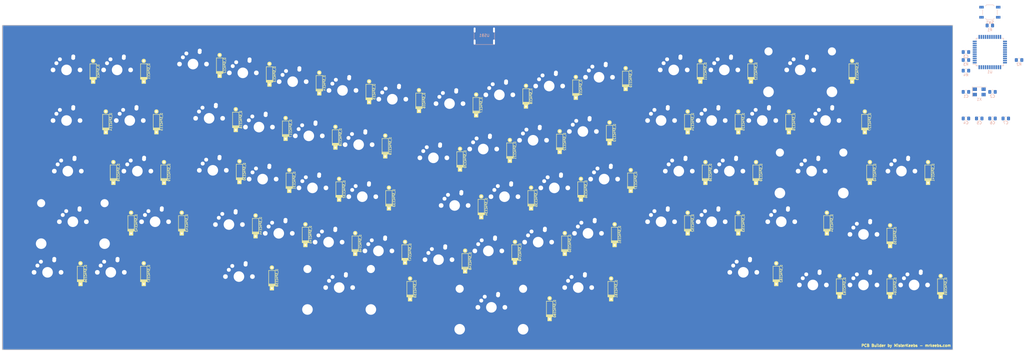
<source format=kicad_pcb>
(kicad_pcb (version 20171130) (host pcbnew "(5.0.0-3-g5ebb6b6)")
  (layers (0 F.Cu signal) (31 B.Cu signal) (34 B.Paste user) (35 F.Paste user) (36 B.SilkS user) (37 F.SilkS user) (38 B.Mask user) (39 F.Mask user) (44 Edge.Cuts user))
  (net 0 "")
  (net 1 "GND")
  (net 2 "VCC")
  (net 3 "/col0")
  (net 4 "/col1")
  (net 5 "/col2")
  (net 6 "/col3")
  (net 7 "/col4")
  (net 8 "/col5")
  (net 9 "/col6")
  (net 10 "/col7")
  (net 11 "/col8")
  (net 12 "/col9")
  (net 13 "/col10")
  (net 14 "/col11")
  (net 15 "/col12")
  (net 16 "/col13")
  (net 17 "/col14")
  (net 18 "/col15")
  (net 19 "/col16")
  (net 20 "/row0")
  (net 21 "/row1")
  (net 22 "/row2")
  (net 23 "/row3")
  (net 24 "/row4")
  (net 25 "/row5")
  (net 26 "Net-(K_SPACE-Pad1)")
  (net 27 "Net-(K_SPACE-Pad2)")
  (net 28 "Net-(K_SPACE-Pad3)")
  (net 29 "Net-(K_SPACE-Pad4)")
  (net 30 "Net-(D_SPACE-Pad1)")
  (net 31 "Net-(D_SPACE-Pad2)")
  (net 32 "Net-(K_SPACE1-Pad1)")
  (net 33 "Net-(K_SPACE1-Pad2)")
  (net 34 "Net-(K_SPACE1-Pad3)")
  (net 35 "Net-(K_SPACE1-Pad4)")
  (net 36 "Net-(D_SPACE1-Pad1)")
  (net 37 "Net-(D_SPACE1-Pad2)")
  (net 38 "Net-(K_SPACE2-Pad1)")
  (net 39 "Net-(K_SPACE2-Pad2)")
  (net 40 "Net-(K_SPACE2-Pad3)")
  (net 41 "Net-(K_SPACE2-Pad4)")
  (net 42 "Net-(D_SPACE2-Pad1)")
  (net 43 "Net-(D_SPACE2-Pad2)")
  (net 44 "Net-(K_SPACE3-Pad1)")
  (net 45 "Net-(K_SPACE3-Pad2)")
  (net 46 "Net-(K_SPACE3-Pad3)")
  (net 47 "Net-(K_SPACE3-Pad4)")
  (net 48 "Net-(D_SPACE3-Pad1)")
  (net 49 "Net-(D_SPACE3-Pad2)")
  (net 50 "Net-(K_SPACE4-Pad1)")
  (net 51 "Net-(K_SPACE4-Pad2)")
  (net 52 "Net-(K_SPACE4-Pad3)")
  (net 53 "Net-(K_SPACE4-Pad4)")
  (net 54 "Net-(D_SPACE4-Pad1)")
  (net 55 "Net-(D_SPACE4-Pad2)")
  (net 56 "Net-(K_SPACE5-Pad1)")
  (net 57 "Net-(K_SPACE5-Pad2)")
  (net 58 "Net-(K_SPACE5-Pad3)")
  (net 59 "Net-(K_SPACE5-Pad4)")
  (net 60 "Net-(D_SPACE5-Pad1)")
  (net 61 "Net-(D_SPACE5-Pad2)")
  (net 62 "Net-(K_SPACE6-Pad1)")
  (net 63 "Net-(K_SPACE6-Pad2)")
  (net 64 "Net-(K_SPACE6-Pad3)")
  (net 65 "Net-(K_SPACE6-Pad4)")
  (net 66 "Net-(D_SPACE6-Pad1)")
  (net 67 "Net-(D_SPACE6-Pad2)")
  (net 68 "Net-(K_SPACE7-Pad1)")
  (net 69 "Net-(K_SPACE7-Pad2)")
  (net 70 "Net-(K_SPACE7-Pad3)")
  (net 71 "Net-(K_SPACE7-Pad4)")
  (net 72 "Net-(D_SPACE7-Pad1)")
  (net 73 "Net-(D_SPACE7-Pad2)")
  (net 74 "Net-(K_SPACE8-Pad1)")
  (net 75 "Net-(K_SPACE8-Pad2)")
  (net 76 "Net-(K_SPACE8-Pad3)")
  (net 77 "Net-(K_SPACE8-Pad4)")
  (net 78 "Net-(D_SPACE8-Pad1)")
  (net 79 "Net-(D_SPACE8-Pad2)")
  (net 80 "Net-(K_SPACE9-Pad1)")
  (net 81 "Net-(K_SPACE9-Pad2)")
  (net 82 "Net-(K_SPACE9-Pad3)")
  (net 83 "Net-(K_SPACE9-Pad4)")
  (net 84 "Net-(D_SPACE9-Pad1)")
  (net 85 "Net-(D_SPACE9-Pad2)")
  (net 86 "Net-(K_SPACE10-Pad1)")
  (net 87 "Net-(K_SPACE10-Pad2)")
  (net 88 "Net-(K_SPACE10-Pad3)")
  (net 89 "Net-(K_SPACE10-Pad4)")
  (net 90 "Net-(D_SPACE10-Pad1)")
  (net 91 "Net-(D_SPACE10-Pad2)")
  (net 92 "Net-(K_SPACE11-Pad1)")
  (net 93 "Net-(K_SPACE11-Pad2)")
  (net 94 "Net-(K_SPACE11-Pad3)")
  (net 95 "Net-(K_SPACE11-Pad4)")
  (net 96 "Net-(D_SPACE11-Pad1)")
  (net 97 "Net-(D_SPACE11-Pad2)")
  (net 98 "Net-(K_SPACE12-Pad1)")
  (net 99 "Net-(K_SPACE12-Pad2)")
  (net 100 "Net-(K_SPACE12-Pad3)")
  (net 101 "Net-(K_SPACE12-Pad4)")
  (net 102 "Net-(D_SPACE12-Pad1)")
  (net 103 "Net-(D_SPACE12-Pad2)")
  (net 104 "Net-(K_SPACE13-Pad1)")
  (net 105 "Net-(K_SPACE13-Pad2)")
  (net 106 "Net-(K_SPACE13-Pad3)")
  (net 107 "Net-(K_SPACE13-Pad4)")
  (net 108 "Net-(D_SPACE13-Pad1)")
  (net 109 "Net-(D_SPACE13-Pad2)")
  (net 110 "Net-(K_SPACE14-Pad1)")
  (net 111 "Net-(K_SPACE14-Pad2)")
  (net 112 "Net-(K_SPACE14-Pad3)")
  (net 113 "Net-(K_SPACE14-Pad4)")
  (net 114 "Net-(D_SPACE14-Pad1)")
  (net 115 "Net-(D_SPACE14-Pad2)")
  (net 116 "Net-(K_SPACE15-Pad1)")
  (net 117 "Net-(K_SPACE15-Pad2)")
  (net 118 "Net-(K_SPACE15-Pad3)")
  (net 119 "Net-(K_SPACE15-Pad4)")
  (net 120 "Net-(D_SPACE15-Pad1)")
  (net 121 "Net-(D_SPACE15-Pad2)")
  (net 122 "Net-(K_SPACE16-Pad1)")
  (net 123 "Net-(K_SPACE16-Pad2)")
  (net 124 "Net-(K_SPACE16-Pad3)")
  (net 125 "Net-(K_SPACE16-Pad4)")
  (net 126 "Net-(D_SPACE16-Pad1)")
  (net 127 "Net-(D_SPACE16-Pad2)")
  (net 128 "Net-(K_SPACE17-Pad1)")
  (net 129 "Net-(K_SPACE17-Pad2)")
  (net 130 "Net-(K_SPACE17-Pad3)")
  (net 131 "Net-(K_SPACE17-Pad4)")
  (net 132 "Net-(D_SPACE17-Pad1)")
  (net 133 "Net-(D_SPACE17-Pad2)")
  (net 134 "Net-(K_SPACE18-Pad1)")
  (net 135 "Net-(K_SPACE18-Pad2)")
  (net 136 "Net-(K_SPACE18-Pad3)")
  (net 137 "Net-(K_SPACE18-Pad4)")
  (net 138 "Net-(D_SPACE18-Pad1)")
  (net 139 "Net-(D_SPACE18-Pad2)")
  (net 140 "Net-(K_SPACE19-Pad1)")
  (net 141 "Net-(K_SPACE19-Pad2)")
  (net 142 "Net-(K_SPACE19-Pad3)")
  (net 143 "Net-(K_SPACE19-Pad4)")
  (net 144 "Net-(D_SPACE19-Pad1)")
  (net 145 "Net-(D_SPACE19-Pad2)")
  (net 146 "Net-(K_SPACE20-Pad1)")
  (net 147 "Net-(K_SPACE20-Pad2)")
  (net 148 "Net-(K_SPACE20-Pad3)")
  (net 149 "Net-(K_SPACE20-Pad4)")
  (net 150 "Net-(D_SPACE20-Pad1)")
  (net 151 "Net-(D_SPACE20-Pad2)")
  (net 152 "Net-(K_SPACE21-Pad1)")
  (net 153 "Net-(K_SPACE21-Pad2)")
  (net 154 "Net-(K_SPACE21-Pad3)")
  (net 155 "Net-(K_SPACE21-Pad4)")
  (net 156 "Net-(D_SPACE21-Pad1)")
  (net 157 "Net-(D_SPACE21-Pad2)")
  (net 158 "Net-(K_SPACE22-Pad1)")
  (net 159 "Net-(K_SPACE22-Pad2)")
  (net 160 "Net-(K_SPACE22-Pad3)")
  (net 161 "Net-(K_SPACE22-Pad4)")
  (net 162 "Net-(D_SPACE22-Pad1)")
  (net 163 "Net-(D_SPACE22-Pad2)")
  (net 164 "Net-(K_SPACE23-Pad1)")
  (net 165 "Net-(K_SPACE23-Pad2)")
  (net 166 "Net-(K_SPACE23-Pad3)")
  (net 167 "Net-(K_SPACE23-Pad4)")
  (net 168 "Net-(D_SPACE23-Pad1)")
  (net 169 "Net-(D_SPACE23-Pad2)")
  (net 170 "Net-(K_SPACE24-Pad1)")
  (net 171 "Net-(K_SPACE24-Pad2)")
  (net 172 "Net-(K_SPACE24-Pad3)")
  (net 173 "Net-(K_SPACE24-Pad4)")
  (net 174 "Net-(D_SPACE24-Pad1)")
  (net 175 "Net-(D_SPACE24-Pad2)")
  (net 176 "Net-(K_SPACE25-Pad1)")
  (net 177 "Net-(K_SPACE25-Pad2)")
  (net 178 "Net-(K_SPACE25-Pad3)")
  (net 179 "Net-(K_SPACE25-Pad4)")
  (net 180 "Net-(D_SPACE25-Pad1)")
  (net 181 "Net-(D_SPACE25-Pad2)")
  (net 182 "Net-(K_SPACE26-Pad1)")
  (net 183 "Net-(K_SPACE26-Pad2)")
  (net 184 "Net-(K_SPACE26-Pad3)")
  (net 185 "Net-(K_SPACE26-Pad4)")
  (net 186 "Net-(D_SPACE26-Pad1)")
  (net 187 "Net-(D_SPACE26-Pad2)")
  (net 188 "Net-(K_SPACE27-Pad1)")
  (net 189 "Net-(K_SPACE27-Pad2)")
  (net 190 "Net-(K_SPACE27-Pad3)")
  (net 191 "Net-(K_SPACE27-Pad4)")
  (net 192 "Net-(D_SPACE27-Pad1)")
  (net 193 "Net-(D_SPACE27-Pad2)")
  (net 194 "Net-(K_SPACE28-Pad1)")
  (net 195 "Net-(K_SPACE28-Pad2)")
  (net 196 "Net-(K_SPACE28-Pad3)")
  (net 197 "Net-(K_SPACE28-Pad4)")
  (net 198 "Net-(D_SPACE28-Pad1)")
  (net 199 "Net-(D_SPACE28-Pad2)")
  (net 200 "Net-(K_SPACE29-Pad1)")
  (net 201 "Net-(K_SPACE29-Pad2)")
  (net 202 "Net-(K_SPACE29-Pad3)")
  (net 203 "Net-(K_SPACE29-Pad4)")
  (net 204 "Net-(D_SPACE29-Pad1)")
  (net 205 "Net-(D_SPACE29-Pad2)")
  (net 206 "Net-(K_SPACE30-Pad1)")
  (net 207 "Net-(K_SPACE30-Pad2)")
  (net 208 "Net-(K_SPACE30-Pad3)")
  (net 209 "Net-(K_SPACE30-Pad4)")
  (net 210 "Net-(D_SPACE30-Pad1)")
  (net 211 "Net-(D_SPACE30-Pad2)")
  (net 212 "Net-(K_SPACE31-Pad1)")
  (net 213 "Net-(K_SPACE31-Pad2)")
  (net 214 "Net-(K_SPACE31-Pad3)")
  (net 215 "Net-(K_SPACE31-Pad4)")
  (net 216 "Net-(D_SPACE31-Pad1)")
  (net 217 "Net-(D_SPACE31-Pad2)")
  (net 218 "Net-(K_SPACE32-Pad1)")
  (net 219 "Net-(K_SPACE32-Pad2)")
  (net 220 "Net-(K_SPACE32-Pad3)")
  (net 221 "Net-(K_SPACE32-Pad4)")
  (net 222 "Net-(D_SPACE32-Pad1)")
  (net 223 "Net-(D_SPACE32-Pad2)")
  (net 224 "Net-(K_SPACE33-Pad1)")
  (net 225 "Net-(K_SPACE33-Pad2)")
  (net 226 "Net-(K_SPACE33-Pad3)")
  (net 227 "Net-(K_SPACE33-Pad4)")
  (net 228 "Net-(D_SPACE33-Pad1)")
  (net 229 "Net-(D_SPACE33-Pad2)")
  (net 230 "Net-(K_SPACE34-Pad1)")
  (net 231 "Net-(K_SPACE34-Pad2)")
  (net 232 "Net-(K_SPACE34-Pad3)")
  (net 233 "Net-(K_SPACE34-Pad4)")
  (net 234 "Net-(D_SPACE34-Pad1)")
  (net 235 "Net-(D_SPACE34-Pad2)")
  (net 236 "Net-(K_SPACE35-Pad1)")
  (net 237 "Net-(K_SPACE35-Pad2)")
  (net 238 "Net-(K_SPACE35-Pad3)")
  (net 239 "Net-(K_SPACE35-Pad4)")
  (net 240 "Net-(D_SPACE35-Pad1)")
  (net 241 "Net-(D_SPACE35-Pad2)")
  (net 242 "Net-(K_SPACE36-Pad1)")
  (net 243 "Net-(K_SPACE36-Pad2)")
  (net 244 "Net-(K_SPACE36-Pad3)")
  (net 245 "Net-(K_SPACE36-Pad4)")
  (net 246 "Net-(D_SPACE36-Pad1)")
  (net 247 "Net-(D_SPACE36-Pad2)")
  (net 248 "Net-(K_SPACE37-Pad1)")
  (net 249 "Net-(K_SPACE37-Pad2)")
  (net 250 "Net-(K_SPACE37-Pad3)")
  (net 251 "Net-(K_SPACE37-Pad4)")
  (net 252 "Net-(D_SPACE37-Pad1)")
  (net 253 "Net-(D_SPACE37-Pad2)")
  (net 254 "Net-(K_SPACE38-Pad1)")
  (net 255 "Net-(K_SPACE38-Pad2)")
  (net 256 "Net-(K_SPACE38-Pad3)")
  (net 257 "Net-(K_SPACE38-Pad4)")
  (net 258 "Net-(D_SPACE38-Pad1)")
  (net 259 "Net-(D_SPACE38-Pad2)")
  (net 260 "Net-(K_SPACE39-Pad1)")
  (net 261 "Net-(K_SPACE39-Pad2)")
  (net 262 "Net-(K_SPACE39-Pad3)")
  (net 263 "Net-(K_SPACE39-Pad4)")
  (net 264 "Net-(D_SPACE39-Pad1)")
  (net 265 "Net-(D_SPACE39-Pad2)")
  (net 266 "Net-(K_SPACE40-Pad1)")
  (net 267 "Net-(K_SPACE40-Pad2)")
  (net 268 "Net-(K_SPACE40-Pad3)")
  (net 269 "Net-(K_SPACE40-Pad4)")
  (net 270 "Net-(D_SPACE40-Pad1)")
  (net 271 "Net-(D_SPACE40-Pad2)")
  (net 272 "Net-(K_SPACE41-Pad1)")
  (net 273 "Net-(K_SPACE41-Pad2)")
  (net 274 "Net-(K_SPACE41-Pad3)")
  (net 275 "Net-(K_SPACE41-Pad4)")
  (net 276 "Net-(D_SPACE41-Pad1)")
  (net 277 "Net-(D_SPACE41-Pad2)")
  (net 278 "Net-(K_SPACE42-Pad1)")
  (net 279 "Net-(K_SPACE42-Pad2)")
  (net 280 "Net-(K_SPACE42-Pad3)")
  (net 281 "Net-(K_SPACE42-Pad4)")
  (net 282 "Net-(D_SPACE42-Pad1)")
  (net 283 "Net-(D_SPACE42-Pad2)")
  (net 284 "Net-(K_SPACE43-Pad1)")
  (net 285 "Net-(K_SPACE43-Pad2)")
  (net 286 "Net-(K_SPACE43-Pad3)")
  (net 287 "Net-(K_SPACE43-Pad4)")
  (net 288 "Net-(D_SPACE43-Pad1)")
  (net 289 "Net-(D_SPACE43-Pad2)")
  (net 290 "Net-(K_SPACE44-Pad1)")
  (net 291 "Net-(K_SPACE44-Pad2)")
  (net 292 "Net-(K_SPACE44-Pad3)")
  (net 293 "Net-(K_SPACE44-Pad4)")
  (net 294 "Net-(D_SPACE44-Pad1)")
  (net 295 "Net-(D_SPACE44-Pad2)")
  (net 296 "Net-(K_SPACE45-Pad1)")
  (net 297 "Net-(K_SPACE45-Pad2)")
  (net 298 "Net-(K_SPACE45-Pad3)")
  (net 299 "Net-(K_SPACE45-Pad4)")
  (net 300 "Net-(D_SPACE45-Pad1)")
  (net 301 "Net-(D_SPACE45-Pad2)")
  (net 302 "Net-(K_SPACE46-Pad1)")
  (net 303 "Net-(K_SPACE46-Pad2)")
  (net 304 "Net-(K_SPACE46-Pad3)")
  (net 305 "Net-(K_SPACE46-Pad4)")
  (net 306 "Net-(D_SPACE46-Pad1)")
  (net 307 "Net-(D_SPACE46-Pad2)")
  (net 308 "Net-(K_SPACE47-Pad1)")
  (net 309 "Net-(K_SPACE47-Pad2)")
  (net 310 "Net-(K_SPACE47-Pad3)")
  (net 311 "Net-(K_SPACE47-Pad4)")
  (net 312 "Net-(D_SPACE47-Pad1)")
  (net 313 "Net-(D_SPACE47-Pad2)")
  (net 314 "Net-(K_SPACE48-Pad1)")
  (net 315 "Net-(K_SPACE48-Pad2)")
  (net 316 "Net-(K_SPACE48-Pad3)")
  (net 317 "Net-(K_SPACE48-Pad4)")
  (net 318 "Net-(D_SPACE48-Pad1)")
  (net 319 "Net-(D_SPACE48-Pad2)")
  (net 320 "Net-(K_SPACE49-Pad1)")
  (net 321 "Net-(K_SPACE49-Pad2)")
  (net 322 "Net-(K_SPACE49-Pad3)")
  (net 323 "Net-(K_SPACE49-Pad4)")
  (net 324 "Net-(D_SPACE49-Pad1)")
  (net 325 "Net-(D_SPACE49-Pad2)")
  (net 326 "Net-(K_SPACE50-Pad1)")
  (net 327 "Net-(K_SPACE50-Pad2)")
  (net 328 "Net-(K_SPACE50-Pad3)")
  (net 329 "Net-(K_SPACE50-Pad4)")
  (net 330 "Net-(D_SPACE50-Pad1)")
  (net 331 "Net-(D_SPACE50-Pad2)")
  (net 332 "Net-(K_SPACE51-Pad1)")
  (net 333 "Net-(K_SPACE51-Pad2)")
  (net 334 "Net-(K_SPACE51-Pad3)")
  (net 335 "Net-(K_SPACE51-Pad4)")
  (net 336 "Net-(D_SPACE51-Pad1)")
  (net 337 "Net-(D_SPACE51-Pad2)")
  (net 338 "Net-(K_SPACE52-Pad1)")
  (net 339 "Net-(K_SPACE52-Pad2)")
  (net 340 "Net-(K_SPACE52-Pad3)")
  (net 341 "Net-(K_SPACE52-Pad4)")
  (net 342 "Net-(D_SPACE52-Pad1)")
  (net 343 "Net-(D_SPACE52-Pad2)")
  (net 344 "Net-(K_SPACE53-Pad1)")
  (net 345 "Net-(K_SPACE53-Pad2)")
  (net 346 "Net-(K_SPACE53-Pad3)")
  (net 347 "Net-(K_SPACE53-Pad4)")
  (net 348 "Net-(D_SPACE53-Pad1)")
  (net 349 "Net-(D_SPACE53-Pad2)")
  (net 350 "Net-(K_SPACE54-Pad1)")
  (net 351 "Net-(K_SPACE54-Pad2)")
  (net 352 "Net-(K_SPACE54-Pad3)")
  (net 353 "Net-(K_SPACE54-Pad4)")
  (net 354 "Net-(D_SPACE54-Pad1)")
  (net 355 "Net-(D_SPACE54-Pad2)")
  (net 356 "Net-(K_SPACE55-Pad1)")
  (net 357 "Net-(K_SPACE55-Pad2)")
  (net 358 "Net-(K_SPACE55-Pad3)")
  (net 359 "Net-(K_SPACE55-Pad4)")
  (net 360 "Net-(D_SPACE55-Pad1)")
  (net 361 "Net-(D_SPACE55-Pad2)")
  (net 362 "Net-(K_SPACE56-Pad1)")
  (net 363 "Net-(K_SPACE56-Pad2)")
  (net 364 "Net-(K_SPACE56-Pad3)")
  (net 365 "Net-(K_SPACE56-Pad4)")
  (net 366 "Net-(D_SPACE56-Pad1)")
  (net 367 "Net-(D_SPACE56-Pad2)")
  (net 368 "Net-(K_SPACE57-Pad1)")
  (net 369 "Net-(K_SPACE57-Pad2)")
  (net 370 "Net-(K_SPACE57-Pad3)")
  (net 371 "Net-(K_SPACE57-Pad4)")
  (net 372 "Net-(D_SPACE57-Pad1)")
  (net 373 "Net-(D_SPACE57-Pad2)")
  (net 374 "Net-(K_SPACE58-Pad1)")
  (net 375 "Net-(K_SPACE58-Pad2)")
  (net 376 "Net-(K_SPACE58-Pad3)")
  (net 377 "Net-(K_SPACE58-Pad4)")
  (net 378 "Net-(D_SPACE58-Pad1)")
  (net 379 "Net-(D_SPACE58-Pad2)")
  (net 380 "Net-(K_SPACE59-Pad1)")
  (net 381 "Net-(K_SPACE59-Pad2)")
  (net 382 "Net-(K_SPACE59-Pad3)")
  (net 383 "Net-(K_SPACE59-Pad4)")
  (net 384 "Net-(D_SPACE59-Pad1)")
  (net 385 "Net-(D_SPACE59-Pad2)")
  (net 386 "Net-(K_SPACE60-Pad1)")
  (net 387 "Net-(K_SPACE60-Pad2)")
  (net 388 "Net-(K_SPACE60-Pad3)")
  (net 389 "Net-(K_SPACE60-Pad4)")
  (net 390 "Net-(D_SPACE60-Pad1)")
  (net 391 "Net-(D_SPACE60-Pad2)")
  (net 392 "Net-(K_SPACE61-Pad1)")
  (net 393 "Net-(K_SPACE61-Pad2)")
  (net 394 "Net-(K_SPACE61-Pad3)")
  (net 395 "Net-(K_SPACE61-Pad4)")
  (net 396 "Net-(D_SPACE61-Pad1)")
  (net 397 "Net-(D_SPACE61-Pad2)")
  (net 398 "Net-(K_SPACE62-Pad1)")
  (net 399 "Net-(K_SPACE62-Pad2)")
  (net 400 "Net-(K_SPACE62-Pad3)")
  (net 401 "Net-(K_SPACE62-Pad4)")
  (net 402 "Net-(D_SPACE62-Pad1)")
  (net 403 "Net-(D_SPACE62-Pad2)")
  (net 404 "Net-(K_SPACE63-Pad1)")
  (net 405 "Net-(K_SPACE63-Pad2)")
  (net 406 "Net-(K_SPACE63-Pad3)")
  (net 407 "Net-(K_SPACE63-Pad4)")
  (net 408 "Net-(D_SPACE63-Pad1)")
  (net 409 "Net-(D_SPACE63-Pad2)")
  (net 410 "Net-(K_SPACE64-Pad1)")
  (net 411 "Net-(K_SPACE64-Pad2)")
  (net 412 "Net-(K_SPACE64-Pad3)")
  (net 413 "Net-(K_SPACE64-Pad4)")
  (net 414 "Net-(D_SPACE64-Pad1)")
  (net 415 "Net-(D_SPACE64-Pad2)")
  (net 416 "Net-(K_SPACE65-Pad1)")
  (net 417 "Net-(K_SPACE65-Pad2)")
  (net 418 "Net-(K_SPACE65-Pad3)")
  (net 419 "Net-(K_SPACE65-Pad4)")
  (net 420 "Net-(D_SPACE65-Pad1)")
  (net 421 "Net-(D_SPACE65-Pad2)")
  (net 422 "Net-(C1-Pad1)")
  (net 423 "Net-(C1-Pad2)")
  (net 424 "Net-(C2-Pad1)")
  (net 425 "Net-(C2-Pad2)")
  (net 426 "Net-(X1-Pad1)")
  (net 427 "Net-(X1-Pad2)")
  (net 428 "Net-(X1-Pad3)")
  (net 429 "Net-(X1-Pad4)")
  (net 430 "Net-(R1-Pad1)")
  (net 431 "Net-(R1-Pad2)")
  (net 432 "Net-(R2-Pad1)")
  (net 433 "Net-(R2-Pad2)")
  (net 434 "Net-(R3-Pad1)")
  (net 435 "Net-(R3-Pad2)")
  (net 436 "Net-(R4-Pad1)")
  (net 437 "Net-(R4-Pad2)")
  (net 438 "Net-(USB1-Pad1)")
  (net 439 "Net-(USB1-Pad2)")
  (net 440 "Net-(USB1-Pad3)")
  (net 441 "Net-(USB1-Pad4)")
  (net 442 "Net-(USB1-Pad5)")
  (net 443 "Net-(USB1-Pad6)")
  (net 444 "Net-(C3-Pad1)")
  (net 445 "Net-(C3-Pad2)")
  (net 446 "Net-(U1-Pad1)")
  (net 447 "Net-(U1-Pad2)")
  (net 448 "Net-(U1-Pad3)")
  (net 449 "Net-(U1-Pad4)")
  (net 450 "Net-(U1-Pad5)")
  (net 451 "Net-(U1-Pad6)")
  (net 452 "Net-(U1-Pad7)")
  (net 453 "Net-(U1-Pad8)")
  (net 454 "Net-(U1-Pad9)")
  (net 455 "Net-(U1-Pad10)")
  (net 456 "Net-(U1-Pad11)")
  (net 457 "Net-(U1-Pad12)")
  (net 458 "Net-(U1-Pad13)")
  (net 459 "Net-(U1-Pad14)")
  (net 460 "Net-(U1-Pad15)")
  (net 461 "Net-(U1-Pad16)")
  (net 462 "Net-(U1-Pad17)")
  (net 463 "Net-(U1-Pad18)")
  (net 464 "Net-(U1-Pad19)")
  (net 465 "Net-(U1-Pad20)")
  (net 466 "Net-(U1-Pad21)")
  (net 467 "Net-(U1-Pad22)")
  (net 468 "Net-(U1-Pad23)")
  (net 469 "Net-(U1-Pad24)")
  (net 470 "Net-(U1-Pad25)")
  (net 471 "Net-(U1-Pad26)")
  (net 472 "Net-(U1-Pad27)")
  (net 473 "Net-(U1-Pad28)")
  (net 474 "Net-(U1-Pad29)")
  (net 475 "Net-(U1-Pad30)")
  (net 476 "Net-(U1-Pad31)")
  (net 477 "Net-(U1-Pad32)")
  (net 478 "Net-(U1-Pad33)")
  (net 479 "Net-(U1-Pad34)")
  (net 480 "Net-(U1-Pad35)")
  (net 481 "Net-(U1-Pad36)")
  (net 482 "Net-(U1-Pad37)")
  (net 483 "Net-(U1-Pad38)")
  (net 484 "Net-(U1-Pad39)")
  (net 485 "Net-(U1-Pad40)")
  (net 486 "Net-(U1-Pad41)")
  (net 487 "Net-(U1-Pad42)")
  (net 488 "Net-(U1-Pad43)")
  (net 489 "Net-(U1-Pad44)")
  (net 490 "Net-(C4-Pad1)")
  (net 491 "Net-(C4-Pad2)")
  (net 492 "Net-(C5-Pad1)")
  (net 493 "Net-(C5-Pad2)")
  (net 494 "Net-(C6-Pad1)")
  (net 495 "Net-(C6-Pad2)")
  (net 496 "Net-(C7-Pad1)")
  (net 497 "Net-(C7-Pad2)")
  (module MX_Alps_Hybrid:MX-1U-NoLED (layer F.Cu) (at 19.05 11.728496041667151)
    (fp_text reference K_SPACE)
    (fp_text value KEYSW)
    (pad 1 thru_hole circle (at -2.5 -4) (size 2.25 2.25) (drill 1.47) (layers *.Cu B.Mask) (net 3 "/col0"))
    (pad 1 thru_hole oval (at -3.81 -2.54 48.0996) (size 4.211556 2.25) (drill 1.47 (offset 0.980778 0)) (layers *.Cu B.Mask) (net 3 "/col0"))
    (pad 2 thru_hole oval (at 2.5 -4.5 86.0548) (size 2.831378 2.25) (drill 1.47 (offset 0.290689 0)) (layers *.Cu B.Mask) (net 31 "Net-(D_SPACE-Pad2)"))
    (pad 2 thru_hole circle (at 2.54 -5.08) (size 2.25 2.25) (drill 1.47) (layers *.Cu B.Mask) (net 31 "Net-(D_SPACE-Pad2)"))
    (pad "" np_thru_hole circle (at 0 0) (size 3.9878 3.9878) (drill 3.9878) (layers *.Cu *.Mask))
    (pad "" np_thru_hole circle (at -5.08 0 48.0996) (size 1.75 1.75) (drill 1.75) (layers *.Cu *.Mask))
    (pad "" np_thru_hole circle (at 5.08 0 48.0996) (size 1.75 1.75) (drill 1.75) (layers *.Cu *.Mask))
  )
  (module keyboard_parts:D_SOD123_axial (layer F.Cu) (at 29.075 12.228496041667151 90)
    (fp_text reference D_SPACE (at 0 1.925 90) (layer F.SilkS) (effects (font (size 0.8 0.8)) (justify mirror)))
    (fp_text value D hide)
    (pad 1 smd rect (at -2.7 0 90) (size 2.5 0.5) (layers F.Cu) (net 20 "/row0"))
    (pad 1 smd rect (at -1.575 0 90) (size 1.2 1.2) (layers F.Cu F.Paste F.Mask) (net 20 "/row0"))
    (pad 1 thru_hole rect (at -3.9 0 90) (size 1.6 1.6) (drill 0.7) (layers *.Cu *.Mask F.SilkS) (net 20 "/row0"))
    (pad 2 smd rect (at 1.575 0 90) (size 1.2 1.2) (layers F.Cu F.Paste F.Mask) (net 31 "Net-(D_SPACE-Pad2)"))
    (pad 2 smd rect (at 2.7 0 90) (size 2.5 0.5) (layers F.Cu) (net 31 "Net-(D_SPACE-Pad2)"))
    (pad 2 thru_hole circle (at 3.9 0 90) (size 1.6 1.6) (drill 0.7) (layers *.Cu *.Mask F.SilkS) (net 31 "Net-(D_SPACE-Pad2)"))
  )
  (module MX_Alps_Hybrid:MX-1U-NoLED (layer F.Cu) (at 38.1 11.728496041667151)
    (fp_text reference K_SPACE1)
    (fp_text value KEYSW)
    (pad 1 thru_hole circle (at -2.5 -4) (size 2.25 2.25) (drill 1.47) (layers *.Cu B.Mask) (net 4 "/col1"))
    (pad 1 thru_hole oval (at -3.81 -2.54 48.0996) (size 4.211556 2.25) (drill 1.47 (offset 0.980778 0)) (layers *.Cu B.Mask) (net 4 "/col1"))
    (pad 2 thru_hole oval (at 2.5 -4.5 86.0548) (size 2.831378 2.25) (drill 1.47 (offset 0.290689 0)) (layers *.Cu B.Mask) (net 37 "Net-(D_SPACE1-Pad2)"))
    (pad 2 thru_hole circle (at 2.54 -5.08) (size 2.25 2.25) (drill 1.47) (layers *.Cu B.Mask) (net 37 "Net-(D_SPACE1-Pad2)"))
    (pad "" np_thru_hole circle (at 0 0) (size 3.9878 3.9878) (drill 3.9878) (layers *.Cu *.Mask))
    (pad "" np_thru_hole circle (at -5.08 0 48.0996) (size 1.75 1.75) (drill 1.75) (layers *.Cu *.Mask))
    (pad "" np_thru_hole circle (at 5.08 0 48.0996) (size 1.75 1.75) (drill 1.75) (layers *.Cu *.Mask))
  )
  (module keyboard_parts:D_SOD123_axial (layer F.Cu) (at 48.125 12.228496041667151 90)
    (fp_text reference D_SPACE1 (at 0 1.925 90) (layer F.SilkS) (effects (font (size 0.8 0.8)) (justify mirror)))
    (fp_text value D hide)
    (pad 1 smd rect (at -2.7 0 90) (size 2.5 0.5) (layers F.Cu) (net 20 "/row0"))
    (pad 1 smd rect (at -1.575 0 90) (size 1.2 1.2) (layers F.Cu F.Paste F.Mask) (net 20 "/row0"))
    (pad 1 thru_hole rect (at -3.9 0 90) (size 1.6 1.6) (drill 0.7) (layers *.Cu *.Mask F.SilkS) (net 20 "/row0"))
    (pad 2 smd rect (at 1.575 0 90) (size 1.2 1.2) (layers F.Cu F.Paste F.Mask) (net 37 "Net-(D_SPACE1-Pad2)"))
    (pad 2 smd rect (at 2.7 0 90) (size 2.5 0.5) (layers F.Cu) (net 37 "Net-(D_SPACE1-Pad2)"))
    (pad 2 thru_hole circle (at 3.9 0 90) (size 1.6 1.6) (drill 0.7) (layers *.Cu *.Mask F.SilkS) (net 37 "Net-(D_SPACE1-Pad2)"))
  )
  (module MX_Alps_Hybrid:MX-1U-NoLED (layer F.Cu) (at 66.66354981319692 9.525)
    (fp_text reference K_SPACE2)
    (fp_text value KEYSW)
    (pad 1 thru_hole circle (at -2.5 -4) (size 2.25 2.25) (drill 1.47) (layers *.Cu B.Mask) (net 5 "/col2"))
    (pad 1 thru_hole oval (at -3.81 -2.54 48.0996) (size 4.211556 2.25) (drill 1.47 (offset 0.980778 0)) (layers *.Cu B.Mask) (net 5 "/col2"))
    (pad 2 thru_hole oval (at 2.5 -4.5 86.0548) (size 2.831378 2.25) (drill 1.47 (offset 0.290689 0)) (layers *.Cu B.Mask) (net 43 "Net-(D_SPACE2-Pad2)"))
    (pad 2 thru_hole circle (at 2.54 -5.08) (size 2.25 2.25) (drill 1.47) (layers *.Cu B.Mask) (net 43 "Net-(D_SPACE2-Pad2)"))
    (pad "" np_thru_hole circle (at 0 0) (size 3.9878 3.9878) (drill 3.9878) (layers *.Cu *.Mask))
    (pad "" np_thru_hole circle (at -5.08 0 48.0996) (size 1.75 1.75) (drill 1.75) (layers *.Cu *.Mask))
    (pad "" np_thru_hole circle (at 5.08 0 48.0996) (size 1.75 1.75) (drill 1.75) (layers *.Cu *.Mask))
  )
  (module keyboard_parts:D_SOD123_axial (layer F.Cu) (at 76.68854981319693 10.025 90)
    (fp_text reference D_SPACE2 (at 0 1.925 90) (layer F.SilkS) (effects (font (size 0.8 0.8)) (justify mirror)))
    (fp_text value D hide)
    (pad 1 smd rect (at -2.7 0 90) (size 2.5 0.5) (layers F.Cu) (net 20 "/row0"))
    (pad 1 smd rect (at -1.575 0 90) (size 1.2 1.2) (layers F.Cu F.Paste F.Mask) (net 20 "/row0"))
    (pad 1 thru_hole rect (at -3.9 0 90) (size 1.6 1.6) (drill 0.7) (layers *.Cu *.Mask F.SilkS) (net 20 "/row0"))
    (pad 2 smd rect (at 1.575 0 90) (size 1.2 1.2) (layers F.Cu F.Paste F.Mask) (net 43 "Net-(D_SPACE2-Pad2)"))
    (pad 2 smd rect (at 2.7 0 90) (size 2.5 0.5) (layers F.Cu) (net 43 "Net-(D_SPACE2-Pad2)"))
    (pad 2 thru_hole circle (at 3.9 0 90) (size 1.6 1.6) (drill 0.7) (layers *.Cu *.Mask F.SilkS) (net 43 "Net-(D_SPACE2-Pad2)"))
  )
  (module MX_Alps_Hybrid:MX-1U-NoLED (layer F.Cu) (at 85.4241375080795 12.832997784555019)
    (fp_text reference K_SPACE3)
    (fp_text value KEYSW)
    (pad 1 thru_hole circle (at -2.5 -4) (size 2.25 2.25) (drill 1.47) (layers *.Cu B.Mask) (net 6 "/col3"))
    (pad 1 thru_hole oval (at -3.81 -2.54 48.0996) (size 4.211556 2.25) (drill 1.47 (offset 0.980778 0)) (layers *.Cu B.Mask) (net 6 "/col3"))
    (pad 2 thru_hole oval (at 2.5 -4.5 86.0548) (size 2.831378 2.25) (drill 1.47 (offset 0.290689 0)) (layers *.Cu B.Mask) (net 49 "Net-(D_SPACE3-Pad2)"))
    (pad 2 thru_hole circle (at 2.54 -5.08) (size 2.25 2.25) (drill 1.47) (layers *.Cu B.Mask) (net 49 "Net-(D_SPACE3-Pad2)"))
    (pad "" np_thru_hole circle (at 0 0) (size 3.9878 3.9878) (drill 3.9878) (layers *.Cu *.Mask))
    (pad "" np_thru_hole circle (at -5.08 0 48.0996) (size 1.75 1.75) (drill 1.75) (layers *.Cu *.Mask))
    (pad "" np_thru_hole circle (at 5.08 0 48.0996) (size 1.75 1.75) (drill 1.75) (layers *.Cu *.Mask))
  )
  (module keyboard_parts:D_SOD123_axial (layer F.Cu) (at 95.44913750807949 13.332997784555019 90)
    (fp_text reference D_SPACE3 (at 0 1.925 90) (layer F.SilkS) (effects (font (size 0.8 0.8)) (justify mirror)))
    (fp_text value D hide)
    (pad 1 smd rect (at -2.7 0 90) (size 2.5 0.5) (layers F.Cu) (net 20 "/row0"))
    (pad 1 smd rect (at -1.575 0 90) (size 1.2 1.2) (layers F.Cu F.Paste F.Mask) (net 20 "/row0"))
    (pad 1 thru_hole rect (at -3.9 0 90) (size 1.6 1.6) (drill 0.7) (layers *.Cu *.Mask F.SilkS) (net 20 "/row0"))
    (pad 2 smd rect (at 1.575 0 90) (size 1.2 1.2) (layers F.Cu F.Paste F.Mask) (net 49 "Net-(D_SPACE3-Pad2)"))
    (pad 2 smd rect (at 2.7 0 90) (size 2.5 0.5) (layers F.Cu) (net 49 "Net-(D_SPACE3-Pad2)"))
    (pad 2 thru_hole circle (at 3.9 0 90) (size 1.6 1.6) (drill 0.7) (layers *.Cu *.Mask F.SilkS) (net 49 "Net-(D_SPACE3-Pad2)"))
  )
  (module MX_Alps_Hybrid:MX-1U-NoLED (layer F.Cu) (at 104.18472520296206 16.140995569110043)
    (fp_text reference K_SPACE4)
    (fp_text value KEYSW)
    (pad 1 thru_hole circle (at -2.5 -4) (size 2.25 2.25) (drill 1.47) (layers *.Cu B.Mask) (net 7 "/col4"))
    (pad 1 thru_hole oval (at -3.81 -2.54 48.0996) (size 4.211556 2.25) (drill 1.47 (offset 0.980778 0)) (layers *.Cu B.Mask) (net 7 "/col4"))
    (pad 2 thru_hole oval (at 2.5 -4.5 86.0548) (size 2.831378 2.25) (drill 1.47 (offset 0.290689 0)) (layers *.Cu B.Mask) (net 55 "Net-(D_SPACE4-Pad2)"))
    (pad 2 thru_hole circle (at 2.54 -5.08) (size 2.25 2.25) (drill 1.47) (layers *.Cu B.Mask) (net 55 "Net-(D_SPACE4-Pad2)"))
    (pad "" np_thru_hole circle (at 0 0) (size 3.9878 3.9878) (drill 3.9878) (layers *.Cu *.Mask))
    (pad "" np_thru_hole circle (at -5.08 0 48.0996) (size 1.75 1.75) (drill 1.75) (layers *.Cu *.Mask))
    (pad "" np_thru_hole circle (at 5.08 0 48.0996) (size 1.75 1.75) (drill 1.75) (layers *.Cu *.Mask))
  )
  (module keyboard_parts:D_SOD123_axial (layer F.Cu) (at 114.20972520296205 16.640995569110043 90)
    (fp_text reference D_SPACE4 (at 0 1.925 90) (layer F.SilkS) (effects (font (size 0.8 0.8)) (justify mirror)))
    (fp_text value D hide)
    (pad 1 smd rect (at -2.7 0 90) (size 2.5 0.5) (layers F.Cu) (net 20 "/row0"))
    (pad 1 smd rect (at -1.575 0 90) (size 1.2 1.2) (layers F.Cu F.Paste F.Mask) (net 20 "/row0"))
    (pad 1 thru_hole rect (at -3.9 0 90) (size 1.6 1.6) (drill 0.7) (layers *.Cu *.Mask F.SilkS) (net 20 "/row0"))
    (pad 2 smd rect (at 1.575 0 90) (size 1.2 1.2) (layers F.Cu F.Paste F.Mask) (net 55 "Net-(D_SPACE4-Pad2)"))
    (pad 2 smd rect (at 2.7 0 90) (size 2.5 0.5) (layers F.Cu) (net 55 "Net-(D_SPACE4-Pad2)"))
    (pad 2 thru_hole circle (at 3.9 0 90) (size 1.6 1.6) (drill 0.7) (layers *.Cu *.Mask F.SilkS) (net 55 "Net-(D_SPACE4-Pad2)"))
  )
  (module MX_Alps_Hybrid:MX-1U-NoLED (layer F.Cu) (at 122.94531289784462 19.448993353665063)
    (fp_text reference K_SPACE5)
    (fp_text value KEYSW)
    (pad 1 thru_hole circle (at -2.5 -4) (size 2.25 2.25) (drill 1.47) (layers *.Cu B.Mask) (net 8 "/col5"))
    (pad 1 thru_hole oval (at -3.81 -2.54 48.0996) (size 4.211556 2.25) (drill 1.47 (offset 0.980778 0)) (layers *.Cu B.Mask) (net 8 "/col5"))
    (pad 2 thru_hole oval (at 2.5 -4.5 86.0548) (size 2.831378 2.25) (drill 1.47 (offset 0.290689 0)) (layers *.Cu B.Mask) (net 61 "Net-(D_SPACE5-Pad2)"))
    (pad 2 thru_hole circle (at 2.54 -5.08) (size 2.25 2.25) (drill 1.47) (layers *.Cu B.Mask) (net 61 "Net-(D_SPACE5-Pad2)"))
    (pad "" np_thru_hole circle (at 0 0) (size 3.9878 3.9878) (drill 3.9878) (layers *.Cu *.Mask))
    (pad "" np_thru_hole circle (at -5.08 0 48.0996) (size 1.75 1.75) (drill 1.75) (layers *.Cu *.Mask))
    (pad "" np_thru_hole circle (at 5.08 0 48.0996) (size 1.75 1.75) (drill 1.75) (layers *.Cu *.Mask))
  )
  (module keyboard_parts:D_SOD123_axial (layer F.Cu) (at 132.97031289784462 19.948993353665063 90)
    (fp_text reference D_SPACE5 (at 0 1.925 90) (layer F.SilkS) (effects (font (size 0.8 0.8)) (justify mirror)))
    (fp_text value D hide)
    (pad 1 smd rect (at -2.7 0 90) (size 2.5 0.5) (layers F.Cu) (net 20 "/row0"))
    (pad 1 smd rect (at -1.575 0 90) (size 1.2 1.2) (layers F.Cu F.Paste F.Mask) (net 20 "/row0"))
    (pad 1 thru_hole rect (at -3.9 0 90) (size 1.6 1.6) (drill 0.7) (layers *.Cu *.Mask F.SilkS) (net 20 "/row0"))
    (pad 2 smd rect (at 1.575 0 90) (size 1.2 1.2) (layers F.Cu F.Paste F.Mask) (net 61 "Net-(D_SPACE5-Pad2)"))
    (pad 2 smd rect (at 2.7 0 90) (size 2.5 0.5) (layers F.Cu) (net 61 "Net-(D_SPACE5-Pad2)"))
    (pad 2 thru_hole circle (at 3.9 0 90) (size 1.6 1.6) (drill 0.7) (layers *.Cu *.Mask F.SilkS) (net 61 "Net-(D_SPACE5-Pad2)"))
  )
  (module MX_Alps_Hybrid:MX-1U-NoLED (layer F.Cu) (at 141.70590059272718 22.756991138220087)
    (fp_text reference K_SPACE6)
    (fp_text value KEYSW)
    (pad 1 thru_hole circle (at -2.5 -4) (size 2.25 2.25) (drill 1.47) (layers *.Cu B.Mask) (net 9 "/col6"))
    (pad 1 thru_hole oval (at -3.81 -2.54 48.0996) (size 4.211556 2.25) (drill 1.47 (offset 0.980778 0)) (layers *.Cu B.Mask) (net 9 "/col6"))
    (pad 2 thru_hole oval (at 2.5 -4.5 86.0548) (size 2.831378 2.25) (drill 1.47 (offset 0.290689 0)) (layers *.Cu B.Mask) (net 67 "Net-(D_SPACE6-Pad2)"))
    (pad 2 thru_hole circle (at 2.54 -5.08) (size 2.25 2.25) (drill 1.47) (layers *.Cu B.Mask) (net 67 "Net-(D_SPACE6-Pad2)"))
    (pad "" np_thru_hole circle (at 0 0) (size 3.9878 3.9878) (drill 3.9878) (layers *.Cu *.Mask))
    (pad "" np_thru_hole circle (at -5.08 0 48.0996) (size 1.75 1.75) (drill 1.75) (layers *.Cu *.Mask))
    (pad "" np_thru_hole circle (at 5.08 0 48.0996) (size 1.75 1.75) (drill 1.75) (layers *.Cu *.Mask))
  )
  (module keyboard_parts:D_SOD123_axial (layer F.Cu) (at 151.73090059272718 23.256991138220087 90)
    (fp_text reference D_SPACE6 (at 0 1.925 90) (layer F.SilkS) (effects (font (size 0.8 0.8)) (justify mirror)))
    (fp_text value D hide)
    (pad 1 smd rect (at -2.7 0 90) (size 2.5 0.5) (layers F.Cu) (net 20 "/row0"))
    (pad 1 smd rect (at -1.575 0 90) (size 1.2 1.2) (layers F.Cu F.Paste F.Mask) (net 20 "/row0"))
    (pad 1 thru_hole rect (at -3.9 0 90) (size 1.6 1.6) (drill 0.7) (layers *.Cu *.Mask F.SilkS) (net 20 "/row0"))
    (pad 2 smd rect (at 1.575 0 90) (size 1.2 1.2) (layers F.Cu F.Paste F.Mask) (net 67 "Net-(D_SPACE6-Pad2)"))
    (pad 2 smd rect (at 2.7 0 90) (size 2.5 0.5) (layers F.Cu) (net 67 "Net-(D_SPACE6-Pad2)"))
    (pad 2 thru_hole circle (at 3.9 0 90) (size 1.6 1.6) (drill 0.7) (layers *.Cu *.Mask F.SilkS) (net 67 "Net-(D_SPACE6-Pad2)"))
  )
  (module MX_Alps_Hybrid:MX-1U-NoLED (layer F.Cu) (at 163.23880555983152 24.410990030497597)
    (fp_text reference K_SPACE7)
    (fp_text value KEYSW)
    (pad 1 thru_hole circle (at -2.5 -4) (size 2.25 2.25) (drill 1.47) (layers *.Cu B.Mask) (net 10 "/col7"))
    (pad 1 thru_hole oval (at -3.81 -2.54 48.0996) (size 4.211556 2.25) (drill 1.47 (offset 0.980778 0)) (layers *.Cu B.Mask) (net 10 "/col7"))
    (pad 2 thru_hole oval (at 2.5 -4.5 86.0548) (size 2.831378 2.25) (drill 1.47 (offset 0.290689 0)) (layers *.Cu B.Mask) (net 73 "Net-(D_SPACE7-Pad2)"))
    (pad 2 thru_hole circle (at 2.54 -5.08) (size 2.25 2.25) (drill 1.47) (layers *.Cu B.Mask) (net 73 "Net-(D_SPACE7-Pad2)"))
    (pad "" np_thru_hole circle (at 0 0) (size 3.9878 3.9878) (drill 3.9878) (layers *.Cu *.Mask))
    (pad "" np_thru_hole circle (at -5.08 0 48.0996) (size 1.75 1.75) (drill 1.75) (layers *.Cu *.Mask))
    (pad "" np_thru_hole circle (at 5.08 0 48.0996) (size 1.75 1.75) (drill 1.75) (layers *.Cu *.Mask))
  )
  (module keyboard_parts:D_SOD123_axial (layer F.Cu) (at 173.26380555983152 24.910990030497597 90)
    (fp_text reference D_SPACE7 (at 0 1.925 90) (layer F.SilkS) (effects (font (size 0.8 0.8)) (justify mirror)))
    (fp_text value D hide)
    (pad 1 smd rect (at -2.7 0 90) (size 2.5 0.5) (layers F.Cu) (net 20 "/row0"))
    (pad 1 smd rect (at -1.575 0 90) (size 1.2 1.2) (layers F.Cu F.Paste F.Mask) (net 20 "/row0"))
    (pad 1 thru_hole rect (at -3.9 0 90) (size 1.6 1.6) (drill 0.7) (layers *.Cu *.Mask F.SilkS) (net 20 "/row0"))
    (pad 2 smd rect (at 1.575 0 90) (size 1.2 1.2) (layers F.Cu F.Paste F.Mask) (net 73 "Net-(D_SPACE7-Pad2)"))
    (pad 2 smd rect (at 2.7 0 90) (size 2.5 0.5) (layers F.Cu) (net 73 "Net-(D_SPACE7-Pad2)"))
    (pad 2 thru_hole circle (at 3.9 0 90) (size 1.6 1.6) (drill 0.7) (layers *.Cu *.Mask F.SilkS) (net 73 "Net-(D_SPACE7-Pad2)"))
  )
  (module MX_Alps_Hybrid:MX-1U-NoLED (layer F.Cu) (at 181.99939325471414 21.102992245942577)
    (fp_text reference K_SPACE8)
    (fp_text value KEYSW)
    (pad 1 thru_hole circle (at -2.5 -4) (size 2.25 2.25) (drill 1.47) (layers *.Cu B.Mask) (net 11 "/col8"))
    (pad 1 thru_hole oval (at -3.81 -2.54 48.0996) (size 4.211556 2.25) (drill 1.47 (offset 0.980778 0)) (layers *.Cu B.Mask) (net 11 "/col8"))
    (pad 2 thru_hole oval (at 2.5 -4.5 86.0548) (size 2.831378 2.25) (drill 1.47 (offset 0.290689 0)) (layers *.Cu B.Mask) (net 79 "Net-(D_SPACE8-Pad2)"))
    (pad 2 thru_hole circle (at 2.54 -5.08) (size 2.25 2.25) (drill 1.47) (layers *.Cu B.Mask) (net 79 "Net-(D_SPACE8-Pad2)"))
    (pad "" np_thru_hole circle (at 0 0) (size 3.9878 3.9878) (drill 3.9878) (layers *.Cu *.Mask))
    (pad "" np_thru_hole circle (at -5.08 0 48.0996) (size 1.75 1.75) (drill 1.75) (layers *.Cu *.Mask))
    (pad "" np_thru_hole circle (at 5.08 0 48.0996) (size 1.75 1.75) (drill 1.75) (layers *.Cu *.Mask))
  )
  (module keyboard_parts:D_SOD123_axial (layer F.Cu) (at 192.0243932547141 21.602992245942577 90)
    (fp_text reference D_SPACE8 (at 0 1.925 90) (layer F.SilkS) (effects (font (size 0.8 0.8)) (justify mirror)))
    (fp_text value D hide)
    (pad 1 smd rect (at -2.7 0 90) (size 2.5 0.5) (layers F.Cu) (net 20 "/row0"))
    (pad 1 smd rect (at -1.575 0 90) (size 1.2 1.2) (layers F.Cu F.Paste F.Mask) (net 20 "/row0"))
    (pad 1 thru_hole rect (at -3.9 0 90) (size 1.6 1.6) (drill 0.7) (layers *.Cu *.Mask F.SilkS) (net 20 "/row0"))
    (pad 2 smd rect (at 1.575 0 90) (size 1.2 1.2) (layers F.Cu F.Paste F.Mask) (net 79 "Net-(D_SPACE8-Pad2)"))
    (pad 2 smd rect (at 2.7 0 90) (size 2.5 0.5) (layers F.Cu) (net 79 "Net-(D_SPACE8-Pad2)"))
    (pad 2 thru_hole circle (at 3.9 0 90) (size 1.6 1.6) (drill 0.7) (layers *.Cu *.Mask F.SilkS) (net 79 "Net-(D_SPACE8-Pad2)"))
  )
  (module MX_Alps_Hybrid:MX-1U-NoLED (layer F.Cu) (at 200.7599809495967 17.794994461387553)
    (fp_text reference K_SPACE9)
    (fp_text value KEYSW)
    (pad 1 thru_hole circle (at -2.5 -4) (size 2.25 2.25) (drill 1.47) (layers *.Cu B.Mask) (net 12 "/col9"))
    (pad 1 thru_hole oval (at -3.81 -2.54 48.0996) (size 4.211556 2.25) (drill 1.47 (offset 0.980778 0)) (layers *.Cu B.Mask) (net 12 "/col9"))
    (pad 2 thru_hole oval (at 2.5 -4.5 86.0548) (size 2.831378 2.25) (drill 1.47 (offset 0.290689 0)) (layers *.Cu B.Mask) (net 85 "Net-(D_SPACE9-Pad2)"))
    (pad 2 thru_hole circle (at 2.54 -5.08) (size 2.25 2.25) (drill 1.47) (layers *.Cu B.Mask) (net 85 "Net-(D_SPACE9-Pad2)"))
    (pad "" np_thru_hole circle (at 0 0) (size 3.9878 3.9878) (drill 3.9878) (layers *.Cu *.Mask))
    (pad "" np_thru_hole circle (at -5.08 0 48.0996) (size 1.75 1.75) (drill 1.75) (layers *.Cu *.Mask))
    (pad "" np_thru_hole circle (at 5.08 0 48.0996) (size 1.75 1.75) (drill 1.75) (layers *.Cu *.Mask))
  )
  (module keyboard_parts:D_SOD123_axial (layer F.Cu) (at 210.78498094959667 18.294994461387553 90)
    (fp_text reference D_SPACE9 (at 0 1.925 90) (layer F.SilkS) (effects (font (size 0.8 0.8)) (justify mirror)))
    (fp_text value D hide)
    (pad 1 smd rect (at -2.7 0 90) (size 2.5 0.5) (layers F.Cu) (net 20 "/row0"))
    (pad 1 smd rect (at -1.575 0 90) (size 1.2 1.2) (layers F.Cu F.Paste F.Mask) (net 20 "/row0"))
    (pad 1 thru_hole rect (at -3.9 0 90) (size 1.6 1.6) (drill 0.7) (layers *.Cu *.Mask F.SilkS) (net 20 "/row0"))
    (pad 2 smd rect (at 1.575 0 90) (size 1.2 1.2) (layers F.Cu F.Paste F.Mask) (net 85 "Net-(D_SPACE9-Pad2)"))
    (pad 2 smd rect (at 2.7 0 90) (size 2.5 0.5) (layers F.Cu) (net 85 "Net-(D_SPACE9-Pad2)"))
    (pad 2 thru_hole circle (at 3.9 0 90) (size 1.6 1.6) (drill 0.7) (layers *.Cu *.Mask F.SilkS) (net 85 "Net-(D_SPACE9-Pad2)"))
  )
  (module MX_Alps_Hybrid:MX-1U-NoLED (layer F.Cu) (at 219.52056864447925 14.486996676832527)
    (fp_text reference K_SPACE10)
    (fp_text value KEYSW)
    (pad 1 thru_hole circle (at -2.5 -4) (size 2.25 2.25) (drill 1.47) (layers *.Cu B.Mask) (net 13 "/col10"))
    (pad 1 thru_hole oval (at -3.81 -2.54 48.0996) (size 4.211556 2.25) (drill 1.47 (offset 0.980778 0)) (layers *.Cu B.Mask) (net 13 "/col10"))
    (pad 2 thru_hole oval (at 2.5 -4.5 86.0548) (size 2.831378 2.25) (drill 1.47 (offset 0.290689 0)) (layers *.Cu B.Mask) (net 91 "Net-(D_SPACE10-Pad2)"))
    (pad 2 thru_hole circle (at 2.54 -5.08) (size 2.25 2.25) (drill 1.47) (layers *.Cu B.Mask) (net 91 "Net-(D_SPACE10-Pad2)"))
    (pad "" np_thru_hole circle (at 0 0) (size 3.9878 3.9878) (drill 3.9878) (layers *.Cu *.Mask))
    (pad "" np_thru_hole circle (at -5.08 0 48.0996) (size 1.75 1.75) (drill 1.75) (layers *.Cu *.Mask))
    (pad "" np_thru_hole circle (at 5.08 0 48.0996) (size 1.75 1.75) (drill 1.75) (layers *.Cu *.Mask))
  )
  (module keyboard_parts:D_SOD123_axial (layer F.Cu) (at 229.54556864447923 14.986996676832527 90)
    (fp_text reference D_SPACE10 (at 0 1.925 90) (layer F.SilkS) (effects (font (size 0.8 0.8)) (justify mirror)))
    (fp_text value D hide)
    (pad 1 smd rect (at -2.7 0 90) (size 2.5 0.5) (layers F.Cu) (net 20 "/row0"))
    (pad 1 smd rect (at -1.575 0 90) (size 1.2 1.2) (layers F.Cu F.Paste F.Mask) (net 20 "/row0"))
    (pad 1 thru_hole rect (at -3.9 0 90) (size 1.6 1.6) (drill 0.7) (layers *.Cu *.Mask F.SilkS) (net 20 "/row0"))
    (pad 2 smd rect (at 1.575 0 90) (size 1.2 1.2) (layers F.Cu F.Paste F.Mask) (net 91 "Net-(D_SPACE10-Pad2)"))
    (pad 2 smd rect (at 2.7 0 90) (size 2.5 0.5) (layers F.Cu) (net 91 "Net-(D_SPACE10-Pad2)"))
    (pad 2 thru_hole circle (at 3.9 0 90) (size 1.6 1.6) (drill 0.7) (layers *.Cu *.Mask F.SilkS) (net 91 "Net-(D_SPACE10-Pad2)"))
  )
  (module MX_Alps_Hybrid:MX-1U-NoLED (layer F.Cu) (at 247.65 11.728496041667151)
    (fp_text reference K_SPACE11)
    (fp_text value KEYSW)
    (pad 1 thru_hole circle (at -2.5 -4) (size 2.25 2.25) (drill 1.47) (layers *.Cu B.Mask) (net 14 "/col11"))
    (pad 1 thru_hole oval (at -3.81 -2.54 48.0996) (size 4.211556 2.25) (drill 1.47 (offset 0.980778 0)) (layers *.Cu B.Mask) (net 14 "/col11"))
    (pad 2 thru_hole oval (at 2.5 -4.5 86.0548) (size 2.831378 2.25) (drill 1.47 (offset 0.290689 0)) (layers *.Cu B.Mask) (net 97 "Net-(D_SPACE11-Pad2)"))
    (pad 2 thru_hole circle (at 2.54 -5.08) (size 2.25 2.25) (drill 1.47) (layers *.Cu B.Mask) (net 97 "Net-(D_SPACE11-Pad2)"))
    (pad "" np_thru_hole circle (at 0 0) (size 3.9878 3.9878) (drill 3.9878) (layers *.Cu *.Mask))
    (pad "" np_thru_hole circle (at -5.08 0 48.0996) (size 1.75 1.75) (drill 1.75) (layers *.Cu *.Mask))
    (pad "" np_thru_hole circle (at 5.08 0 48.0996) (size 1.75 1.75) (drill 1.75) (layers *.Cu *.Mask))
  )
  (module keyboard_parts:D_SOD123_axial (layer F.Cu) (at 257.675 12.228496041667151 90)
    (fp_text reference D_SPACE11 (at 0 1.925 90) (layer F.SilkS) (effects (font (size 0.8 0.8)) (justify mirror)))
    (fp_text value D hide)
    (pad 1 smd rect (at -2.7 0 90) (size 2.5 0.5) (layers F.Cu) (net 20 "/row0"))
    (pad 1 smd rect (at -1.575 0 90) (size 1.2 1.2) (layers F.Cu F.Paste F.Mask) (net 20 "/row0"))
    (pad 1 thru_hole rect (at -3.9 0 90) (size 1.6 1.6) (drill 0.7) (layers *.Cu *.Mask F.SilkS) (net 20 "/row0"))
    (pad 2 smd rect (at 1.575 0 90) (size 1.2 1.2) (layers F.Cu F.Paste F.Mask) (net 97 "Net-(D_SPACE11-Pad2)"))
    (pad 2 smd rect (at 2.7 0 90) (size 2.5 0.5) (layers F.Cu) (net 97 "Net-(D_SPACE11-Pad2)"))
    (pad 2 thru_hole circle (at 3.9 0 90) (size 1.6 1.6) (drill 0.7) (layers *.Cu *.Mask F.SilkS) (net 97 "Net-(D_SPACE11-Pad2)"))
  )
  (module MX_Alps_Hybrid:MX-1U-NoLED (layer F.Cu) (at 266.7 11.728496041667151)
    (fp_text reference K_SPACE12)
    (fp_text value KEYSW)
    (pad 1 thru_hole circle (at -2.5 -4) (size 2.25 2.25) (drill 1.47) (layers *.Cu B.Mask) (net 15 "/col12"))
    (pad 1 thru_hole oval (at -3.81 -2.54 48.0996) (size 4.211556 2.25) (drill 1.47 (offset 0.980778 0)) (layers *.Cu B.Mask) (net 15 "/col12"))
    (pad 2 thru_hole oval (at 2.5 -4.5 86.0548) (size 2.831378 2.25) (drill 1.47 (offset 0.290689 0)) (layers *.Cu B.Mask) (net 103 "Net-(D_SPACE12-Pad2)"))
    (pad 2 thru_hole circle (at 2.54 -5.08) (size 2.25 2.25) (drill 1.47) (layers *.Cu B.Mask) (net 103 "Net-(D_SPACE12-Pad2)"))
    (pad "" np_thru_hole circle (at 0 0) (size 3.9878 3.9878) (drill 3.9878) (layers *.Cu *.Mask))
    (pad "" np_thru_hole circle (at -5.08 0 48.0996) (size 1.75 1.75) (drill 1.75) (layers *.Cu *.Mask))
    (pad "" np_thru_hole circle (at 5.08 0 48.0996) (size 1.75 1.75) (drill 1.75) (layers *.Cu *.Mask))
  )
  (module keyboard_parts:D_SOD123_axial (layer F.Cu) (at 276.725 12.228496041667151 90)
    (fp_text reference D_SPACE12 (at 0 1.925 90) (layer F.SilkS) (effects (font (size 0.8 0.8)) (justify mirror)))
    (fp_text value D hide)
    (pad 1 smd rect (at -2.7 0 90) (size 2.5 0.5) (layers F.Cu) (net 20 "/row0"))
    (pad 1 smd rect (at -1.575 0 90) (size 1.2 1.2) (layers F.Cu F.Paste F.Mask) (net 20 "/row0"))
    (pad 1 thru_hole rect (at -3.9 0 90) (size 1.6 1.6) (drill 0.7) (layers *.Cu *.Mask F.SilkS) (net 20 "/row0"))
    (pad 2 smd rect (at 1.575 0 90) (size 1.2 1.2) (layers F.Cu F.Paste F.Mask) (net 103 "Net-(D_SPACE12-Pad2)"))
    (pad 2 smd rect (at 2.7 0 90) (size 2.5 0.5) (layers F.Cu) (net 103 "Net-(D_SPACE12-Pad2)"))
    (pad 2 thru_hole circle (at 3.9 0 90) (size 1.6 1.6) (drill 0.7) (layers *.Cu *.Mask F.SilkS) (net 103 "Net-(D_SPACE12-Pad2)"))
  )
  (module MX_Alps_Hybrid:MX-2U-NoLED (layer F.Cu) (at 295.275 11.728496041667151)
    (fp_text reference K_SPACE13)
    (fp_text value KEYSW)
    (pad 1 thru_hole circle (at -2.5 -4) (size 2.25 2.25) (drill 1.47) (layers *.Cu B.Mask) (net 16 "/col13"))
    (pad 1 thru_hole oval (at -3.81 -2.54 48.0996) (size 4.211556 2.25) (drill 1.47 (offset 0.980778 0)) (layers *.Cu B.Mask) (net 16 "/col13"))
    (pad 2 thru_hole oval (at 2.5 -4.5 86.0548) (size 2.831378 2.25) (drill 1.47 (offset 0.290689 0)) (layers *.Cu B.Mask) (net 109 "Net-(D_SPACE13-Pad2)"))
    (pad 2 thru_hole circle (at 2.54 -5.08) (size 2.25 2.25) (drill 1.47) (layers *.Cu B.Mask) (net 109 "Net-(D_SPACE13-Pad2)"))
    (pad "" np_thru_hole circle (at 0 0) (size 3.9878 3.9878) (drill 3.9878) (layers *.Cu *.Mask))
    (pad "" np_thru_hole circle (at -5.08 0 48.0996) (size 1.75 1.75) (drill 1.75) (layers *.Cu *.Mask))
    (pad "" np_thru_hole circle (at 5.08 0 48.0996) (size 1.75 1.75) (drill 1.75) (layers *.Cu *.Mask))
    (pad "" np_thru_hole circle (at -11.938 -6.985) (size 3.048 3.048) (drill 3.048) (layers *.Cu *.Mask))
    (pad "" np_thru_hole circle (at 11.938 -6.985) (size 3.048 3.048) (drill 3.048) (layers *.Cu *.Mask))
    (pad "" np_thru_hole circle (at -11.938 8.255) (size 3.9878 3.9878) (drill 3.9878) (layers *.Cu *.Mask))
    (pad "" np_thru_hole circle (at 11.938 8.255) (size 3.9878 3.9878) (drill 3.9878) (layers *.Cu *.Mask))
  )
  (module keyboard_parts:D_SOD123_axial (layer F.Cu) (at 314.825 12.228496041667151 90)
    (fp_text reference D_SPACE13 (at 0 1.925 90) (layer F.SilkS) (effects (font (size 0.8 0.8)) (justify mirror)))
    (fp_text value D hide)
    (pad 1 smd rect (at -2.7 0 90) (size 2.5 0.5) (layers F.Cu) (net 20 "/row0"))
    (pad 1 smd rect (at -1.575 0 90) (size 1.2 1.2) (layers F.Cu F.Paste F.Mask) (net 20 "/row0"))
    (pad 1 thru_hole rect (at -3.9 0 90) (size 1.6 1.6) (drill 0.7) (layers *.Cu *.Mask F.SilkS) (net 20 "/row0"))
    (pad 2 smd rect (at 1.575 0 90) (size 1.2 1.2) (layers F.Cu F.Paste F.Mask) (net 109 "Net-(D_SPACE13-Pad2)"))
    (pad 2 smd rect (at 2.7 0 90) (size 2.5 0.5) (layers F.Cu) (net 109 "Net-(D_SPACE13-Pad2)"))
    (pad 2 thru_hole circle (at 3.9 0 90) (size 1.6 1.6) (drill 0.7) (layers *.Cu *.Mask F.SilkS) (net 109 "Net-(D_SPACE13-Pad2)"))
  )
  (module MX_Alps_Hybrid:MX-1.5U-NoLED (layer F.Cu) (at 19.05 30.778496041667154)
    (fp_text reference K_SPACE14)
    (fp_text value KEYSW)
    (pad 1 thru_hole circle (at -2.5 -4) (size 2.25 2.25) (drill 1.47) (layers *.Cu B.Mask) (net 3 "/col0"))
    (pad 1 thru_hole oval (at -3.81 -2.54 48.0996) (size 4.211556 2.25) (drill 1.47 (offset 0.980778 0)) (layers *.Cu B.Mask) (net 3 "/col0"))
    (pad 2 thru_hole oval (at 2.5 -4.5 86.0548) (size 2.831378 2.25) (drill 1.47 (offset 0.290689 0)) (layers *.Cu B.Mask) (net 115 "Net-(D_SPACE14-Pad2)"))
    (pad 2 thru_hole circle (at 2.54 -5.08) (size 2.25 2.25) (drill 1.47) (layers *.Cu B.Mask) (net 115 "Net-(D_SPACE14-Pad2)"))
    (pad "" np_thru_hole circle (at 0 0) (size 3.9878 3.9878) (drill 3.9878) (layers *.Cu *.Mask))
    (pad "" np_thru_hole circle (at -5.08 0 48.0996) (size 1.75 1.75) (drill 1.75) (layers *.Cu *.Mask))
    (pad "" np_thru_hole circle (at 5.08 0 48.0996) (size 1.75 1.75) (drill 1.75) (layers *.Cu *.Mask))
  )
  (module keyboard_parts:D_SOD123_axial (layer F.Cu) (at 33.8375 31.278496041667154 90)
    (fp_text reference D_SPACE14 (at 0 1.925 90) (layer F.SilkS) (effects (font (size 0.8 0.8)) (justify mirror)))
    (fp_text value D hide)
    (pad 1 smd rect (at -2.7 0 90) (size 2.5 0.5) (layers F.Cu) (net 21 "/row1"))
    (pad 1 smd rect (at -1.575 0 90) (size 1.2 1.2) (layers F.Cu F.Paste F.Mask) (net 21 "/row1"))
    (pad 1 thru_hole rect (at -3.9 0 90) (size 1.6 1.6) (drill 0.7) (layers *.Cu *.Mask F.SilkS) (net 21 "/row1"))
    (pad 2 smd rect (at 1.575 0 90) (size 1.2 1.2) (layers F.Cu F.Paste F.Mask) (net 115 "Net-(D_SPACE14-Pad2)"))
    (pad 2 smd rect (at 2.7 0 90) (size 2.5 0.5) (layers F.Cu) (net 115 "Net-(D_SPACE14-Pad2)"))
    (pad 2 thru_hole circle (at 3.9 0 90) (size 1.6 1.6) (drill 0.7) (layers *.Cu *.Mask F.SilkS) (net 115 "Net-(D_SPACE14-Pad2)"))
  )
  (module MX_Alps_Hybrid:MX-1U-NoLED (layer F.Cu) (at 42.8625 30.778496041667154)
    (fp_text reference K_SPACE15)
    (fp_text value KEYSW)
    (pad 1 thru_hole circle (at -2.5 -4) (size 2.25 2.25) (drill 1.47) (layers *.Cu B.Mask) (net 4 "/col1"))
    (pad 1 thru_hole oval (at -3.81 -2.54 48.0996) (size 4.211556 2.25) (drill 1.47 (offset 0.980778 0)) (layers *.Cu B.Mask) (net 4 "/col1"))
    (pad 2 thru_hole oval (at 2.5 -4.5 86.0548) (size 2.831378 2.25) (drill 1.47 (offset 0.290689 0)) (layers *.Cu B.Mask) (net 121 "Net-(D_SPACE15-Pad2)"))
    (pad 2 thru_hole circle (at 2.54 -5.08) (size 2.25 2.25) (drill 1.47) (layers *.Cu B.Mask) (net 121 "Net-(D_SPACE15-Pad2)"))
    (pad "" np_thru_hole circle (at 0 0) (size 3.9878 3.9878) (drill 3.9878) (layers *.Cu *.Mask))
    (pad "" np_thru_hole circle (at -5.08 0 48.0996) (size 1.75 1.75) (drill 1.75) (layers *.Cu *.Mask))
    (pad "" np_thru_hole circle (at 5.08 0 48.0996) (size 1.75 1.75) (drill 1.75) (layers *.Cu *.Mask))
  )
  (module keyboard_parts:D_SOD123_axial (layer F.Cu) (at 52.8875 31.278496041667154 90)
    (fp_text reference D_SPACE15 (at 0 1.925 90) (layer F.SilkS) (effects (font (size 0.8 0.8)) (justify mirror)))
    (fp_text value D hide)
    (pad 1 smd rect (at -2.7 0 90) (size 2.5 0.5) (layers F.Cu) (net 21 "/row1"))
    (pad 1 smd rect (at -1.575 0 90) (size 1.2 1.2) (layers F.Cu F.Paste F.Mask) (net 21 "/row1"))
    (pad 1 thru_hole rect (at -3.9 0 90) (size 1.6 1.6) (drill 0.7) (layers *.Cu *.Mask F.SilkS) (net 21 "/row1"))
    (pad 2 smd rect (at 1.575 0 90) (size 1.2 1.2) (layers F.Cu F.Paste F.Mask) (net 121 "Net-(D_SPACE15-Pad2)"))
    (pad 2 smd rect (at 2.7 0 90) (size 2.5 0.5) (layers F.Cu) (net 121 "Net-(D_SPACE15-Pad2)"))
    (pad 2 thru_hole circle (at 3.9 0 90) (size 1.6 1.6) (drill 0.7) (layers *.Cu *.Mask F.SilkS) (net 121 "Net-(D_SPACE15-Pad2)"))
  )
  (module MX_Alps_Hybrid:MX-1U-NoLED (layer F.Cu) (at 72.73584587608318 29.939586587160065)
    (fp_text reference K_SPACE16)
    (fp_text value KEYSW)
    (pad 1 thru_hole circle (at -2.5 -4) (size 2.25 2.25) (drill 1.47) (layers *.Cu B.Mask) (net 5 "/col2"))
    (pad 1 thru_hole oval (at -3.81 -2.54 48.0996) (size 4.211556 2.25) (drill 1.47 (offset 0.980778 0)) (layers *.Cu B.Mask) (net 5 "/col2"))
    (pad 2 thru_hole oval (at 2.5 -4.5 86.0548) (size 2.831378 2.25) (drill 1.47 (offset 0.290689 0)) (layers *.Cu B.Mask) (net 127 "Net-(D_SPACE16-Pad2)"))
    (pad 2 thru_hole circle (at 2.54 -5.08) (size 2.25 2.25) (drill 1.47) (layers *.Cu B.Mask) (net 127 "Net-(D_SPACE16-Pad2)"))
    (pad "" np_thru_hole circle (at 0 0) (size 3.9878 3.9878) (drill 3.9878) (layers *.Cu *.Mask))
    (pad "" np_thru_hole circle (at -5.08 0 48.0996) (size 1.75 1.75) (drill 1.75) (layers *.Cu *.Mask))
    (pad "" np_thru_hole circle (at 5.08 0 48.0996) (size 1.75 1.75) (drill 1.75) (layers *.Cu *.Mask))
  )
  (module keyboard_parts:D_SOD123_axial (layer F.Cu) (at 82.76084587608318 30.439586587160065 90)
    (fp_text reference D_SPACE16 (at 0 1.925 90) (layer F.SilkS) (effects (font (size 0.8 0.8)) (justify mirror)))
    (fp_text value D hide)
    (pad 1 smd rect (at -2.7 0 90) (size 2.5 0.5) (layers F.Cu) (net 21 "/row1"))
    (pad 1 smd rect (at -1.575 0 90) (size 1.2 1.2) (layers F.Cu F.Paste F.Mask) (net 21 "/row1"))
    (pad 1 thru_hole rect (at -3.9 0 90) (size 1.6 1.6) (drill 0.7) (layers *.Cu *.Mask F.SilkS) (net 21 "/row1"))
    (pad 2 smd rect (at 1.575 0 90) (size 1.2 1.2) (layers F.Cu F.Paste F.Mask) (net 127 "Net-(D_SPACE16-Pad2)"))
    (pad 2 smd rect (at 2.7 0 90) (size 2.5 0.5) (layers F.Cu) (net 127 "Net-(D_SPACE16-Pad2)"))
    (pad 2 thru_hole circle (at 3.9 0 90) (size 1.6 1.6) (drill 0.7) (layers *.Cu *.Mask F.SilkS) (net 127 "Net-(D_SPACE16-Pad2)"))
  )
  (module MX_Alps_Hybrid:MX-1U-NoLED (layer F.Cu) (at 91.49643357096575 33.247584371715085)
    (fp_text reference K_SPACE17)
    (fp_text value KEYSW)
    (pad 1 thru_hole circle (at -2.5 -4) (size 2.25 2.25) (drill 1.47) (layers *.Cu B.Mask) (net 6 "/col3"))
    (pad 1 thru_hole oval (at -3.81 -2.54 48.0996) (size 4.211556 2.25) (drill 1.47 (offset 0.980778 0)) (layers *.Cu B.Mask) (net 6 "/col3"))
    (pad 2 thru_hole oval (at 2.5 -4.5 86.0548) (size 2.831378 2.25) (drill 1.47 (offset 0.290689 0)) (layers *.Cu B.Mask) (net 133 "Net-(D_SPACE17-Pad2)"))
    (pad 2 thru_hole circle (at 2.54 -5.08) (size 2.25 2.25) (drill 1.47) (layers *.Cu B.Mask) (net 133 "Net-(D_SPACE17-Pad2)"))
    (pad "" np_thru_hole circle (at 0 0) (size 3.9878 3.9878) (drill 3.9878) (layers *.Cu *.Mask))
    (pad "" np_thru_hole circle (at -5.08 0 48.0996) (size 1.75 1.75) (drill 1.75) (layers *.Cu *.Mask))
    (pad "" np_thru_hole circle (at 5.08 0 48.0996) (size 1.75 1.75) (drill 1.75) (layers *.Cu *.Mask))
  )
  (module keyboard_parts:D_SOD123_axial (layer F.Cu) (at 101.52143357096574 33.747584371715085 90)
    (fp_text reference D_SPACE17 (at 0 1.925 90) (layer F.SilkS) (effects (font (size 0.8 0.8)) (justify mirror)))
    (fp_text value D hide)
    (pad 1 smd rect (at -2.7 0 90) (size 2.5 0.5) (layers F.Cu) (net 21 "/row1"))
    (pad 1 smd rect (at -1.575 0 90) (size 1.2 1.2) (layers F.Cu F.Paste F.Mask) (net 21 "/row1"))
    (pad 1 thru_hole rect (at -3.9 0 90) (size 1.6 1.6) (drill 0.7) (layers *.Cu *.Mask F.SilkS) (net 21 "/row1"))
    (pad 2 smd rect (at 1.575 0 90) (size 1.2 1.2) (layers F.Cu F.Paste F.Mask) (net 133 "Net-(D_SPACE17-Pad2)"))
    (pad 2 smd rect (at 2.7 0 90) (size 2.5 0.5) (layers F.Cu) (net 133 "Net-(D_SPACE17-Pad2)"))
    (pad 2 thru_hole circle (at 3.9 0 90) (size 1.6 1.6) (drill 0.7) (layers *.Cu *.Mask F.SilkS) (net 133 "Net-(D_SPACE17-Pad2)"))
  )
  (module MX_Alps_Hybrid:MX-1U-NoLED (layer F.Cu) (at 110.25702126584831 36.55558215627011)
    (fp_text reference K_SPACE18)
    (fp_text value KEYSW)
    (pad 1 thru_hole circle (at -2.5 -4) (size 2.25 2.25) (drill 1.47) (layers *.Cu B.Mask) (net 7 "/col4"))
    (pad 1 thru_hole oval (at -3.81 -2.54 48.0996) (size 4.211556 2.25) (drill 1.47 (offset 0.980778 0)) (layers *.Cu B.Mask) (net 7 "/col4"))
    (pad 2 thru_hole oval (at 2.5 -4.5 86.0548) (size 2.831378 2.25) (drill 1.47 (offset 0.290689 0)) (layers *.Cu B.Mask) (net 139 "Net-(D_SPACE18-Pad2)"))
    (pad 2 thru_hole circle (at 2.54 -5.08) (size 2.25 2.25) (drill 1.47) (layers *.Cu B.Mask) (net 139 "Net-(D_SPACE18-Pad2)"))
    (pad "" np_thru_hole circle (at 0 0) (size 3.9878 3.9878) (drill 3.9878) (layers *.Cu *.Mask))
    (pad "" np_thru_hole circle (at -5.08 0 48.0996) (size 1.75 1.75) (drill 1.75) (layers *.Cu *.Mask))
    (pad "" np_thru_hole circle (at 5.08 0 48.0996) (size 1.75 1.75) (drill 1.75) (layers *.Cu *.Mask))
  )
  (module keyboard_parts:D_SOD123_axial (layer F.Cu) (at 120.2820212658483 37.05558215627011 90)
    (fp_text reference D_SPACE18 (at 0 1.925 90) (layer F.SilkS) (effects (font (size 0.8 0.8)) (justify mirror)))
    (fp_text value D hide)
    (pad 1 smd rect (at -2.7 0 90) (size 2.5 0.5) (layers F.Cu) (net 21 "/row1"))
    (pad 1 smd rect (at -1.575 0 90) (size 1.2 1.2) (layers F.Cu F.Paste F.Mask) (net 21 "/row1"))
    (pad 1 thru_hole rect (at -3.9 0 90) (size 1.6 1.6) (drill 0.7) (layers *.Cu *.Mask F.SilkS) (net 21 "/row1"))
    (pad 2 smd rect (at 1.575 0 90) (size 1.2 1.2) (layers F.Cu F.Paste F.Mask) (net 139 "Net-(D_SPACE18-Pad2)"))
    (pad 2 smd rect (at 2.7 0 90) (size 2.5 0.5) (layers F.Cu) (net 139 "Net-(D_SPACE18-Pad2)"))
    (pad 2 thru_hole circle (at 3.9 0 90) (size 1.6 1.6) (drill 0.7) (layers *.Cu *.Mask F.SilkS) (net 139 "Net-(D_SPACE18-Pad2)"))
  )
  (module MX_Alps_Hybrid:MX-1U-NoLED (layer F.Cu) (at 129.01760896073085 39.86357994082513)
    (fp_text reference K_SPACE19)
    (fp_text value KEYSW)
    (pad 1 thru_hole circle (at -2.5 -4) (size 2.25 2.25) (drill 1.47) (layers *.Cu B.Mask) (net 8 "/col5"))
    (pad 1 thru_hole oval (at -3.81 -2.54 48.0996) (size 4.211556 2.25) (drill 1.47 (offset 0.980778 0)) (layers *.Cu B.Mask) (net 8 "/col5"))
    (pad 2 thru_hole oval (at 2.5 -4.5 86.0548) (size 2.831378 2.25) (drill 1.47 (offset 0.290689 0)) (layers *.Cu B.Mask) (net 145 "Net-(D_SPACE19-Pad2)"))
    (pad 2 thru_hole circle (at 2.54 -5.08) (size 2.25 2.25) (drill 1.47) (layers *.Cu B.Mask) (net 145 "Net-(D_SPACE19-Pad2)"))
    (pad "" np_thru_hole circle (at 0 0) (size 3.9878 3.9878) (drill 3.9878) (layers *.Cu *.Mask))
    (pad "" np_thru_hole circle (at -5.08 0 48.0996) (size 1.75 1.75) (drill 1.75) (layers *.Cu *.Mask))
    (pad "" np_thru_hole circle (at 5.08 0 48.0996) (size 1.75 1.75) (drill 1.75) (layers *.Cu *.Mask))
  )
  (module keyboard_parts:D_SOD123_axial (layer F.Cu) (at 139.04260896073086 40.36357994082513 90)
    (fp_text reference D_SPACE19 (at 0 1.925 90) (layer F.SilkS) (effects (font (size 0.8 0.8)) (justify mirror)))
    (fp_text value D hide)
    (pad 1 smd rect (at -2.7 0 90) (size 2.5 0.5) (layers F.Cu) (net 21 "/row1"))
    (pad 1 smd rect (at -1.575 0 90) (size 1.2 1.2) (layers F.Cu F.Paste F.Mask) (net 21 "/row1"))
    (pad 1 thru_hole rect (at -3.9 0 90) (size 1.6 1.6) (drill 0.7) (layers *.Cu *.Mask F.SilkS) (net 21 "/row1"))
    (pad 2 smd rect (at 1.575 0 90) (size 1.2 1.2) (layers F.Cu F.Paste F.Mask) (net 145 "Net-(D_SPACE19-Pad2)"))
    (pad 2 smd rect (at 2.7 0 90) (size 2.5 0.5) (layers F.Cu) (net 145 "Net-(D_SPACE19-Pad2)"))
    (pad 2 thru_hole circle (at 3.9 0 90) (size 1.6 1.6) (drill 0.7) (layers *.Cu *.Mask F.SilkS) (net 145 "Net-(D_SPACE19-Pad2)"))
  )
  (module MX_Alps_Hybrid:MX-1U-NoLED (layer F.Cu) (at 157.16650949694528 44.825576617657674)
    (fp_text reference K_SPACE20)
    (fp_text value KEYSW)
    (pad 1 thru_hole circle (at -2.5 -4) (size 2.25 2.25) (drill 1.47) (layers *.Cu B.Mask) (net 10 "/col7"))
    (pad 1 thru_hole oval (at -3.81 -2.54 48.0996) (size 4.211556 2.25) (drill 1.47 (offset 0.980778 0)) (layers *.Cu B.Mask) (net 10 "/col7"))
    (pad 2 thru_hole oval (at 2.5 -4.5 86.0548) (size 2.831378 2.25) (drill 1.47 (offset 0.290689 0)) (layers *.Cu B.Mask) (net 151 "Net-(D_SPACE20-Pad2)"))
    (pad 2 thru_hole circle (at 2.54 -5.08) (size 2.25 2.25) (drill 1.47) (layers *.Cu B.Mask) (net 151 "Net-(D_SPACE20-Pad2)"))
    (pad "" np_thru_hole circle (at 0 0) (size 3.9878 3.9878) (drill 3.9878) (layers *.Cu *.Mask))
    (pad "" np_thru_hole circle (at -5.08 0 48.0996) (size 1.75 1.75) (drill 1.75) (layers *.Cu *.Mask))
    (pad "" np_thru_hole circle (at 5.08 0 48.0996) (size 1.75 1.75) (drill 1.75) (layers *.Cu *.Mask))
  )
  (module keyboard_parts:D_SOD123_axial (layer F.Cu) (at 167.1915094969453 45.325576617657674 90)
    (fp_text reference D_SPACE20 (at 0 1.925 90) (layer F.SilkS) (effects (font (size 0.8 0.8)) (justify mirror)))
    (fp_text value D hide)
    (pad 1 smd rect (at -2.7 0 90) (size 2.5 0.5) (layers F.Cu) (net 21 "/row1"))
    (pad 1 smd rect (at -1.575 0 90) (size 1.2 1.2) (layers F.Cu F.Paste F.Mask) (net 21 "/row1"))
    (pad 1 thru_hole rect (at -3.9 0 90) (size 1.6 1.6) (drill 0.7) (layers *.Cu *.Mask F.SilkS) (net 21 "/row1"))
    (pad 2 smd rect (at 1.575 0 90) (size 1.2 1.2) (layers F.Cu F.Paste F.Mask) (net 151 "Net-(D_SPACE20-Pad2)"))
    (pad 2 smd rect (at 2.7 0 90) (size 2.5 0.5) (layers F.Cu) (net 151 "Net-(D_SPACE20-Pad2)"))
    (pad 2 thru_hole circle (at 3.9 0 90) (size 1.6 1.6) (drill 0.7) (layers *.Cu *.Mask F.SilkS) (net 151 "Net-(D_SPACE20-Pad2)"))
  )
  (module MX_Alps_Hybrid:MX-1U-NoLED (layer F.Cu) (at 175.92709719182784 41.51757883310265)
    (fp_text reference K_SPACE21)
    (fp_text value KEYSW)
    (pad 1 thru_hole circle (at -2.5 -4) (size 2.25 2.25) (drill 1.47) (layers *.Cu B.Mask) (net 11 "/col8"))
    (pad 1 thru_hole oval (at -3.81 -2.54 48.0996) (size 4.211556 2.25) (drill 1.47 (offset 0.980778 0)) (layers *.Cu B.Mask) (net 11 "/col8"))
    (pad 2 thru_hole oval (at 2.5 -4.5 86.0548) (size 2.831378 2.25) (drill 1.47 (offset 0.290689 0)) (layers *.Cu B.Mask) (net 157 "Net-(D_SPACE21-Pad2)"))
    (pad 2 thru_hole circle (at 2.54 -5.08) (size 2.25 2.25) (drill 1.47) (layers *.Cu B.Mask) (net 157 "Net-(D_SPACE21-Pad2)"))
    (pad "" np_thru_hole circle (at 0 0) (size 3.9878 3.9878) (drill 3.9878) (layers *.Cu *.Mask))
    (pad "" np_thru_hole circle (at -5.08 0 48.0996) (size 1.75 1.75) (drill 1.75) (layers *.Cu *.Mask))
    (pad "" np_thru_hole circle (at 5.08 0 48.0996) (size 1.75 1.75) (drill 1.75) (layers *.Cu *.Mask))
  )
  (module keyboard_parts:D_SOD123_axial (layer F.Cu) (at 185.95209719182785 42.01757883310265 90)
    (fp_text reference D_SPACE21 (at 0 1.925 90) (layer F.SilkS) (effects (font (size 0.8 0.8)) (justify mirror)))
    (fp_text value D hide)
    (pad 1 smd rect (at -2.7 0 90) (size 2.5 0.5) (layers F.Cu) (net 21 "/row1"))
    (pad 1 smd rect (at -1.575 0 90) (size 1.2 1.2) (layers F.Cu F.Paste F.Mask) (net 21 "/row1"))
    (pad 1 thru_hole rect (at -3.9 0 90) (size 1.6 1.6) (drill 0.7) (layers *.Cu *.Mask F.SilkS) (net 21 "/row1"))
    (pad 2 smd rect (at 1.575 0 90) (size 1.2 1.2) (layers F.Cu F.Paste F.Mask) (net 157 "Net-(D_SPACE21-Pad2)"))
    (pad 2 smd rect (at 2.7 0 90) (size 2.5 0.5) (layers F.Cu) (net 157 "Net-(D_SPACE21-Pad2)"))
    (pad 2 thru_hole circle (at 3.9 0 90) (size 1.6 1.6) (drill 0.7) (layers *.Cu *.Mask F.SilkS) (net 157 "Net-(D_SPACE21-Pad2)"))
  )
  (module MX_Alps_Hybrid:MX-1U-NoLED (layer F.Cu) (at 194.6876848867104 38.20958104854762)
    (fp_text reference K_SPACE22)
    (fp_text value KEYSW)
    (pad 1 thru_hole circle (at -2.5 -4) (size 2.25 2.25) (drill 1.47) (layers *.Cu B.Mask) (net 12 "/col9"))
    (pad 1 thru_hole oval (at -3.81 -2.54 48.0996) (size 4.211556 2.25) (drill 1.47 (offset 0.980778 0)) (layers *.Cu B.Mask) (net 12 "/col9"))
    (pad 2 thru_hole oval (at 2.5 -4.5 86.0548) (size 2.831378 2.25) (drill 1.47 (offset 0.290689 0)) (layers *.Cu B.Mask) (net 163 "Net-(D_SPACE22-Pad2)"))
    (pad 2 thru_hole circle (at 2.54 -5.08) (size 2.25 2.25) (drill 1.47) (layers *.Cu B.Mask) (net 163 "Net-(D_SPACE22-Pad2)"))
    (pad "" np_thru_hole circle (at 0 0) (size 3.9878 3.9878) (drill 3.9878) (layers *.Cu *.Mask))
    (pad "" np_thru_hole circle (at -5.08 0 48.0996) (size 1.75 1.75) (drill 1.75) (layers *.Cu *.Mask))
    (pad "" np_thru_hole circle (at 5.08 0 48.0996) (size 1.75 1.75) (drill 1.75) (layers *.Cu *.Mask))
  )
  (module keyboard_parts:D_SOD123_axial (layer F.Cu) (at 204.7126848867104 38.70958104854762 90)
    (fp_text reference D_SPACE22 (at 0 1.925 90) (layer F.SilkS) (effects (font (size 0.8 0.8)) (justify mirror)))
    (fp_text value D hide)
    (pad 1 smd rect (at -2.7 0 90) (size 2.5 0.5) (layers F.Cu) (net 21 "/row1"))
    (pad 1 smd rect (at -1.575 0 90) (size 1.2 1.2) (layers F.Cu F.Paste F.Mask) (net 21 "/row1"))
    (pad 1 thru_hole rect (at -3.9 0 90) (size 1.6 1.6) (drill 0.7) (layers *.Cu *.Mask F.SilkS) (net 21 "/row1"))
    (pad 2 smd rect (at 1.575 0 90) (size 1.2 1.2) (layers F.Cu F.Paste F.Mask) (net 163 "Net-(D_SPACE22-Pad2)"))
    (pad 2 smd rect (at 2.7 0 90) (size 2.5 0.5) (layers F.Cu) (net 163 "Net-(D_SPACE22-Pad2)"))
    (pad 2 thru_hole circle (at 3.9 0 90) (size 1.6 1.6) (drill 0.7) (layers *.Cu *.Mask F.SilkS) (net 163 "Net-(D_SPACE22-Pad2)"))
  )
  (module MX_Alps_Hybrid:MX-1U-NoLED (layer F.Cu) (at 213.44827258159296 34.9015832639926)
    (fp_text reference K_SPACE23)
    (fp_text value KEYSW)
    (pad 1 thru_hole circle (at -2.5 -4) (size 2.25 2.25) (drill 1.47) (layers *.Cu B.Mask) (net 13 "/col10"))
    (pad 1 thru_hole oval (at -3.81 -2.54 48.0996) (size 4.211556 2.25) (drill 1.47 (offset 0.980778 0)) (layers *.Cu B.Mask) (net 13 "/col10"))
    (pad 2 thru_hole oval (at 2.5 -4.5 86.0548) (size 2.831378 2.25) (drill 1.47 (offset 0.290689 0)) (layers *.Cu B.Mask) (net 169 "Net-(D_SPACE23-Pad2)"))
    (pad 2 thru_hole circle (at 2.54 -5.08) (size 2.25 2.25) (drill 1.47) (layers *.Cu B.Mask) (net 169 "Net-(D_SPACE23-Pad2)"))
    (pad "" np_thru_hole circle (at 0 0) (size 3.9878 3.9878) (drill 3.9878) (layers *.Cu *.Mask))
    (pad "" np_thru_hole circle (at -5.08 0 48.0996) (size 1.75 1.75) (drill 1.75) (layers *.Cu *.Mask))
    (pad "" np_thru_hole circle (at 5.08 0 48.0996) (size 1.75 1.75) (drill 1.75) (layers *.Cu *.Mask))
  )
  (module keyboard_parts:D_SOD123_axial (layer F.Cu) (at 223.47327258159297 35.4015832639926 90)
    (fp_text reference D_SPACE23 (at 0 1.925 90) (layer F.SilkS) (effects (font (size 0.8 0.8)) (justify mirror)))
    (fp_text value D hide)
    (pad 1 smd rect (at -2.7 0 90) (size 2.5 0.5) (layers F.Cu) (net 21 "/row1"))
    (pad 1 smd rect (at -1.575 0 90) (size 1.2 1.2) (layers F.Cu F.Paste F.Mask) (net 21 "/row1"))
    (pad 1 thru_hole rect (at -3.9 0 90) (size 1.6 1.6) (drill 0.7) (layers *.Cu *.Mask F.SilkS) (net 21 "/row1"))
    (pad 2 smd rect (at 1.575 0 90) (size 1.2 1.2) (layers F.Cu F.Paste F.Mask) (net 169 "Net-(D_SPACE23-Pad2)"))
    (pad 2 smd rect (at 2.7 0 90) (size 2.5 0.5) (layers F.Cu) (net 169 "Net-(D_SPACE23-Pad2)"))
    (pad 2 thru_hole circle (at 3.9 0 90) (size 1.6 1.6) (drill 0.7) (layers *.Cu *.Mask F.SilkS) (net 169 "Net-(D_SPACE23-Pad2)"))
  )
  (module MX_Alps_Hybrid:MX-1U-NoLED (layer F.Cu) (at 242.8875 30.778496041667154)
    (fp_text reference K_SPACE24)
    (fp_text value KEYSW)
    (pad 1 thru_hole circle (at -2.5 -4) (size 2.25 2.25) (drill 1.47) (layers *.Cu B.Mask) (net 14 "/col11"))
    (pad 1 thru_hole oval (at -3.81 -2.54 48.0996) (size 4.211556 2.25) (drill 1.47 (offset 0.980778 0)) (layers *.Cu B.Mask) (net 14 "/col11"))
    (pad 2 thru_hole oval (at 2.5 -4.5 86.0548) (size 2.831378 2.25) (drill 1.47 (offset 0.290689 0)) (layers *.Cu B.Mask) (net 175 "Net-(D_SPACE24-Pad2)"))
    (pad 2 thru_hole circle (at 2.54 -5.08) (size 2.25 2.25) (drill 1.47) (layers *.Cu B.Mask) (net 175 "Net-(D_SPACE24-Pad2)"))
    (pad "" np_thru_hole circle (at 0 0) (size 3.9878 3.9878) (drill 3.9878) (layers *.Cu *.Mask))
    (pad "" np_thru_hole circle (at -5.08 0 48.0996) (size 1.75 1.75) (drill 1.75) (layers *.Cu *.Mask))
    (pad "" np_thru_hole circle (at 5.08 0 48.0996) (size 1.75 1.75) (drill 1.75) (layers *.Cu *.Mask))
  )
  (module keyboard_parts:D_SOD123_axial (layer F.Cu) (at 252.9125 31.278496041667154 90)
    (fp_text reference D_SPACE24 (at 0 1.925 90) (layer F.SilkS) (effects (font (size 0.8 0.8)) (justify mirror)))
    (fp_text value D hide)
    (pad 1 smd rect (at -2.7 0 90) (size 2.5 0.5) (layers F.Cu) (net 21 "/row1"))
    (pad 1 smd rect (at -1.575 0 90) (size 1.2 1.2) (layers F.Cu F.Paste F.Mask) (net 21 "/row1"))
    (pad 1 thru_hole rect (at -3.9 0 90) (size 1.6 1.6) (drill 0.7) (layers *.Cu *.Mask F.SilkS) (net 21 "/row1"))
    (pad 2 smd rect (at 1.575 0 90) (size 1.2 1.2) (layers F.Cu F.Paste F.Mask) (net 175 "Net-(D_SPACE24-Pad2)"))
    (pad 2 smd rect (at 2.7 0 90) (size 2.5 0.5) (layers F.Cu) (net 175 "Net-(D_SPACE24-Pad2)"))
    (pad 2 thru_hole circle (at 3.9 0 90) (size 1.6 1.6) (drill 0.7) (layers *.Cu *.Mask F.SilkS) (net 175 "Net-(D_SPACE24-Pad2)"))
  )
  (module MX_Alps_Hybrid:MX-1U-NoLED (layer F.Cu) (at 261.9375 30.778496041667154)
    (fp_text reference K_SPACE25)
    (fp_text value KEYSW)
    (pad 1 thru_hole circle (at -2.5 -4) (size 2.25 2.25) (drill 1.47) (layers *.Cu B.Mask) (net 15 "/col12"))
    (pad 1 thru_hole oval (at -3.81 -2.54 48.0996) (size 4.211556 2.25) (drill 1.47 (offset 0.980778 0)) (layers *.Cu B.Mask) (net 15 "/col12"))
    (pad 2 thru_hole oval (at 2.5 -4.5 86.0548) (size 2.831378 2.25) (drill 1.47 (offset 0.290689 0)) (layers *.Cu B.Mask) (net 181 "Net-(D_SPACE25-Pad2)"))
    (pad 2 thru_hole circle (at 2.54 -5.08) (size 2.25 2.25) (drill 1.47) (layers *.Cu B.Mask) (net 181 "Net-(D_SPACE25-Pad2)"))
    (pad "" np_thru_hole circle (at 0 0) (size 3.9878 3.9878) (drill 3.9878) (layers *.Cu *.Mask))
    (pad "" np_thru_hole circle (at -5.08 0 48.0996) (size 1.75 1.75) (drill 1.75) (layers *.Cu *.Mask))
    (pad "" np_thru_hole circle (at 5.08 0 48.0996) (size 1.75 1.75) (drill 1.75) (layers *.Cu *.Mask))
  )
  (module keyboard_parts:D_SOD123_axial (layer F.Cu) (at 271.9625 31.278496041667154 90)
    (fp_text reference D_SPACE25 (at 0 1.925 90) (layer F.SilkS) (effects (font (size 0.8 0.8)) (justify mirror)))
    (fp_text value D hide)
    (pad 1 smd rect (at -2.7 0 90) (size 2.5 0.5) (layers F.Cu) (net 21 "/row1"))
    (pad 1 smd rect (at -1.575 0 90) (size 1.2 1.2) (layers F.Cu F.Paste F.Mask) (net 21 "/row1"))
    (pad 1 thru_hole rect (at -3.9 0 90) (size 1.6 1.6) (drill 0.7) (layers *.Cu *.Mask F.SilkS) (net 21 "/row1"))
    (pad 2 smd rect (at 1.575 0 90) (size 1.2 1.2) (layers F.Cu F.Paste F.Mask) (net 181 "Net-(D_SPACE25-Pad2)"))
    (pad 2 smd rect (at 2.7 0 90) (size 2.5 0.5) (layers F.Cu) (net 181 "Net-(D_SPACE25-Pad2)"))
    (pad 2 thru_hole circle (at 3.9 0 90) (size 1.6 1.6) (drill 0.7) (layers *.Cu *.Mask F.SilkS) (net 181 "Net-(D_SPACE25-Pad2)"))
  )
  (module MX_Alps_Hybrid:MX-1U-NoLED (layer F.Cu) (at 280.9875 30.778496041667154)
    (fp_text reference K_SPACE26)
    (fp_text value KEYSW)
    (pad 1 thru_hole circle (at -2.5 -4) (size 2.25 2.25) (drill 1.47) (layers *.Cu B.Mask) (net 16 "/col13"))
    (pad 1 thru_hole oval (at -3.81 -2.54 48.0996) (size 4.211556 2.25) (drill 1.47 (offset 0.980778 0)) (layers *.Cu B.Mask) (net 16 "/col13"))
    (pad 2 thru_hole oval (at 2.5 -4.5 86.0548) (size 2.831378 2.25) (drill 1.47 (offset 0.290689 0)) (layers *.Cu B.Mask) (net 187 "Net-(D_SPACE26-Pad2)"))
    (pad 2 thru_hole circle (at 2.54 -5.08) (size 2.25 2.25) (drill 1.47) (layers *.Cu B.Mask) (net 187 "Net-(D_SPACE26-Pad2)"))
    (pad "" np_thru_hole circle (at 0 0) (size 3.9878 3.9878) (drill 3.9878) (layers *.Cu *.Mask))
    (pad "" np_thru_hole circle (at -5.08 0 48.0996) (size 1.75 1.75) (drill 1.75) (layers *.Cu *.Mask))
    (pad "" np_thru_hole circle (at 5.08 0 48.0996) (size 1.75 1.75) (drill 1.75) (layers *.Cu *.Mask))
  )
  (module keyboard_parts:D_SOD123_axial (layer F.Cu) (at 291.0125 31.278496041667154 90)
    (fp_text reference D_SPACE26 (at 0 1.925 90) (layer F.SilkS) (effects (font (size 0.8 0.8)) (justify mirror)))
    (fp_text value D hide)
    (pad 1 smd rect (at -2.7 0 90) (size 2.5 0.5) (layers F.Cu) (net 21 "/row1"))
    (pad 1 smd rect (at -1.575 0 90) (size 1.2 1.2) (layers F.Cu F.Paste F.Mask) (net 21 "/row1"))
    (pad 1 thru_hole rect (at -3.9 0 90) (size 1.6 1.6) (drill 0.7) (layers *.Cu *.Mask F.SilkS) (net 21 "/row1"))
    (pad 2 smd rect (at 1.575 0 90) (size 1.2 1.2) (layers F.Cu F.Paste F.Mask) (net 187 "Net-(D_SPACE26-Pad2)"))
    (pad 2 smd rect (at 2.7 0 90) (size 2.5 0.5) (layers F.Cu) (net 187 "Net-(D_SPACE26-Pad2)"))
    (pad 2 thru_hole circle (at 3.9 0 90) (size 1.6 1.6) (drill 0.7) (layers *.Cu *.Mask F.SilkS) (net 187 "Net-(D_SPACE26-Pad2)"))
  )
  (module MX_Alps_Hybrid:MX-1.5U-NoLED (layer F.Cu) (at 304.8 30.778496041667154)
    (fp_text reference K_SPACE27)
    (fp_text value KEYSW)
    (pad 1 thru_hole circle (at -2.5 -4) (size 2.25 2.25) (drill 1.47) (layers *.Cu B.Mask) (net 17 "/col14"))
    (pad 1 thru_hole oval (at -3.81 -2.54 48.0996) (size 4.211556 2.25) (drill 1.47 (offset 0.980778 0)) (layers *.Cu B.Mask) (net 17 "/col14"))
    (pad 2 thru_hole oval (at 2.5 -4.5 86.0548) (size 2.831378 2.25) (drill 1.47 (offset 0.290689 0)) (layers *.Cu B.Mask) (net 193 "Net-(D_SPACE27-Pad2)"))
    (pad 2 thru_hole circle (at 2.54 -5.08) (size 2.25 2.25) (drill 1.47) (layers *.Cu B.Mask) (net 193 "Net-(D_SPACE27-Pad2)"))
    (pad "" np_thru_hole circle (at 0 0) (size 3.9878 3.9878) (drill 3.9878) (layers *.Cu *.Mask))
    (pad "" np_thru_hole circle (at -5.08 0 48.0996) (size 1.75 1.75) (drill 1.75) (layers *.Cu *.Mask))
    (pad "" np_thru_hole circle (at 5.08 0 48.0996) (size 1.75 1.75) (drill 1.75) (layers *.Cu *.Mask))
  )
  (module keyboard_parts:D_SOD123_axial (layer F.Cu) (at 319.5875 31.278496041667154 90)
    (fp_text reference D_SPACE27 (at 0 1.925 90) (layer F.SilkS) (effects (font (size 0.8 0.8)) (justify mirror)))
    (fp_text value D hide)
    (pad 1 smd rect (at -2.7 0 90) (size 2.5 0.5) (layers F.Cu) (net 21 "/row1"))
    (pad 1 smd rect (at -1.575 0 90) (size 1.2 1.2) (layers F.Cu F.Paste F.Mask) (net 21 "/row1"))
    (pad 1 thru_hole rect (at -3.9 0 90) (size 1.6 1.6) (drill 0.7) (layers *.Cu *.Mask F.SilkS) (net 21 "/row1"))
    (pad 2 smd rect (at 1.575 0 90) (size 1.2 1.2) (layers F.Cu F.Paste F.Mask) (net 193 "Net-(D_SPACE27-Pad2)"))
    (pad 2 smd rect (at 2.7 0 90) (size 2.5 0.5) (layers F.Cu) (net 193 "Net-(D_SPACE27-Pad2)"))
    (pad 2 thru_hole circle (at 3.9 0 90) (size 1.6 1.6) (drill 0.7) (layers *.Cu *.Mask F.SilkS) (net 193 "Net-(D_SPACE27-Pad2)"))
  )
  (module MX_Alps_Hybrid:MX-1.75U-NoLED (layer F.Cu) (at 19.526249999999997 49.82849604166715)
    (fp_text reference K_SPACE28)
    (fp_text value KEYSW)
    (pad 1 thru_hole circle (at -2.5 -4) (size 2.25 2.25) (drill 1.47) (layers *.Cu B.Mask) (net 3 "/col0"))
    (pad 1 thru_hole oval (at -3.81 -2.54 48.0996) (size 4.211556 2.25) (drill 1.47 (offset 0.980778 0)) (layers *.Cu B.Mask) (net 3 "/col0"))
    (pad 2 thru_hole oval (at 2.5 -4.5 86.0548) (size 2.831378 2.25) (drill 1.47 (offset 0.290689 0)) (layers *.Cu B.Mask) (net 199 "Net-(D_SPACE28-Pad2)"))
    (pad 2 thru_hole circle (at 2.54 -5.08) (size 2.25 2.25) (drill 1.47) (layers *.Cu B.Mask) (net 199 "Net-(D_SPACE28-Pad2)"))
    (pad "" np_thru_hole circle (at 0 0) (size 3.9878 3.9878) (drill 3.9878) (layers *.Cu *.Mask))
    (pad "" np_thru_hole circle (at -5.08 0 48.0996) (size 1.75 1.75) (drill 1.75) (layers *.Cu *.Mask))
    (pad "" np_thru_hole circle (at 5.08 0 48.0996) (size 1.75 1.75) (drill 1.75) (layers *.Cu *.Mask))
  )
  (module keyboard_parts:D_SOD123_axial (layer F.Cu) (at 36.695 50.32849604166715 90)
    (fp_text reference D_SPACE28 (at 0 1.925 90) (layer F.SilkS) (effects (font (size 0.8 0.8)) (justify mirror)))
    (fp_text value D hide)
    (pad 1 smd rect (at -2.7 0 90) (size 2.5 0.5) (layers F.Cu) (net 22 "/row2"))
    (pad 1 smd rect (at -1.575 0 90) (size 1.2 1.2) (layers F.Cu F.Paste F.Mask) (net 22 "/row2"))
    (pad 1 thru_hole rect (at -3.9 0 90) (size 1.6 1.6) (drill 0.7) (layers *.Cu *.Mask F.SilkS) (net 22 "/row2"))
    (pad 2 smd rect (at 1.575 0 90) (size 1.2 1.2) (layers F.Cu F.Paste F.Mask) (net 199 "Net-(D_SPACE28-Pad2)"))
    (pad 2 smd rect (at 2.7 0 90) (size 2.5 0.5) (layers F.Cu) (net 199 "Net-(D_SPACE28-Pad2)"))
    (pad 2 thru_hole circle (at 3.9 0 90) (size 1.6 1.6) (drill 0.7) (layers *.Cu *.Mask F.SilkS) (net 199 "Net-(D_SPACE28-Pad2)"))
  )
  (module MX_Alps_Hybrid:MX-1U-NoLED (layer F.Cu) (at 45.72 49.82849604166715)
    (fp_text reference K_SPACE29)
    (fp_text value KEYSW)
    (pad 1 thru_hole circle (at -2.5 -4) (size 2.25 2.25) (drill 1.47) (layers *.Cu B.Mask) (net 4 "/col1"))
    (pad 1 thru_hole oval (at -3.81 -2.54 48.0996) (size 4.211556 2.25) (drill 1.47 (offset 0.980778 0)) (layers *.Cu B.Mask) (net 4 "/col1"))
    (pad 2 thru_hole oval (at 2.5 -4.5 86.0548) (size 2.831378 2.25) (drill 1.47 (offset 0.290689 0)) (layers *.Cu B.Mask) (net 205 "Net-(D_SPACE29-Pad2)"))
    (pad 2 thru_hole circle (at 2.54 -5.08) (size 2.25 2.25) (drill 1.47) (layers *.Cu B.Mask) (net 205 "Net-(D_SPACE29-Pad2)"))
    (pad "" np_thru_hole circle (at 0 0) (size 3.9878 3.9878) (drill 3.9878) (layers *.Cu *.Mask))
    (pad "" np_thru_hole circle (at -5.08 0 48.0996) (size 1.75 1.75) (drill 1.75) (layers *.Cu *.Mask))
    (pad "" np_thru_hole circle (at 5.08 0 48.0996) (size 1.75 1.75) (drill 1.75) (layers *.Cu *.Mask))
  )
  (module keyboard_parts:D_SOD123_axial (layer F.Cu) (at 55.745 50.32849604166715 90)
    (fp_text reference D_SPACE29 (at 0 1.925 90) (layer F.SilkS) (effects (font (size 0.8 0.8)) (justify mirror)))
    (fp_text value D hide)
    (pad 1 smd rect (at -2.7 0 90) (size 2.5 0.5) (layers F.Cu) (net 22 "/row2"))
    (pad 1 smd rect (at -1.575 0 90) (size 1.2 1.2) (layers F.Cu F.Paste F.Mask) (net 22 "/row2"))
    (pad 1 thru_hole rect (at -3.9 0 90) (size 1.6 1.6) (drill 0.7) (layers *.Cu *.Mask F.SilkS) (net 22 "/row2"))
    (pad 2 smd rect (at 1.575 0 90) (size 1.2 1.2) (layers F.Cu F.Paste F.Mask) (net 205 "Net-(D_SPACE29-Pad2)"))
    (pad 2 smd rect (at 2.7 0 90) (size 2.5 0.5) (layers F.Cu) (net 205 "Net-(D_SPACE29-Pad2)"))
    (pad 2 thru_hole circle (at 3.9 0 90) (size 1.6 1.6) (drill 0.7) (layers *.Cu *.Mask F.SilkS) (net 205 "Net-(D_SPACE29-Pad2)"))
  )
  (module MX_Alps_Hybrid:MX-1U-NoLED (layer F.Cu) (at 74.1179950152488 49.52717372818139)
    (fp_text reference K_SPACE30)
    (fp_text value KEYSW)
    (pad 1 thru_hole circle (at -2.5 -4) (size 2.25 2.25) (drill 1.47) (layers *.Cu B.Mask) (net 5 "/col2"))
    (pad 1 thru_hole oval (at -3.81 -2.54 48.0996) (size 4.211556 2.25) (drill 1.47 (offset 0.980778 0)) (layers *.Cu B.Mask) (net 5 "/col2"))
    (pad 2 thru_hole oval (at 2.5 -4.5 86.0548) (size 2.831378 2.25) (drill 1.47 (offset 0.290689 0)) (layers *.Cu B.Mask) (net 211 "Net-(D_SPACE30-Pad2)"))
    (pad 2 thru_hole circle (at 2.54 -5.08) (size 2.25 2.25) (drill 1.47) (layers *.Cu B.Mask) (net 211 "Net-(D_SPACE30-Pad2)"))
    (pad "" np_thru_hole circle (at 0 0) (size 3.9878 3.9878) (drill 3.9878) (layers *.Cu *.Mask))
    (pad "" np_thru_hole circle (at -5.08 0 48.0996) (size 1.75 1.75) (drill 1.75) (layers *.Cu *.Mask))
    (pad "" np_thru_hole circle (at 5.08 0 48.0996) (size 1.75 1.75) (drill 1.75) (layers *.Cu *.Mask))
  )
  (module keyboard_parts:D_SOD123_axial (layer F.Cu) (at 84.14299501524881 50.02717372818139 90)
    (fp_text reference D_SPACE30 (at 0 1.925 90) (layer F.SilkS) (effects (font (size 0.8 0.8)) (justify mirror)))
    (fp_text value D hide)
    (pad 1 smd rect (at -2.7 0 90) (size 2.5 0.5) (layers F.Cu) (net 22 "/row2"))
    (pad 1 smd rect (at -1.575 0 90) (size 1.2 1.2) (layers F.Cu F.Paste F.Mask) (net 22 "/row2"))
    (pad 1 thru_hole rect (at -3.9 0 90) (size 1.6 1.6) (drill 0.7) (layers *.Cu *.Mask F.SilkS) (net 22 "/row2"))
    (pad 2 smd rect (at 1.575 0 90) (size 1.2 1.2) (layers F.Cu F.Paste F.Mask) (net 211 "Net-(D_SPACE30-Pad2)"))
    (pad 2 smd rect (at 2.7 0 90) (size 2.5 0.5) (layers F.Cu) (net 211 "Net-(D_SPACE30-Pad2)"))
    (pad 2 thru_hole circle (at 3.9 0 90) (size 1.6 1.6) (drill 0.7) (layers *.Cu *.Mask F.SilkS) (net 211 "Net-(D_SPACE30-Pad2)"))
  )
  (module MX_Alps_Hybrid:MX-1U-NoLED (layer F.Cu) (at 92.87858271013135 52.835171512736416)
    (fp_text reference K_SPACE31)
    (fp_text value KEYSW)
    (pad 1 thru_hole circle (at -2.5 -4) (size 2.25 2.25) (drill 1.47) (layers *.Cu B.Mask) (net 6 "/col3"))
    (pad 1 thru_hole oval (at -3.81 -2.54 48.0996) (size 4.211556 2.25) (drill 1.47 (offset 0.980778 0)) (layers *.Cu B.Mask) (net 6 "/col3"))
    (pad 2 thru_hole oval (at 2.5 -4.5 86.0548) (size 2.831378 2.25) (drill 1.47 (offset 0.290689 0)) (layers *.Cu B.Mask) (net 217 "Net-(D_SPACE31-Pad2)"))
    (pad 2 thru_hole circle (at 2.54 -5.08) (size 2.25 2.25) (drill 1.47) (layers *.Cu B.Mask) (net 217 "Net-(D_SPACE31-Pad2)"))
    (pad "" np_thru_hole circle (at 0 0) (size 3.9878 3.9878) (drill 3.9878) (layers *.Cu *.Mask))
    (pad "" np_thru_hole circle (at -5.08 0 48.0996) (size 1.75 1.75) (drill 1.75) (layers *.Cu *.Mask))
    (pad "" np_thru_hole circle (at 5.08 0 48.0996) (size 1.75 1.75) (drill 1.75) (layers *.Cu *.Mask))
  )
  (module keyboard_parts:D_SOD123_axial (layer F.Cu) (at 102.90358271013136 53.335171512736416 90)
    (fp_text reference D_SPACE31 (at 0 1.925 90) (layer F.SilkS) (effects (font (size 0.8 0.8)) (justify mirror)))
    (fp_text value D hide)
    (pad 1 smd rect (at -2.7 0 90) (size 2.5 0.5) (layers F.Cu) (net 22 "/row2"))
    (pad 1 smd rect (at -1.575 0 90) (size 1.2 1.2) (layers F.Cu F.Paste F.Mask) (net 22 "/row2"))
    (pad 1 thru_hole rect (at -3.9 0 90) (size 1.6 1.6) (drill 0.7) (layers *.Cu *.Mask F.SilkS) (net 22 "/row2"))
    (pad 2 smd rect (at 1.575 0 90) (size 1.2 1.2) (layers F.Cu F.Paste F.Mask) (net 217 "Net-(D_SPACE31-Pad2)"))
    (pad 2 smd rect (at 2.7 0 90) (size 2.5 0.5) (layers F.Cu) (net 217 "Net-(D_SPACE31-Pad2)"))
    (pad 2 thru_hole circle (at 3.9 0 90) (size 1.6 1.6) (drill 0.7) (layers *.Cu *.Mask F.SilkS) (net 217 "Net-(D_SPACE31-Pad2)"))
  )
  (module MX_Alps_Hybrid:MX-1U-NoLED (layer F.Cu) (at 111.63917040501394 56.143169297291436)
    (fp_text reference K_SPACE32)
    (fp_text value KEYSW)
    (pad 1 thru_hole circle (at -2.5 -4) (size 2.25 2.25) (drill 1.47) (layers *.Cu B.Mask) (net 7 "/col4"))
    (pad 1 thru_hole oval (at -3.81 -2.54 48.0996) (size 4.211556 2.25) (drill 1.47 (offset 0.980778 0)) (layers *.Cu B.Mask) (net 7 "/col4"))
    (pad 2 thru_hole oval (at 2.5 -4.5 86.0548) (size 2.831378 2.25) (drill 1.47 (offset 0.290689 0)) (layers *.Cu B.Mask) (net 223 "Net-(D_SPACE32-Pad2)"))
    (pad 2 thru_hole circle (at 2.54 -5.08) (size 2.25 2.25) (drill 1.47) (layers *.Cu B.Mask) (net 223 "Net-(D_SPACE32-Pad2)"))
    (pad "" np_thru_hole circle (at 0 0) (size 3.9878 3.9878) (drill 3.9878) (layers *.Cu *.Mask))
    (pad "" np_thru_hole circle (at -5.08 0 48.0996) (size 1.75 1.75) (drill 1.75) (layers *.Cu *.Mask))
    (pad "" np_thru_hole circle (at 5.08 0 48.0996) (size 1.75 1.75) (drill 1.75) (layers *.Cu *.Mask))
  )
  (module keyboard_parts:D_SOD123_axial (layer F.Cu) (at 121.66417040501393 56.643169297291436 90)
    (fp_text reference D_SPACE32 (at 0 1.925 90) (layer F.SilkS) (effects (font (size 0.8 0.8)) (justify mirror)))
    (fp_text value D hide)
    (pad 1 smd rect (at -2.7 0 90) (size 2.5 0.5) (layers F.Cu) (net 22 "/row2"))
    (pad 1 smd rect (at -1.575 0 90) (size 1.2 1.2) (layers F.Cu F.Paste F.Mask) (net 22 "/row2"))
    (pad 1 thru_hole rect (at -3.9 0 90) (size 1.6 1.6) (drill 0.7) (layers *.Cu *.Mask F.SilkS) (net 22 "/row2"))
    (pad 2 smd rect (at 1.575 0 90) (size 1.2 1.2) (layers F.Cu F.Paste F.Mask) (net 223 "Net-(D_SPACE32-Pad2)"))
    (pad 2 smd rect (at 2.7 0 90) (size 2.5 0.5) (layers F.Cu) (net 223 "Net-(D_SPACE32-Pad2)"))
    (pad 2 thru_hole circle (at 3.9 0 90) (size 1.6 1.6) (drill 0.7) (layers *.Cu *.Mask F.SilkS) (net 223 "Net-(D_SPACE32-Pad2)"))
  )
  (module MX_Alps_Hybrid:MX-1U-NoLED (layer F.Cu) (at 130.39975809989647 59.45116708184645)
    (fp_text reference K_SPACE33)
    (fp_text value KEYSW)
    (pad 1 thru_hole circle (at -2.5 -4) (size 2.25 2.25) (drill 1.47) (layers *.Cu B.Mask) (net 8 "/col5"))
    (pad 1 thru_hole oval (at -3.81 -2.54 48.0996) (size 4.211556 2.25) (drill 1.47 (offset 0.980778 0)) (layers *.Cu B.Mask) (net 8 "/col5"))
    (pad 2 thru_hole oval (at 2.5 -4.5 86.0548) (size 2.831378 2.25) (drill 1.47 (offset 0.290689 0)) (layers *.Cu B.Mask) (net 229 "Net-(D_SPACE33-Pad2)"))
    (pad 2 thru_hole circle (at 2.54 -5.08) (size 2.25 2.25) (drill 1.47) (layers *.Cu B.Mask) (net 229 "Net-(D_SPACE33-Pad2)"))
    (pad "" np_thru_hole circle (at 0 0) (size 3.9878 3.9878) (drill 3.9878) (layers *.Cu *.Mask))
    (pad "" np_thru_hole circle (at -5.08 0 48.0996) (size 1.75 1.75) (drill 1.75) (layers *.Cu *.Mask))
    (pad "" np_thru_hole circle (at 5.08 0 48.0996) (size 1.75 1.75) (drill 1.75) (layers *.Cu *.Mask))
  )
  (module keyboard_parts:D_SOD123_axial (layer F.Cu) (at 140.42475809989648 59.95116708184645 90)
    (fp_text reference D_SPACE33 (at 0 1.925 90) (layer F.SilkS) (effects (font (size 0.8 0.8)) (justify mirror)))
    (fp_text value D hide)
    (pad 1 smd rect (at -2.7 0 90) (size 2.5 0.5) (layers F.Cu) (net 22 "/row2"))
    (pad 1 smd rect (at -1.575 0 90) (size 1.2 1.2) (layers F.Cu F.Paste F.Mask) (net 22 "/row2"))
    (pad 1 thru_hole rect (at -3.9 0 90) (size 1.6 1.6) (drill 0.7) (layers *.Cu *.Mask F.SilkS) (net 22 "/row2"))
    (pad 2 smd rect (at 1.575 0 90) (size 1.2 1.2) (layers F.Cu F.Paste F.Mask) (net 229 "Net-(D_SPACE33-Pad2)"))
    (pad 2 smd rect (at 2.7 0 90) (size 2.5 0.5) (layers F.Cu) (net 229 "Net-(D_SPACE33-Pad2)"))
    (pad 2 thru_hole circle (at 3.9 0 90) (size 1.6 1.6) (drill 0.7) (layers *.Cu *.Mask F.SilkS) (net 229 "Net-(D_SPACE33-Pad2)"))
  )
  (module MX_Alps_Hybrid:MX-1U-NoLED (layer F.Cu) (at 165.16465420522093 62.75916486640147)
    (fp_text reference K_SPACE34)
    (fp_text value KEYSW)
    (pad 1 thru_hole circle (at -2.5 -4) (size 2.25 2.25) (drill 1.47) (layers *.Cu B.Mask) (net 10 "/col7"))
    (pad 1 thru_hole oval (at -3.81 -2.54 48.0996) (size 4.211556 2.25) (drill 1.47 (offset 0.980778 0)) (layers *.Cu B.Mask) (net 10 "/col7"))
    (pad 2 thru_hole oval (at 2.5 -4.5 86.0548) (size 2.831378 2.25) (drill 1.47 (offset 0.290689 0)) (layers *.Cu B.Mask) (net 235 "Net-(D_SPACE34-Pad2)"))
    (pad 2 thru_hole circle (at 2.54 -5.08) (size 2.25 2.25) (drill 1.47) (layers *.Cu B.Mask) (net 235 "Net-(D_SPACE34-Pad2)"))
    (pad "" np_thru_hole circle (at 0 0) (size 3.9878 3.9878) (drill 3.9878) (layers *.Cu *.Mask))
    (pad "" np_thru_hole circle (at -5.08 0 48.0996) (size 1.75 1.75) (drill 1.75) (layers *.Cu *.Mask))
    (pad "" np_thru_hole circle (at 5.08 0 48.0996) (size 1.75 1.75) (drill 1.75) (layers *.Cu *.Mask))
  )
  (module keyboard_parts:D_SOD123_axial (layer F.Cu) (at 175.18965420522093 63.25916486640147 90)
    (fp_text reference D_SPACE34 (at 0 1.925 90) (layer F.SilkS) (effects (font (size 0.8 0.8)) (justify mirror)))
    (fp_text value D hide)
    (pad 1 smd rect (at -2.7 0 90) (size 2.5 0.5) (layers F.Cu) (net 22 "/row2"))
    (pad 1 smd rect (at -1.575 0 90) (size 1.2 1.2) (layers F.Cu F.Paste F.Mask) (net 22 "/row2"))
    (pad 1 thru_hole rect (at -3.9 0 90) (size 1.6 1.6) (drill 0.7) (layers *.Cu *.Mask F.SilkS) (net 22 "/row2"))
    (pad 2 smd rect (at 1.575 0 90) (size 1.2 1.2) (layers F.Cu F.Paste F.Mask) (net 235 "Net-(D_SPACE34-Pad2)"))
    (pad 2 smd rect (at 2.7 0 90) (size 2.5 0.5) (layers F.Cu) (net 235 "Net-(D_SPACE34-Pad2)"))
    (pad 2 thru_hole circle (at 3.9 0 90) (size 1.6 1.6) (drill 0.7) (layers *.Cu *.Mask F.SilkS) (net 235 "Net-(D_SPACE34-Pad2)"))
  )
  (module MX_Alps_Hybrid:MX-1U-NoLED (layer F.Cu) (at 183.92524190010352 59.45116708184645)
    (fp_text reference K_SPACE35)
    (fp_text value KEYSW)
    (pad 1 thru_hole circle (at -2.5 -4) (size 2.25 2.25) (drill 1.47) (layers *.Cu B.Mask) (net 11 "/col8"))
    (pad 1 thru_hole oval (at -3.81 -2.54 48.0996) (size 4.211556 2.25) (drill 1.47 (offset 0.980778 0)) (layers *.Cu B.Mask) (net 11 "/col8"))
    (pad 2 thru_hole oval (at 2.5 -4.5 86.0548) (size 2.831378 2.25) (drill 1.47 (offset 0.290689 0)) (layers *.Cu B.Mask) (net 241 "Net-(D_SPACE35-Pad2)"))
    (pad 2 thru_hole circle (at 2.54 -5.08) (size 2.25 2.25) (drill 1.47) (layers *.Cu B.Mask) (net 241 "Net-(D_SPACE35-Pad2)"))
    (pad "" np_thru_hole circle (at 0 0) (size 3.9878 3.9878) (drill 3.9878) (layers *.Cu *.Mask))
    (pad "" np_thru_hole circle (at -5.08 0 48.0996) (size 1.75 1.75) (drill 1.75) (layers *.Cu *.Mask))
    (pad "" np_thru_hole circle (at 5.08 0 48.0996) (size 1.75 1.75) (drill 1.75) (layers *.Cu *.Mask))
  )
  (module keyboard_parts:D_SOD123_axial (layer F.Cu) (at 193.9502419001035 59.95116708184645 90)
    (fp_text reference D_SPACE35 (at 0 1.925 90) (layer F.SilkS) (effects (font (size 0.8 0.8)) (justify mirror)))
    (fp_text value D hide)
    (pad 1 smd rect (at -2.7 0 90) (size 2.5 0.5) (layers F.Cu) (net 22 "/row2"))
    (pad 1 smd rect (at -1.575 0 90) (size 1.2 1.2) (layers F.Cu F.Paste F.Mask) (net 22 "/row2"))
    (pad 1 thru_hole rect (at -3.9 0 90) (size 1.6 1.6) (drill 0.7) (layers *.Cu *.Mask F.SilkS) (net 22 "/row2"))
    (pad 2 smd rect (at 1.575 0 90) (size 1.2 1.2) (layers F.Cu F.Paste F.Mask) (net 241 "Net-(D_SPACE35-Pad2)"))
    (pad 2 smd rect (at 2.7 0 90) (size 2.5 0.5) (layers F.Cu) (net 241 "Net-(D_SPACE35-Pad2)"))
    (pad 2 thru_hole circle (at 3.9 0 90) (size 1.6 1.6) (drill 0.7) (layers *.Cu *.Mask F.SilkS) (net 241 "Net-(D_SPACE35-Pad2)"))
  )
  (module MX_Alps_Hybrid:MX-1U-NoLED (layer F.Cu) (at 202.68582959498607 56.143169297291436)
    (fp_text reference K_SPACE36)
    (fp_text value KEYSW)
    (pad 1 thru_hole circle (at -2.5 -4) (size 2.25 2.25) (drill 1.47) (layers *.Cu B.Mask) (net 12 "/col9"))
    (pad 1 thru_hole oval (at -3.81 -2.54 48.0996) (size 4.211556 2.25) (drill 1.47 (offset 0.980778 0)) (layers *.Cu B.Mask) (net 12 "/col9"))
    (pad 2 thru_hole oval (at 2.5 -4.5 86.0548) (size 2.831378 2.25) (drill 1.47 (offset 0.290689 0)) (layers *.Cu B.Mask) (net 247 "Net-(D_SPACE36-Pad2)"))
    (pad 2 thru_hole circle (at 2.54 -5.08) (size 2.25 2.25) (drill 1.47) (layers *.Cu B.Mask) (net 247 "Net-(D_SPACE36-Pad2)"))
    (pad "" np_thru_hole circle (at 0 0) (size 3.9878 3.9878) (drill 3.9878) (layers *.Cu *.Mask))
    (pad "" np_thru_hole circle (at -5.08 0 48.0996) (size 1.75 1.75) (drill 1.75) (layers *.Cu *.Mask))
    (pad "" np_thru_hole circle (at 5.08 0 48.0996) (size 1.75 1.75) (drill 1.75) (layers *.Cu *.Mask))
  )
  (module keyboard_parts:D_SOD123_axial (layer F.Cu) (at 212.71082959498605 56.643169297291436 90)
    (fp_text reference D_SPACE36 (at 0 1.925 90) (layer F.SilkS) (effects (font (size 0.8 0.8)) (justify mirror)))
    (fp_text value D hide)
    (pad 1 smd rect (at -2.7 0 90) (size 2.5 0.5) (layers F.Cu) (net 22 "/row2"))
    (pad 1 smd rect (at -1.575 0 90) (size 1.2 1.2) (layers F.Cu F.Paste F.Mask) (net 22 "/row2"))
    (pad 1 thru_hole rect (at -3.9 0 90) (size 1.6 1.6) (drill 0.7) (layers *.Cu *.Mask F.SilkS) (net 22 "/row2"))
    (pad 2 smd rect (at 1.575 0 90) (size 1.2 1.2) (layers F.Cu F.Paste F.Mask) (net 247 "Net-(D_SPACE36-Pad2)"))
    (pad 2 smd rect (at 2.7 0 90) (size 2.5 0.5) (layers F.Cu) (net 247 "Net-(D_SPACE36-Pad2)"))
    (pad 2 thru_hole circle (at 3.9 0 90) (size 1.6 1.6) (drill 0.7) (layers *.Cu *.Mask F.SilkS) (net 247 "Net-(D_SPACE36-Pad2)"))
  )
  (module MX_Alps_Hybrid:MX-1U-NoLED (layer F.Cu) (at 221.44641728986866 52.835171512736416)
    (fp_text reference K_SPACE37)
    (fp_text value KEYSW)
    (pad 1 thru_hole circle (at -2.5 -4) (size 2.25 2.25) (drill 1.47) (layers *.Cu B.Mask) (net 13 "/col10"))
    (pad 1 thru_hole oval (at -3.81 -2.54 48.0996) (size 4.211556 2.25) (drill 1.47 (offset 0.980778 0)) (layers *.Cu B.Mask) (net 13 "/col10"))
    (pad 2 thru_hole oval (at 2.5 -4.5 86.0548) (size 2.831378 2.25) (drill 1.47 (offset 0.290689 0)) (layers *.Cu B.Mask) (net 253 "Net-(D_SPACE37-Pad2)"))
    (pad 2 thru_hole circle (at 2.54 -5.08) (size 2.25 2.25) (drill 1.47) (layers *.Cu B.Mask) (net 253 "Net-(D_SPACE37-Pad2)"))
    (pad "" np_thru_hole circle (at 0 0) (size 3.9878 3.9878) (drill 3.9878) (layers *.Cu *.Mask))
    (pad "" np_thru_hole circle (at -5.08 0 48.0996) (size 1.75 1.75) (drill 1.75) (layers *.Cu *.Mask))
    (pad "" np_thru_hole circle (at 5.08 0 48.0996) (size 1.75 1.75) (drill 1.75) (layers *.Cu *.Mask))
  )
  (module keyboard_parts:D_SOD123_axial (layer F.Cu) (at 231.47141728986867 53.335171512736416 90)
    (fp_text reference D_SPACE37 (at 0 1.925 90) (layer F.SilkS) (effects (font (size 0.8 0.8)) (justify mirror)))
    (fp_text value D hide)
    (pad 1 smd rect (at -2.7 0 90) (size 2.5 0.5) (layers F.Cu) (net 22 "/row2"))
    (pad 1 smd rect (at -1.575 0 90) (size 1.2 1.2) (layers F.Cu F.Paste F.Mask) (net 22 "/row2"))
    (pad 1 thru_hole rect (at -3.9 0 90) (size 1.6 1.6) (drill 0.7) (layers *.Cu *.Mask F.SilkS) (net 22 "/row2"))
    (pad 2 smd rect (at 1.575 0 90) (size 1.2 1.2) (layers F.Cu F.Paste F.Mask) (net 253 "Net-(D_SPACE37-Pad2)"))
    (pad 2 smd rect (at 2.7 0 90) (size 2.5 0.5) (layers F.Cu) (net 253 "Net-(D_SPACE37-Pad2)"))
    (pad 2 thru_hole circle (at 3.9 0 90) (size 1.6 1.6) (drill 0.7) (layers *.Cu *.Mask F.SilkS) (net 253 "Net-(D_SPACE37-Pad2)"))
  )
  (module MX_Alps_Hybrid:MX-1U-NoLED (layer F.Cu) (at 249.555 49.82849604166715)
    (fp_text reference K_SPACE38)
    (fp_text value KEYSW)
    (pad 1 thru_hole circle (at -2.5 -4) (size 2.25 2.25) (drill 1.47) (layers *.Cu B.Mask) (net 14 "/col11"))
    (pad 1 thru_hole oval (at -3.81 -2.54 48.0996) (size 4.211556 2.25) (drill 1.47 (offset 0.980778 0)) (layers *.Cu B.Mask) (net 14 "/col11"))
    (pad 2 thru_hole oval (at 2.5 -4.5 86.0548) (size 2.831378 2.25) (drill 1.47 (offset 0.290689 0)) (layers *.Cu B.Mask) (net 259 "Net-(D_SPACE38-Pad2)"))
    (pad 2 thru_hole circle (at 2.54 -5.08) (size 2.25 2.25) (drill 1.47) (layers *.Cu B.Mask) (net 259 "Net-(D_SPACE38-Pad2)"))
    (pad "" np_thru_hole circle (at 0 0) (size 3.9878 3.9878) (drill 3.9878) (layers *.Cu *.Mask))
    (pad "" np_thru_hole circle (at -5.08 0 48.0996) (size 1.75 1.75) (drill 1.75) (layers *.Cu *.Mask))
    (pad "" np_thru_hole circle (at 5.08 0 48.0996) (size 1.75 1.75) (drill 1.75) (layers *.Cu *.Mask))
  )
  (module keyboard_parts:D_SOD123_axial (layer F.Cu) (at 259.58 50.32849604166715 90)
    (fp_text reference D_SPACE38 (at 0 1.925 90) (layer F.SilkS) (effects (font (size 0.8 0.8)) (justify mirror)))
    (fp_text value D hide)
    (pad 1 smd rect (at -2.7 0 90) (size 2.5 0.5) (layers F.Cu) (net 22 "/row2"))
    (pad 1 smd rect (at -1.575 0 90) (size 1.2 1.2) (layers F.Cu F.Paste F.Mask) (net 22 "/row2"))
    (pad 1 thru_hole rect (at -3.9 0 90) (size 1.6 1.6) (drill 0.7) (layers *.Cu *.Mask F.SilkS) (net 22 "/row2"))
    (pad 2 smd rect (at 1.575 0 90) (size 1.2 1.2) (layers F.Cu F.Paste F.Mask) (net 259 "Net-(D_SPACE38-Pad2)"))
    (pad 2 smd rect (at 2.7 0 90) (size 2.5 0.5) (layers F.Cu) (net 259 "Net-(D_SPACE38-Pad2)"))
    (pad 2 thru_hole circle (at 3.9 0 90) (size 1.6 1.6) (drill 0.7) (layers *.Cu *.Mask F.SilkS) (net 259 "Net-(D_SPACE38-Pad2)"))
  )
  (module MX_Alps_Hybrid:MX-1U-NoLED (layer F.Cu) (at 268.605 49.82849604166715)
    (fp_text reference K_SPACE39)
    (fp_text value KEYSW)
    (pad 1 thru_hole circle (at -2.5 -4) (size 2.25 2.25) (drill 1.47) (layers *.Cu B.Mask) (net 15 "/col12"))
    (pad 1 thru_hole oval (at -3.81 -2.54 48.0996) (size 4.211556 2.25) (drill 1.47 (offset 0.980778 0)) (layers *.Cu B.Mask) (net 15 "/col12"))
    (pad 2 thru_hole oval (at 2.5 -4.5 86.0548) (size 2.831378 2.25) (drill 1.47 (offset 0.290689 0)) (layers *.Cu B.Mask) (net 265 "Net-(D_SPACE39-Pad2)"))
    (pad 2 thru_hole circle (at 2.54 -5.08) (size 2.25 2.25) (drill 1.47) (layers *.Cu B.Mask) (net 265 "Net-(D_SPACE39-Pad2)"))
    (pad "" np_thru_hole circle (at 0 0) (size 3.9878 3.9878) (drill 3.9878) (layers *.Cu *.Mask))
    (pad "" np_thru_hole circle (at -5.08 0 48.0996) (size 1.75 1.75) (drill 1.75) (layers *.Cu *.Mask))
    (pad "" np_thru_hole circle (at 5.08 0 48.0996) (size 1.75 1.75) (drill 1.75) (layers *.Cu *.Mask))
  )
  (module keyboard_parts:D_SOD123_axial (layer F.Cu) (at 278.63 50.32849604166715 90)
    (fp_text reference D_SPACE39 (at 0 1.925 90) (layer F.SilkS) (effects (font (size 0.8 0.8)) (justify mirror)))
    (fp_text value D hide)
    (pad 1 smd rect (at -2.7 0 90) (size 2.5 0.5) (layers F.Cu) (net 22 "/row2"))
    (pad 1 smd rect (at -1.575 0 90) (size 1.2 1.2) (layers F.Cu F.Paste F.Mask) (net 22 "/row2"))
    (pad 1 thru_hole rect (at -3.9 0 90) (size 1.6 1.6) (drill 0.7) (layers *.Cu *.Mask F.SilkS) (net 22 "/row2"))
    (pad 2 smd rect (at 1.575 0 90) (size 1.2 1.2) (layers F.Cu F.Paste F.Mask) (net 265 "Net-(D_SPACE39-Pad2)"))
    (pad 2 smd rect (at 2.7 0 90) (size 2.5 0.5) (layers F.Cu) (net 265 "Net-(D_SPACE39-Pad2)"))
    (pad 2 thru_hole circle (at 3.9 0 90) (size 1.6 1.6) (drill 0.7) (layers *.Cu *.Mask F.SilkS) (net 265 "Net-(D_SPACE39-Pad2)"))
  )
  (module MX_Alps_Hybrid:MX-2.25U-NoLED (layer F.Cu) (at 299.56125 49.82849604166715)
    (fp_text reference K_SPACE40)
    (fp_text value KEYSW)
    (pad 1 thru_hole circle (at -2.5 -4) (size 2.25 2.25) (drill 1.47) (layers *.Cu B.Mask) (net 16 "/col13"))
    (pad 1 thru_hole oval (at -3.81 -2.54 48.0996) (size 4.211556 2.25) (drill 1.47 (offset 0.980778 0)) (layers *.Cu B.Mask) (net 16 "/col13"))
    (pad 2 thru_hole oval (at 2.5 -4.5 86.0548) (size 2.831378 2.25) (drill 1.47 (offset 0.290689 0)) (layers *.Cu B.Mask) (net 271 "Net-(D_SPACE40-Pad2)"))
    (pad 2 thru_hole circle (at 2.54 -5.08) (size 2.25 2.25) (drill 1.47) (layers *.Cu B.Mask) (net 271 "Net-(D_SPACE40-Pad2)"))
    (pad "" np_thru_hole circle (at 0 0) (size 3.9878 3.9878) (drill 3.9878) (layers *.Cu *.Mask))
    (pad "" np_thru_hole circle (at -5.08 0 48.0996) (size 1.75 1.75) (drill 1.75) (layers *.Cu *.Mask))
    (pad "" np_thru_hole circle (at 5.08 0 48.0996) (size 1.75 1.75) (drill 1.75) (layers *.Cu *.Mask))
    (pad "" np_thru_hole circle (at -11.938 -6.985) (size 3.048 3.048) (drill 3.048) (layers *.Cu *.Mask))
    (pad "" np_thru_hole circle (at 11.938 -6.985) (size 3.048 3.048) (drill 3.048) (layers *.Cu *.Mask))
    (pad "" np_thru_hole circle (at -11.938 8.255) (size 3.9878 3.9878) (drill 3.9878) (layers *.Cu *.Mask))
    (pad "" np_thru_hole circle (at 11.938 8.255) (size 3.9878 3.9878) (drill 3.9878) (layers *.Cu *.Mask))
  )
  (module keyboard_parts:D_SOD123_axial (layer F.Cu) (at 321.49250000000006 50.32849604166715 90)
    (fp_text reference D_SPACE40 (at 0 1.925 90) (layer F.SilkS) (effects (font (size 0.8 0.8)) (justify mirror)))
    (fp_text value D hide)
    (pad 1 smd rect (at -2.7 0 90) (size 2.5 0.5) (layers F.Cu) (net 22 "/row2"))
    (pad 1 smd rect (at -1.575 0 90) (size 1.2 1.2) (layers F.Cu F.Paste F.Mask) (net 22 "/row2"))
    (pad 1 thru_hole rect (at -3.9 0 90) (size 1.6 1.6) (drill 0.7) (layers *.Cu *.Mask F.SilkS) (net 22 "/row2"))
    (pad 2 smd rect (at 1.575 0 90) (size 1.2 1.2) (layers F.Cu F.Paste F.Mask) (net 271 "Net-(D_SPACE40-Pad2)"))
    (pad 2 smd rect (at 2.7 0 90) (size 2.5 0.5) (layers F.Cu) (net 271 "Net-(D_SPACE40-Pad2)"))
    (pad 2 thru_hole circle (at 3.9 0 90) (size 1.6 1.6) (drill 0.7) (layers *.Cu *.Mask F.SilkS) (net 271 "Net-(D_SPACE40-Pad2)"))
  )
  (module MX_Alps_Hybrid:MX-1U-NoLED (layer F.Cu) (at 333.375 49.82849604166715)
    (fp_text reference K_SPACE41)
    (fp_text value KEYSW)
    (pad 1 thru_hole circle (at -2.5 -4) (size 2.25 2.25) (drill 1.47) (layers *.Cu B.Mask) (net 18 "/col15"))
    (pad 1 thru_hole oval (at -3.81 -2.54 48.0996) (size 4.211556 2.25) (drill 1.47 (offset 0.980778 0)) (layers *.Cu B.Mask) (net 18 "/col15"))
    (pad 2 thru_hole oval (at 2.5 -4.5 86.0548) (size 2.831378 2.25) (drill 1.47 (offset 0.290689 0)) (layers *.Cu B.Mask) (net 277 "Net-(D_SPACE41-Pad2)"))
    (pad 2 thru_hole circle (at 2.54 -5.08) (size 2.25 2.25) (drill 1.47) (layers *.Cu B.Mask) (net 277 "Net-(D_SPACE41-Pad2)"))
    (pad "" np_thru_hole circle (at 0 0) (size 3.9878 3.9878) (drill 3.9878) (layers *.Cu *.Mask))
    (pad "" np_thru_hole circle (at -5.08 0 48.0996) (size 1.75 1.75) (drill 1.75) (layers *.Cu *.Mask))
    (pad "" np_thru_hole circle (at 5.08 0 48.0996) (size 1.75 1.75) (drill 1.75) (layers *.Cu *.Mask))
  )
  (module keyboard_parts:D_SOD123_axial (layer F.Cu) (at 343.4 50.32849604166715 90)
    (fp_text reference D_SPACE41 (at 0 1.925 90) (layer F.SilkS) (effects (font (size 0.8 0.8)) (justify mirror)))
    (fp_text value D hide)
    (pad 1 smd rect (at -2.7 0 90) (size 2.5 0.5) (layers F.Cu) (net 22 "/row2"))
    (pad 1 smd rect (at -1.575 0 90) (size 1.2 1.2) (layers F.Cu F.Paste F.Mask) (net 22 "/row2"))
    (pad 1 thru_hole rect (at -3.9 0 90) (size 1.6 1.6) (drill 0.7) (layers *.Cu *.Mask F.SilkS) (net 22 "/row2"))
    (pad 2 smd rect (at 1.575 0 90) (size 1.2 1.2) (layers F.Cu F.Paste F.Mask) (net 277 "Net-(D_SPACE41-Pad2)"))
    (pad 2 smd rect (at 2.7 0 90) (size 2.5 0.5) (layers F.Cu) (net 277 "Net-(D_SPACE41-Pad2)"))
    (pad 2 thru_hole circle (at 3.9 0 90) (size 1.6 1.6) (drill 0.7) (layers *.Cu *.Mask F.SilkS) (net 277 "Net-(D_SPACE41-Pad2)"))
  )
  (module MX_Alps_Hybrid:MX-2.25U-NoLED (layer F.Cu) (at 21.43125 68.87849604166715)
    (fp_text reference K_SPACE42)
    (fp_text value KEYSW)
    (pad 1 thru_hole circle (at -2.5 -4) (size 2.25 2.25) (drill 1.47) (layers *.Cu B.Mask) (net 3 "/col0"))
    (pad 1 thru_hole oval (at -3.81 -2.54 48.0996) (size 4.211556 2.25) (drill 1.47 (offset 0.980778 0)) (layers *.Cu B.Mask) (net 3 "/col0"))
    (pad 2 thru_hole oval (at 2.5 -4.5 86.0548) (size 2.831378 2.25) (drill 1.47 (offset 0.290689 0)) (layers *.Cu B.Mask) (net 283 "Net-(D_SPACE42-Pad2)"))
    (pad 2 thru_hole circle (at 2.54 -5.08) (size 2.25 2.25) (drill 1.47) (layers *.Cu B.Mask) (net 283 "Net-(D_SPACE42-Pad2)"))
    (pad "" np_thru_hole circle (at 0 0) (size 3.9878 3.9878) (drill 3.9878) (layers *.Cu *.Mask))
    (pad "" np_thru_hole circle (at -5.08 0 48.0996) (size 1.75 1.75) (drill 1.75) (layers *.Cu *.Mask))
    (pad "" np_thru_hole circle (at 5.08 0 48.0996) (size 1.75 1.75) (drill 1.75) (layers *.Cu *.Mask))
    (pad "" np_thru_hole circle (at -11.938 -6.985) (size 3.048 3.048) (drill 3.048) (layers *.Cu *.Mask))
    (pad "" np_thru_hole circle (at 11.938 -6.985) (size 3.048 3.048) (drill 3.048) (layers *.Cu *.Mask))
    (pad "" np_thru_hole circle (at -11.938 8.255) (size 3.9878 3.9878) (drill 3.9878) (layers *.Cu *.Mask))
    (pad "" np_thru_hole circle (at 11.938 8.255) (size 3.9878 3.9878) (drill 3.9878) (layers *.Cu *.Mask))
  )
  (module keyboard_parts:D_SOD123_axial (layer F.Cu) (at 43.3625 69.37849604166715 90)
    (fp_text reference D_SPACE42 (at 0 1.925 90) (layer F.SilkS) (effects (font (size 0.8 0.8)) (justify mirror)))
    (fp_text value D hide)
    (pad 1 smd rect (at -2.7 0 90) (size 2.5 0.5) (layers F.Cu) (net 23 "/row3"))
    (pad 1 smd rect (at -1.575 0 90) (size 1.2 1.2) (layers F.Cu F.Paste F.Mask) (net 23 "/row3"))
    (pad 1 thru_hole rect (at -3.9 0 90) (size 1.6 1.6) (drill 0.7) (layers *.Cu *.Mask F.SilkS) (net 23 "/row3"))
    (pad 2 smd rect (at 1.575 0 90) (size 1.2 1.2) (layers F.Cu F.Paste F.Mask) (net 283 "Net-(D_SPACE42-Pad2)"))
    (pad 2 smd rect (at 2.7 0 90) (size 2.5 0.5) (layers F.Cu) (net 283 "Net-(D_SPACE42-Pad2)"))
    (pad 2 thru_hole circle (at 3.9 0 90) (size 1.6 1.6) (drill 0.7) (layers *.Cu *.Mask F.SilkS) (net 283 "Net-(D_SPACE42-Pad2)"))
  )
  (module MX_Alps_Hybrid:MX-1U-NoLED (layer F.Cu) (at 52.3875 68.87849604166715)
    (fp_text reference K_SPACE43)
    (fp_text value KEYSW)
    (pad 1 thru_hole circle (at -2.5 -4) (size 2.25 2.25) (drill 1.47) (layers *.Cu B.Mask) (net 4 "/col1"))
    (pad 1 thru_hole oval (at -3.81 -2.54 48.0996) (size 4.211556 2.25) (drill 1.47 (offset 0.980778 0)) (layers *.Cu B.Mask) (net 4 "/col1"))
    (pad 2 thru_hole oval (at 2.5 -4.5 86.0548) (size 2.831378 2.25) (drill 1.47 (offset 0.290689 0)) (layers *.Cu B.Mask) (net 289 "Net-(D_SPACE43-Pad2)"))
    (pad 2 thru_hole circle (at 2.54 -5.08) (size 2.25 2.25) (drill 1.47) (layers *.Cu B.Mask) (net 289 "Net-(D_SPACE43-Pad2)"))
    (pad "" np_thru_hole circle (at 0 0) (size 3.9878 3.9878) (drill 3.9878) (layers *.Cu *.Mask))
    (pad "" np_thru_hole circle (at -5.08 0 48.0996) (size 1.75 1.75) (drill 1.75) (layers *.Cu *.Mask))
    (pad "" np_thru_hole circle (at 5.08 0 48.0996) (size 1.75 1.75) (drill 1.75) (layers *.Cu *.Mask))
  )
  (module keyboard_parts:D_SOD123_axial (layer F.Cu) (at 62.4125 69.37849604166715 90)
    (fp_text reference D_SPACE43 (at 0 1.925 90) (layer F.SilkS) (effects (font (size 0.8 0.8)) (justify mirror)))
    (fp_text value D hide)
    (pad 1 smd rect (at -2.7 0 90) (size 2.5 0.5) (layers F.Cu) (net 23 "/row3"))
    (pad 1 smd rect (at -1.575 0 90) (size 1.2 1.2) (layers F.Cu F.Paste F.Mask) (net 23 "/row3"))
    (pad 1 thru_hole rect (at -3.9 0 90) (size 1.6 1.6) (drill 0.7) (layers *.Cu *.Mask F.SilkS) (net 23 "/row3"))
    (pad 2 smd rect (at 1.575 0 90) (size 1.2 1.2) (layers F.Cu F.Paste F.Mask) (net 289 "Net-(D_SPACE43-Pad2)"))
    (pad 2 smd rect (at 2.7 0 90) (size 2.5 0.5) (layers F.Cu) (net 289 "Net-(D_SPACE43-Pad2)"))
    (pad 2 thru_hole circle (at 3.9 0 90) (size 1.6 1.6) (drill 0.7) (layers *.Cu *.Mask F.SilkS) (net 289 "Net-(D_SPACE43-Pad2)"))
  )
  (module MX_Alps_Hybrid:MX-1U-NoLED (layer F.Cu) (at 80.19029107813506 69.94176031534147)
    (fp_text reference K_SPACE44)
    (fp_text value KEYSW)
    (pad 1 thru_hole circle (at -2.5 -4) (size 2.25 2.25) (drill 1.47) (layers *.Cu B.Mask) (net 5 "/col2"))
    (pad 1 thru_hole oval (at -3.81 -2.54 48.0996) (size 4.211556 2.25) (drill 1.47 (offset 0.980778 0)) (layers *.Cu B.Mask) (net 5 "/col2"))
    (pad 2 thru_hole oval (at 2.5 -4.5 86.0548) (size 2.831378 2.25) (drill 1.47 (offset 0.290689 0)) (layers *.Cu B.Mask) (net 295 "Net-(D_SPACE44-Pad2)"))
    (pad 2 thru_hole circle (at 2.54 -5.08) (size 2.25 2.25) (drill 1.47) (layers *.Cu B.Mask) (net 295 "Net-(D_SPACE44-Pad2)"))
    (pad "" np_thru_hole circle (at 0 0) (size 3.9878 3.9878) (drill 3.9878) (layers *.Cu *.Mask))
    (pad "" np_thru_hole circle (at -5.08 0 48.0996) (size 1.75 1.75) (drill 1.75) (layers *.Cu *.Mask))
    (pad "" np_thru_hole circle (at 5.08 0 48.0996) (size 1.75 1.75) (drill 1.75) (layers *.Cu *.Mask))
  )
  (module keyboard_parts:D_SOD123_axial (layer F.Cu) (at 90.21529107813507 70.44176031534147 90)
    (fp_text reference D_SPACE44 (at 0 1.925 90) (layer F.SilkS) (effects (font (size 0.8 0.8)) (justify mirror)))
    (fp_text value D hide)
    (pad 1 smd rect (at -2.7 0 90) (size 2.5 0.5) (layers F.Cu) (net 23 "/row3"))
    (pad 1 smd rect (at -1.575 0 90) (size 1.2 1.2) (layers F.Cu F.Paste F.Mask) (net 23 "/row3"))
    (pad 1 thru_hole rect (at -3.9 0 90) (size 1.6 1.6) (drill 0.7) (layers *.Cu *.Mask F.SilkS) (net 23 "/row3"))
    (pad 2 smd rect (at 1.575 0 90) (size 1.2 1.2) (layers F.Cu F.Paste F.Mask) (net 295 "Net-(D_SPACE44-Pad2)"))
    (pad 2 smd rect (at 2.7 0 90) (size 2.5 0.5) (layers F.Cu) (net 295 "Net-(D_SPACE44-Pad2)"))
    (pad 2 thru_hole circle (at 3.9 0 90) (size 1.6 1.6) (drill 0.7) (layers *.Cu *.Mask F.SilkS) (net 295 "Net-(D_SPACE44-Pad2)"))
  )
  (module MX_Alps_Hybrid:MX-1U-NoLED (layer F.Cu) (at 98.95087877301764 73.2497580998965)
    (fp_text reference K_SPACE45)
    (fp_text value KEYSW)
    (pad 1 thru_hole circle (at -2.5 -4) (size 2.25 2.25) (drill 1.47) (layers *.Cu B.Mask) (net 6 "/col3"))
    (pad 1 thru_hole oval (at -3.81 -2.54 48.0996) (size 4.211556 2.25) (drill 1.47 (offset 0.980778 0)) (layers *.Cu B.Mask) (net 6 "/col3"))
    (pad 2 thru_hole oval (at 2.5 -4.5 86.0548) (size 2.831378 2.25) (drill 1.47 (offset 0.290689 0)) (layers *.Cu B.Mask) (net 301 "Net-(D_SPACE45-Pad2)"))
    (pad 2 thru_hole circle (at 2.54 -5.08) (size 2.25 2.25) (drill 1.47) (layers *.Cu B.Mask) (net 301 "Net-(D_SPACE45-Pad2)"))
    (pad "" np_thru_hole circle (at 0 0) (size 3.9878 3.9878) (drill 3.9878) (layers *.Cu *.Mask))
    (pad "" np_thru_hole circle (at -5.08 0 48.0996) (size 1.75 1.75) (drill 1.75) (layers *.Cu *.Mask))
    (pad "" np_thru_hole circle (at 5.08 0 48.0996) (size 1.75 1.75) (drill 1.75) (layers *.Cu *.Mask))
  )
  (module keyboard_parts:D_SOD123_axial (layer F.Cu) (at 108.97587877301763 73.7497580998965 90)
    (fp_text reference D_SPACE45 (at 0 1.925 90) (layer F.SilkS) (effects (font (size 0.8 0.8)) (justify mirror)))
    (fp_text value D hide)
    (pad 1 smd rect (at -2.7 0 90) (size 2.5 0.5) (layers F.Cu) (net 23 "/row3"))
    (pad 1 smd rect (at -1.575 0 90) (size 1.2 1.2) (layers F.Cu F.Paste F.Mask) (net 23 "/row3"))
    (pad 1 thru_hole rect (at -3.9 0 90) (size 1.6 1.6) (drill 0.7) (layers *.Cu *.Mask F.SilkS) (net 23 "/row3"))
    (pad 2 smd rect (at 1.575 0 90) (size 1.2 1.2) (layers F.Cu F.Paste F.Mask) (net 301 "Net-(D_SPACE45-Pad2)"))
    (pad 2 smd rect (at 2.7 0 90) (size 2.5 0.5) (layers F.Cu) (net 301 "Net-(D_SPACE45-Pad2)"))
    (pad 2 thru_hole circle (at 3.9 0 90) (size 1.6 1.6) (drill 0.7) (layers *.Cu *.Mask F.SilkS) (net 301 "Net-(D_SPACE45-Pad2)"))
  )
  (module MX_Alps_Hybrid:MX-1U-NoLED (layer F.Cu) (at 117.71146646790017 76.55775588445151)
    (fp_text reference K_SPACE46)
    (fp_text value KEYSW)
    (pad 1 thru_hole circle (at -2.5 -4) (size 2.25 2.25) (drill 1.47) (layers *.Cu B.Mask) (net 7 "/col4"))
    (pad 1 thru_hole oval (at -3.81 -2.54 48.0996) (size 4.211556 2.25) (drill 1.47 (offset 0.980778 0)) (layers *.Cu B.Mask) (net 7 "/col4"))
    (pad 2 thru_hole oval (at 2.5 -4.5 86.0548) (size 2.831378 2.25) (drill 1.47 (offset 0.290689 0)) (layers *.Cu B.Mask) (net 307 "Net-(D_SPACE46-Pad2)"))
    (pad 2 thru_hole circle (at 2.54 -5.08) (size 2.25 2.25) (drill 1.47) (layers *.Cu B.Mask) (net 307 "Net-(D_SPACE46-Pad2)"))
    (pad "" np_thru_hole circle (at 0 0) (size 3.9878 3.9878) (drill 3.9878) (layers *.Cu *.Mask))
    (pad "" np_thru_hole circle (at -5.08 0 48.0996) (size 1.75 1.75) (drill 1.75) (layers *.Cu *.Mask))
    (pad "" np_thru_hole circle (at 5.08 0 48.0996) (size 1.75 1.75) (drill 1.75) (layers *.Cu *.Mask))
  )
  (module keyboard_parts:D_SOD123_axial (layer F.Cu) (at 127.73646646790017 77.05775588445151 90)
    (fp_text reference D_SPACE46 (at 0 1.925 90) (layer F.SilkS) (effects (font (size 0.8 0.8)) (justify mirror)))
    (fp_text value D hide)
    (pad 1 smd rect (at -2.7 0 90) (size 2.5 0.5) (layers F.Cu) (net 23 "/row3"))
    (pad 1 smd rect (at -1.575 0 90) (size 1.2 1.2) (layers F.Cu F.Paste F.Mask) (net 23 "/row3"))
    (pad 1 thru_hole rect (at -3.9 0 90) (size 1.6 1.6) (drill 0.7) (layers *.Cu *.Mask F.SilkS) (net 23 "/row3"))
    (pad 2 smd rect (at 1.575 0 90) (size 1.2 1.2) (layers F.Cu F.Paste F.Mask) (net 307 "Net-(D_SPACE46-Pad2)"))
    (pad 2 smd rect (at 2.7 0 90) (size 2.5 0.5) (layers F.Cu) (net 307 "Net-(D_SPACE46-Pad2)"))
    (pad 2 thru_hole circle (at 3.9 0 90) (size 1.6 1.6) (drill 0.7) (layers *.Cu *.Mask F.SilkS) (net 307 "Net-(D_SPACE46-Pad2)"))
  )
  (module MX_Alps_Hybrid:MX-1U-NoLED (layer F.Cu) (at 136.47205416278274 79.86575366900652)
    (fp_text reference K_SPACE47)
    (fp_text value KEYSW)
    (pad 1 thru_hole circle (at -2.5 -4) (size 2.25 2.25) (drill 1.47) (layers *.Cu B.Mask) (net 8 "/col5"))
    (pad 1 thru_hole oval (at -3.81 -2.54 48.0996) (size 4.211556 2.25) (drill 1.47 (offset 0.980778 0)) (layers *.Cu B.Mask) (net 8 "/col5"))
    (pad 2 thru_hole oval (at 2.5 -4.5 86.0548) (size 2.831378 2.25) (drill 1.47 (offset 0.290689 0)) (layers *.Cu B.Mask) (net 313 "Net-(D_SPACE47-Pad2)"))
    (pad 2 thru_hole circle (at 2.54 -5.08) (size 2.25 2.25) (drill 1.47) (layers *.Cu B.Mask) (net 313 "Net-(D_SPACE47-Pad2)"))
    (pad "" np_thru_hole circle (at 0 0) (size 3.9878 3.9878) (drill 3.9878) (layers *.Cu *.Mask))
    (pad "" np_thru_hole circle (at -5.08 0 48.0996) (size 1.75 1.75) (drill 1.75) (layers *.Cu *.Mask))
    (pad "" np_thru_hole circle (at 5.08 0 48.0996) (size 1.75 1.75) (drill 1.75) (layers *.Cu *.Mask))
  )
  (module keyboard_parts:D_SOD123_axial (layer F.Cu) (at 146.49705416278275 80.36575366900652 90)
    (fp_text reference D_SPACE47 (at 0 1.925 90) (layer F.SilkS) (effects (font (size 0.8 0.8)) (justify mirror)))
    (fp_text value D hide)
    (pad 1 smd rect (at -2.7 0 90) (size 2.5 0.5) (layers F.Cu) (net 23 "/row3"))
    (pad 1 smd rect (at -1.575 0 90) (size 1.2 1.2) (layers F.Cu F.Paste F.Mask) (net 23 "/row3"))
    (pad 1 thru_hole rect (at -3.9 0 90) (size 1.6 1.6) (drill 0.7) (layers *.Cu *.Mask F.SilkS) (net 23 "/row3"))
    (pad 2 smd rect (at 1.575 0 90) (size 1.2 1.2) (layers F.Cu F.Paste F.Mask) (net 313 "Net-(D_SPACE47-Pad2)"))
    (pad 2 smd rect (at 2.7 0 90) (size 2.5 0.5) (layers F.Cu) (net 313 "Net-(D_SPACE47-Pad2)"))
    (pad 2 thru_hole circle (at 3.9 0 90) (size 1.6 1.6) (drill 0.7) (layers *.Cu *.Mask F.SilkS) (net 313 "Net-(D_SPACE47-Pad2)"))
  )
  (module MX_Alps_Hybrid:MX-1U-NoLED (layer F.Cu) (at 159.0923581423347 83.17375145356156)
    (fp_text reference K_SPACE48)
    (fp_text value KEYSW)
    (pad 1 thru_hole circle (at -2.5 -4) (size 2.25 2.25) (drill 1.47) (layers *.Cu B.Mask) (net 10 "/col7"))
    (pad 1 thru_hole oval (at -3.81 -2.54 48.0996) (size 4.211556 2.25) (drill 1.47 (offset 0.980778 0)) (layers *.Cu B.Mask) (net 10 "/col7"))
    (pad 2 thru_hole oval (at 2.5 -4.5 86.0548) (size 2.831378 2.25) (drill 1.47 (offset 0.290689 0)) (layers *.Cu B.Mask) (net 319 "Net-(D_SPACE48-Pad2)"))
    (pad 2 thru_hole circle (at 2.54 -5.08) (size 2.25 2.25) (drill 1.47) (layers *.Cu B.Mask) (net 319 "Net-(D_SPACE48-Pad2)"))
    (pad "" np_thru_hole circle (at 0 0) (size 3.9878 3.9878) (drill 3.9878) (layers *.Cu *.Mask))
    (pad "" np_thru_hole circle (at -5.08 0 48.0996) (size 1.75 1.75) (drill 1.75) (layers *.Cu *.Mask))
    (pad "" np_thru_hole circle (at 5.08 0 48.0996) (size 1.75 1.75) (drill 1.75) (layers *.Cu *.Mask))
  )
  (module keyboard_parts:D_SOD123_axial (layer F.Cu) (at 169.1173581423347 83.67375145356156 90)
    (fp_text reference D_SPACE48 (at 0 1.925 90) (layer F.SilkS) (effects (font (size 0.8 0.8)) (justify mirror)))
    (fp_text value D hide)
    (pad 1 smd rect (at -2.7 0 90) (size 2.5 0.5) (layers F.Cu) (net 23 "/row3"))
    (pad 1 smd rect (at -1.575 0 90) (size 1.2 1.2) (layers F.Cu F.Paste F.Mask) (net 23 "/row3"))
    (pad 1 thru_hole rect (at -3.9 0 90) (size 1.6 1.6) (drill 0.7) (layers *.Cu *.Mask F.SilkS) (net 23 "/row3"))
    (pad 2 smd rect (at 1.575 0 90) (size 1.2 1.2) (layers F.Cu F.Paste F.Mask) (net 319 "Net-(D_SPACE48-Pad2)"))
    (pad 2 smd rect (at 2.7 0 90) (size 2.5 0.5) (layers F.Cu) (net 319 "Net-(D_SPACE48-Pad2)"))
    (pad 2 thru_hole circle (at 3.9 0 90) (size 1.6 1.6) (drill 0.7) (layers *.Cu *.Mask F.SilkS) (net 319 "Net-(D_SPACE48-Pad2)"))
  )
  (module MX_Alps_Hybrid:MX-1U-NoLED (layer F.Cu) (at 177.85294583721722 79.86575366900652)
    (fp_text reference K_SPACE49)
    (fp_text value KEYSW)
    (pad 1 thru_hole circle (at -2.5 -4) (size 2.25 2.25) (drill 1.47) (layers *.Cu B.Mask) (net 11 "/col8"))
    (pad 1 thru_hole oval (at -3.81 -2.54 48.0996) (size 4.211556 2.25) (drill 1.47 (offset 0.980778 0)) (layers *.Cu B.Mask) (net 11 "/col8"))
    (pad 2 thru_hole oval (at 2.5 -4.5 86.0548) (size 2.831378 2.25) (drill 1.47 (offset 0.290689 0)) (layers *.Cu B.Mask) (net 325 "Net-(D_SPACE49-Pad2)"))
    (pad 2 thru_hole circle (at 2.54 -5.08) (size 2.25 2.25) (drill 1.47) (layers *.Cu B.Mask) (net 325 "Net-(D_SPACE49-Pad2)"))
    (pad "" np_thru_hole circle (at 0 0) (size 3.9878 3.9878) (drill 3.9878) (layers *.Cu *.Mask))
    (pad "" np_thru_hole circle (at -5.08 0 48.0996) (size 1.75 1.75) (drill 1.75) (layers *.Cu *.Mask))
    (pad "" np_thru_hole circle (at 5.08 0 48.0996) (size 1.75 1.75) (drill 1.75) (layers *.Cu *.Mask))
  )
  (module keyboard_parts:D_SOD123_axial (layer F.Cu) (at 187.87794583721723 80.36575366900652 90)
    (fp_text reference D_SPACE49 (at 0 1.925 90) (layer F.SilkS) (effects (font (size 0.8 0.8)) (justify mirror)))
    (fp_text value D hide)
    (pad 1 smd rect (at -2.7 0 90) (size 2.5 0.5) (layers F.Cu) (net 23 "/row3"))
    (pad 1 smd rect (at -1.575 0 90) (size 1.2 1.2) (layers F.Cu F.Paste F.Mask) (net 23 "/row3"))
    (pad 1 thru_hole rect (at -3.9 0 90) (size 1.6 1.6) (drill 0.7) (layers *.Cu *.Mask F.SilkS) (net 23 "/row3"))
    (pad 2 smd rect (at 1.575 0 90) (size 1.2 1.2) (layers F.Cu F.Paste F.Mask) (net 325 "Net-(D_SPACE49-Pad2)"))
    (pad 2 smd rect (at 2.7 0 90) (size 2.5 0.5) (layers F.Cu) (net 325 "Net-(D_SPACE49-Pad2)"))
    (pad 2 thru_hole circle (at 3.9 0 90) (size 1.6 1.6) (drill 0.7) (layers *.Cu *.Mask F.SilkS) (net 325 "Net-(D_SPACE49-Pad2)"))
  )
  (module MX_Alps_Hybrid:MX-1U-NoLED (layer F.Cu) (at 196.61353353209984 76.55775588445151)
    (fp_text reference K_SPACE50)
    (fp_text value KEYSW)
    (pad 1 thru_hole circle (at -2.5 -4) (size 2.25 2.25) (drill 1.47) (layers *.Cu B.Mask) (net 12 "/col9"))
    (pad 1 thru_hole oval (at -3.81 -2.54 48.0996) (size 4.211556 2.25) (drill 1.47 (offset 0.980778 0)) (layers *.Cu B.Mask) (net 12 "/col9"))
    (pad 2 thru_hole oval (at 2.5 -4.5 86.0548) (size 2.831378 2.25) (drill 1.47 (offset 0.290689 0)) (layers *.Cu B.Mask) (net 331 "Net-(D_SPACE50-Pad2)"))
    (pad 2 thru_hole circle (at 2.54 -5.08) (size 2.25 2.25) (drill 1.47) (layers *.Cu B.Mask) (net 331 "Net-(D_SPACE50-Pad2)"))
    (pad "" np_thru_hole circle (at 0 0) (size 3.9878 3.9878) (drill 3.9878) (layers *.Cu *.Mask))
    (pad "" np_thru_hole circle (at -5.08 0 48.0996) (size 1.75 1.75) (drill 1.75) (layers *.Cu *.Mask))
    (pad "" np_thru_hole circle (at 5.08 0 48.0996) (size 1.75 1.75) (drill 1.75) (layers *.Cu *.Mask))
  )
  (module keyboard_parts:D_SOD123_axial (layer F.Cu) (at 206.6385335320998 77.05775588445151 90)
    (fp_text reference D_SPACE50 (at 0 1.925 90) (layer F.SilkS) (effects (font (size 0.8 0.8)) (justify mirror)))
    (fp_text value D hide)
    (pad 1 smd rect (at -2.7 0 90) (size 2.5 0.5) (layers F.Cu) (net 23 "/row3"))
    (pad 1 smd rect (at -1.575 0 90) (size 1.2 1.2) (layers F.Cu F.Paste F.Mask) (net 23 "/row3"))
    (pad 1 thru_hole rect (at -3.9 0 90) (size 1.6 1.6) (drill 0.7) (layers *.Cu *.Mask F.SilkS) (net 23 "/row3"))
    (pad 2 smd rect (at 1.575 0 90) (size 1.2 1.2) (layers F.Cu F.Paste F.Mask) (net 331 "Net-(D_SPACE50-Pad2)"))
    (pad 2 smd rect (at 2.7 0 90) (size 2.5 0.5) (layers F.Cu) (net 331 "Net-(D_SPACE50-Pad2)"))
    (pad 2 thru_hole circle (at 3.9 0 90) (size 1.6 1.6) (drill 0.7) (layers *.Cu *.Mask F.SilkS) (net 331 "Net-(D_SPACE50-Pad2)"))
  )
  (module MX_Alps_Hybrid:MX-1U-NoLED (layer F.Cu) (at 215.3741212269824 73.2497580998965)
    (fp_text reference K_SPACE51)
    (fp_text value KEYSW)
    (pad 1 thru_hole circle (at -2.5 -4) (size 2.25 2.25) (drill 1.47) (layers *.Cu B.Mask) (net 13 "/col10"))
    (pad 1 thru_hole oval (at -3.81 -2.54 48.0996) (size 4.211556 2.25) (drill 1.47 (offset 0.980778 0)) (layers *.Cu B.Mask) (net 13 "/col10"))
    (pad 2 thru_hole oval (at 2.5 -4.5 86.0548) (size 2.831378 2.25) (drill 1.47 (offset 0.290689 0)) (layers *.Cu B.Mask) (net 337 "Net-(D_SPACE51-Pad2)"))
    (pad 2 thru_hole circle (at 2.54 -5.08) (size 2.25 2.25) (drill 1.47) (layers *.Cu B.Mask) (net 337 "Net-(D_SPACE51-Pad2)"))
    (pad "" np_thru_hole circle (at 0 0) (size 3.9878 3.9878) (drill 3.9878) (layers *.Cu *.Mask))
    (pad "" np_thru_hole circle (at -5.08 0 48.0996) (size 1.75 1.75) (drill 1.75) (layers *.Cu *.Mask))
    (pad "" np_thru_hole circle (at 5.08 0 48.0996) (size 1.75 1.75) (drill 1.75) (layers *.Cu *.Mask))
  )
  (module keyboard_parts:D_SOD123_axial (layer F.Cu) (at 225.3991212269824 73.7497580998965 90)
    (fp_text reference D_SPACE51 (at 0 1.925 90) (layer F.SilkS) (effects (font (size 0.8 0.8)) (justify mirror)))
    (fp_text value D hide)
    (pad 1 smd rect (at -2.7 0 90) (size 2.5 0.5) (layers F.Cu) (net 23 "/row3"))
    (pad 1 smd rect (at -1.575 0 90) (size 1.2 1.2) (layers F.Cu F.Paste F.Mask) (net 23 "/row3"))
    (pad 1 thru_hole rect (at -3.9 0 90) (size 1.6 1.6) (drill 0.7) (layers *.Cu *.Mask F.SilkS) (net 23 "/row3"))
    (pad 2 smd rect (at 1.575 0 90) (size 1.2 1.2) (layers F.Cu F.Paste F.Mask) (net 337 "Net-(D_SPACE51-Pad2)"))
    (pad 2 smd rect (at 2.7 0 90) (size 2.5 0.5) (layers F.Cu) (net 337 "Net-(D_SPACE51-Pad2)"))
    (pad 2 thru_hole circle (at 3.9 0 90) (size 1.6 1.6) (drill 0.7) (layers *.Cu *.Mask F.SilkS) (net 337 "Net-(D_SPACE51-Pad2)"))
  )
  (module MX_Alps_Hybrid:MX-1U-NoLED (layer F.Cu) (at 242.8875 68.87849604166715)
    (fp_text reference K_SPACE52)
    (fp_text value KEYSW)
    (pad 1 thru_hole circle (at -2.5 -4) (size 2.25 2.25) (drill 1.47) (layers *.Cu B.Mask) (net 14 "/col11"))
    (pad 1 thru_hole oval (at -3.81 -2.54 48.0996) (size 4.211556 2.25) (drill 1.47 (offset 0.980778 0)) (layers *.Cu B.Mask) (net 14 "/col11"))
    (pad 2 thru_hole oval (at 2.5 -4.5 86.0548) (size 2.831378 2.25) (drill 1.47 (offset 0.290689 0)) (layers *.Cu B.Mask) (net 343 "Net-(D_SPACE52-Pad2)"))
    (pad 2 thru_hole circle (at 2.54 -5.08) (size 2.25 2.25) (drill 1.47) (layers *.Cu B.Mask) (net 343 "Net-(D_SPACE52-Pad2)"))
    (pad "" np_thru_hole circle (at 0 0) (size 3.9878 3.9878) (drill 3.9878) (layers *.Cu *.Mask))
    (pad "" np_thru_hole circle (at -5.08 0 48.0996) (size 1.75 1.75) (drill 1.75) (layers *.Cu *.Mask))
    (pad "" np_thru_hole circle (at 5.08 0 48.0996) (size 1.75 1.75) (drill 1.75) (layers *.Cu *.Mask))
  )
  (module keyboard_parts:D_SOD123_axial (layer F.Cu) (at 252.9125 69.37849604166715 90)
    (fp_text reference D_SPACE52 (at 0 1.925 90) (layer F.SilkS) (effects (font (size 0.8 0.8)) (justify mirror)))
    (fp_text value D hide)
    (pad 1 smd rect (at -2.7 0 90) (size 2.5 0.5) (layers F.Cu) (net 23 "/row3"))
    (pad 1 smd rect (at -1.575 0 90) (size 1.2 1.2) (layers F.Cu F.Paste F.Mask) (net 23 "/row3"))
    (pad 1 thru_hole rect (at -3.9 0 90) (size 1.6 1.6) (drill 0.7) (layers *.Cu *.Mask F.SilkS) (net 23 "/row3"))
    (pad 2 smd rect (at 1.575 0 90) (size 1.2 1.2) (layers F.Cu F.Paste F.Mask) (net 343 "Net-(D_SPACE52-Pad2)"))
    (pad 2 smd rect (at 2.7 0 90) (size 2.5 0.5) (layers F.Cu) (net 343 "Net-(D_SPACE52-Pad2)"))
    (pad 2 thru_hole circle (at 3.9 0 90) (size 1.6 1.6) (drill 0.7) (layers *.Cu *.Mask F.SilkS) (net 343 "Net-(D_SPACE52-Pad2)"))
  )
  (module MX_Alps_Hybrid:MX-1U-NoLED (layer F.Cu) (at 261.9375 68.87849604166715)
    (fp_text reference K_SPACE53)
    (fp_text value KEYSW)
    (pad 1 thru_hole circle (at -2.5 -4) (size 2.25 2.25) (drill 1.47) (layers *.Cu B.Mask) (net 15 "/col12"))
    (pad 1 thru_hole oval (at -3.81 -2.54 48.0996) (size 4.211556 2.25) (drill 1.47 (offset 0.980778 0)) (layers *.Cu B.Mask) (net 15 "/col12"))
    (pad 2 thru_hole oval (at 2.5 -4.5 86.0548) (size 2.831378 2.25) (drill 1.47 (offset 0.290689 0)) (layers *.Cu B.Mask) (net 349 "Net-(D_SPACE53-Pad2)"))
    (pad 2 thru_hole circle (at 2.54 -5.08) (size 2.25 2.25) (drill 1.47) (layers *.Cu B.Mask) (net 349 "Net-(D_SPACE53-Pad2)"))
    (pad "" np_thru_hole circle (at 0 0) (size 3.9878 3.9878) (drill 3.9878) (layers *.Cu *.Mask))
    (pad "" np_thru_hole circle (at -5.08 0 48.0996) (size 1.75 1.75) (drill 1.75) (layers *.Cu *.Mask))
    (pad "" np_thru_hole circle (at 5.08 0 48.0996) (size 1.75 1.75) (drill 1.75) (layers *.Cu *.Mask))
  )
  (module keyboard_parts:D_SOD123_axial (layer F.Cu) (at 271.9625 69.37849604166715 90)
    (fp_text reference D_SPACE53 (at 0 1.925 90) (layer F.SilkS) (effects (font (size 0.8 0.8)) (justify mirror)))
    (fp_text value D hide)
    (pad 1 smd rect (at -2.7 0 90) (size 2.5 0.5) (layers F.Cu) (net 23 "/row3"))
    (pad 1 smd rect (at -1.575 0 90) (size 1.2 1.2) (layers F.Cu F.Paste F.Mask) (net 23 "/row3"))
    (pad 1 thru_hole rect (at -3.9 0 90) (size 1.6 1.6) (drill 0.7) (layers *.Cu *.Mask F.SilkS) (net 23 "/row3"))
    (pad 2 smd rect (at 1.575 0 90) (size 1.2 1.2) (layers F.Cu F.Paste F.Mask) (net 349 "Net-(D_SPACE53-Pad2)"))
    (pad 2 smd rect (at 2.7 0 90) (size 2.5 0.5) (layers F.Cu) (net 349 "Net-(D_SPACE53-Pad2)"))
    (pad 2 thru_hole circle (at 3.9 0 90) (size 1.6 1.6) (drill 0.7) (layers *.Cu *.Mask F.SilkS) (net 349 "Net-(D_SPACE53-Pad2)"))
  )
  (module MX_Alps_Hybrid:MX-1.75U-NoLED (layer F.Cu) (at 288.13125 68.87849604166715)
    (fp_text reference K_SPACE54)
    (fp_text value KEYSW)
    (pad 1 thru_hole circle (at -2.5 -4) (size 2.25 2.25) (drill 1.47) (layers *.Cu B.Mask) (net 16 "/col13"))
    (pad 1 thru_hole oval (at -3.81 -2.54 48.0996) (size 4.211556 2.25) (drill 1.47 (offset 0.980778 0)) (layers *.Cu B.Mask) (net 16 "/col13"))
    (pad 2 thru_hole oval (at 2.5 -4.5 86.0548) (size 2.831378 2.25) (drill 1.47 (offset 0.290689 0)) (layers *.Cu B.Mask) (net 355 "Net-(D_SPACE54-Pad2)"))
    (pad 2 thru_hole circle (at 2.54 -5.08) (size 2.25 2.25) (drill 1.47) (layers *.Cu B.Mask) (net 355 "Net-(D_SPACE54-Pad2)"))
    (pad "" np_thru_hole circle (at 0 0) (size 3.9878 3.9878) (drill 3.9878) (layers *.Cu *.Mask))
    (pad "" np_thru_hole circle (at -5.08 0 48.0996) (size 1.75 1.75) (drill 1.75) (layers *.Cu *.Mask))
    (pad "" np_thru_hole circle (at 5.08 0 48.0996) (size 1.75 1.75) (drill 1.75) (layers *.Cu *.Mask))
  )
  (module keyboard_parts:D_SOD123_axial (layer F.Cu) (at 305.3 69.37849604166715 90)
    (fp_text reference D_SPACE54 (at 0 1.925 90) (layer F.SilkS) (effects (font (size 0.8 0.8)) (justify mirror)))
    (fp_text value D hide)
    (pad 1 smd rect (at -2.7 0 90) (size 2.5 0.5) (layers F.Cu) (net 23 "/row3"))
    (pad 1 smd rect (at -1.575 0 90) (size 1.2 1.2) (layers F.Cu F.Paste F.Mask) (net 23 "/row3"))
    (pad 1 thru_hole rect (at -3.9 0 90) (size 1.6 1.6) (drill 0.7) (layers *.Cu *.Mask F.SilkS) (net 23 "/row3"))
    (pad 2 smd rect (at 1.575 0 90) (size 1.2 1.2) (layers F.Cu F.Paste F.Mask) (net 355 "Net-(D_SPACE54-Pad2)"))
    (pad 2 smd rect (at 2.7 0 90) (size 2.5 0.5) (layers F.Cu) (net 355 "Net-(D_SPACE54-Pad2)"))
    (pad 2 thru_hole circle (at 3.9 0 90) (size 1.6 1.6) (drill 0.7) (layers *.Cu *.Mask F.SilkS) (net 355 "Net-(D_SPACE54-Pad2)"))
  )
  (module MX_Alps_Hybrid:MX-1U-NoLED (layer F.Cu) (at 319.0875 73.64099604166715)
    (fp_text reference K_SPACE55)
    (fp_text value KEYSW)
    (pad 1 thru_hole circle (at -2.5 -4) (size 2.25 2.25) (drill 1.47) (layers *.Cu B.Mask) (net 17 "/col14"))
    (pad 1 thru_hole oval (at -3.81 -2.54 48.0996) (size 4.211556 2.25) (drill 1.47 (offset 0.980778 0)) (layers *.Cu B.Mask) (net 17 "/col14"))
    (pad 2 thru_hole oval (at 2.5 -4.5 86.0548) (size 2.831378 2.25) (drill 1.47 (offset 0.290689 0)) (layers *.Cu B.Mask) (net 361 "Net-(D_SPACE55-Pad2)"))
    (pad 2 thru_hole circle (at 2.54 -5.08) (size 2.25 2.25) (drill 1.47) (layers *.Cu B.Mask) (net 361 "Net-(D_SPACE55-Pad2)"))
    (pad "" np_thru_hole circle (at 0 0) (size 3.9878 3.9878) (drill 3.9878) (layers *.Cu *.Mask))
    (pad "" np_thru_hole circle (at -5.08 0 48.0996) (size 1.75 1.75) (drill 1.75) (layers *.Cu *.Mask))
    (pad "" np_thru_hole circle (at 5.08 0 48.0996) (size 1.75 1.75) (drill 1.75) (layers *.Cu *.Mask))
  )
  (module keyboard_parts:D_SOD123_axial (layer F.Cu) (at 329.1125 74.14099604166715 90)
    (fp_text reference D_SPACE55 (at 0 1.925 90) (layer F.SilkS) (effects (font (size 0.8 0.8)) (justify mirror)))
    (fp_text value D hide)
    (pad 1 smd rect (at -2.7 0 90) (size 2.5 0.5) (layers F.Cu) (net 23 "/row3"))
    (pad 1 smd rect (at -1.575 0 90) (size 1.2 1.2) (layers F.Cu F.Paste F.Mask) (net 23 "/row3"))
    (pad 1 thru_hole rect (at -3.9 0 90) (size 1.6 1.6) (drill 0.7) (layers *.Cu *.Mask F.SilkS) (net 23 "/row3"))
    (pad 2 smd rect (at 1.575 0 90) (size 1.2 1.2) (layers F.Cu F.Paste F.Mask) (net 361 "Net-(D_SPACE55-Pad2)"))
    (pad 2 smd rect (at 2.7 0 90) (size 2.5 0.5) (layers F.Cu) (net 361 "Net-(D_SPACE55-Pad2)"))
    (pad 2 thru_hole circle (at 3.9 0 90) (size 1.6 1.6) (drill 0.7) (layers *.Cu *.Mask F.SilkS) (net 361 "Net-(D_SPACE55-Pad2)"))
  )
  (module MX_Alps_Hybrid:MX-1.25U-NoLED (layer F.Cu) (at 11.90625 87.92849604166715)
    (fp_text reference K_SPACE56)
    (fp_text value KEYSW)
    (pad 1 thru_hole circle (at -2.5 -4) (size 2.25 2.25) (drill 1.47) (layers *.Cu B.Mask) (net 3 "/col0"))
    (pad 1 thru_hole oval (at -3.81 -2.54 48.0996) (size 4.211556 2.25) (drill 1.47 (offset 0.980778 0)) (layers *.Cu B.Mask) (net 3 "/col0"))
    (pad 2 thru_hole oval (at 2.5 -4.5 86.0548) (size 2.831378 2.25) (drill 1.47 (offset 0.290689 0)) (layers *.Cu B.Mask) (net 367 "Net-(D_SPACE56-Pad2)"))
    (pad 2 thru_hole circle (at 2.54 -5.08) (size 2.25 2.25) (drill 1.47) (layers *.Cu B.Mask) (net 367 "Net-(D_SPACE56-Pad2)"))
    (pad "" np_thru_hole circle (at 0 0) (size 3.9878 3.9878) (drill 3.9878) (layers *.Cu *.Mask))
    (pad "" np_thru_hole circle (at -5.08 0 48.0996) (size 1.75 1.75) (drill 1.75) (layers *.Cu *.Mask))
    (pad "" np_thru_hole circle (at 5.08 0 48.0996) (size 1.75 1.75) (drill 1.75) (layers *.Cu *.Mask))
  )
  (module keyboard_parts:D_SOD123_axial (layer F.Cu) (at 24.3125 88.42849604166715 90)
    (fp_text reference D_SPACE56 (at 0 1.925 90) (layer F.SilkS) (effects (font (size 0.8 0.8)) (justify mirror)))
    (fp_text value D hide)
    (pad 1 smd rect (at -2.7 0 90) (size 2.5 0.5) (layers F.Cu) (net 24 "/row4"))
    (pad 1 smd rect (at -1.575 0 90) (size 1.2 1.2) (layers F.Cu F.Paste F.Mask) (net 24 "/row4"))
    (pad 1 thru_hole rect (at -3.9 0 90) (size 1.6 1.6) (drill 0.7) (layers *.Cu *.Mask F.SilkS) (net 24 "/row4"))
    (pad 2 smd rect (at 1.575 0 90) (size 1.2 1.2) (layers F.Cu F.Paste F.Mask) (net 367 "Net-(D_SPACE56-Pad2)"))
    (pad 2 smd rect (at 2.7 0 90) (size 2.5 0.5) (layers F.Cu) (net 367 "Net-(D_SPACE56-Pad2)"))
    (pad 2 thru_hole circle (at 3.9 0 90) (size 1.6 1.6) (drill 0.7) (layers *.Cu *.Mask F.SilkS) (net 367 "Net-(D_SPACE56-Pad2)"))
  )
  (module MX_Alps_Hybrid:MX-1.25U-NoLED (layer F.Cu) (at 35.71875 87.92849604166715)
    (fp_text reference K_SPACE57)
    (fp_text value KEYSW)
    (pad 1 thru_hole circle (at -2.5 -4) (size 2.25 2.25) (drill 1.47) (layers *.Cu B.Mask) (net 4 "/col1"))
    (pad 1 thru_hole oval (at -3.81 -2.54 48.0996) (size 4.211556 2.25) (drill 1.47 (offset 0.980778 0)) (layers *.Cu B.Mask) (net 4 "/col1"))
    (pad 2 thru_hole oval (at 2.5 -4.5 86.0548) (size 2.831378 2.25) (drill 1.47 (offset 0.290689 0)) (layers *.Cu B.Mask) (net 373 "Net-(D_SPACE57-Pad2)"))
    (pad 2 thru_hole circle (at 2.54 -5.08) (size 2.25 2.25) (drill 1.47) (layers *.Cu B.Mask) (net 373 "Net-(D_SPACE57-Pad2)"))
    (pad "" np_thru_hole circle (at 0 0) (size 3.9878 3.9878) (drill 3.9878) (layers *.Cu *.Mask))
    (pad "" np_thru_hole circle (at -5.08 0 48.0996) (size 1.75 1.75) (drill 1.75) (layers *.Cu *.Mask))
    (pad "" np_thru_hole circle (at 5.08 0 48.0996) (size 1.75 1.75) (drill 1.75) (layers *.Cu *.Mask))
  )
  (module keyboard_parts:D_SOD123_axial (layer F.Cu) (at 48.125 88.42849604166715 90)
    (fp_text reference D_SPACE57 (at 0 1.925 90) (layer F.SilkS) (effects (font (size 0.8 0.8)) (justify mirror)))
    (fp_text value D hide)
    (pad 1 smd rect (at -2.7 0 90) (size 2.5 0.5) (layers F.Cu) (net 24 "/row4"))
    (pad 1 smd rect (at -1.575 0 90) (size 1.2 1.2) (layers F.Cu F.Paste F.Mask) (net 24 "/row4"))
    (pad 1 thru_hole rect (at -3.9 0 90) (size 1.6 1.6) (drill 0.7) (layers *.Cu *.Mask F.SilkS) (net 24 "/row4"))
    (pad 2 smd rect (at 1.575 0 90) (size 1.2 1.2) (layers F.Cu F.Paste F.Mask) (net 373 "Net-(D_SPACE57-Pad2)"))
    (pad 2 smd rect (at 2.7 0 90) (size 2.5 0.5) (layers F.Cu) (net 373 "Net-(D_SPACE57-Pad2)"))
    (pad 2 thru_hole circle (at 3.9 0 90) (size 1.6 1.6) (drill 0.7) (layers *.Cu *.Mask F.SilkS) (net 373 "Net-(D_SPACE57-Pad2)"))
  )
  (module MX_Alps_Hybrid:MX-1.25U-NoLED (layer F.Cu) (at 83.95369021730068 89.52934745636277)
    (fp_text reference K_SPACE58)
    (fp_text value KEYSW)
    (pad 1 thru_hole circle (at -2.5 -4) (size 2.25 2.25) (drill 1.47) (layers *.Cu B.Mask) (net 5 "/col2"))
    (pad 1 thru_hole oval (at -3.81 -2.54 48.0996) (size 4.211556 2.25) (drill 1.47 (offset 0.980778 0)) (layers *.Cu B.Mask) (net 5 "/col2"))
    (pad 2 thru_hole oval (at 2.5 -4.5 86.0548) (size 2.831378 2.25) (drill 1.47 (offset 0.290689 0)) (layers *.Cu B.Mask) (net 379 "Net-(D_SPACE58-Pad2)"))
    (pad 2 thru_hole circle (at 2.54 -5.08) (size 2.25 2.25) (drill 1.47) (layers *.Cu B.Mask) (net 379 "Net-(D_SPACE58-Pad2)"))
    (pad "" np_thru_hole circle (at 0 0) (size 3.9878 3.9878) (drill 3.9878) (layers *.Cu *.Mask))
    (pad "" np_thru_hole circle (at -5.08 0 48.0996) (size 1.75 1.75) (drill 1.75) (layers *.Cu *.Mask))
    (pad "" np_thru_hole circle (at 5.08 0 48.0996) (size 1.75 1.75) (drill 1.75) (layers *.Cu *.Mask))
  )
  (module keyboard_parts:D_SOD123_axial (layer F.Cu) (at 96.35994021730068 90.02934745636277 90)
    (fp_text reference D_SPACE58 (at 0 1.925 90) (layer F.SilkS) (effects (font (size 0.8 0.8)) (justify mirror)))
    (fp_text value D hide)
    (pad 1 smd rect (at -2.7 0 90) (size 2.5 0.5) (layers F.Cu) (net 24 "/row4"))
    (pad 1 smd rect (at -1.575 0 90) (size 1.2 1.2) (layers F.Cu F.Paste F.Mask) (net 24 "/row4"))
    (pad 1 thru_hole rect (at -3.9 0 90) (size 1.6 1.6) (drill 0.7) (layers *.Cu *.Mask F.SilkS) (net 24 "/row4"))
    (pad 2 smd rect (at 1.575 0 90) (size 1.2 1.2) (layers F.Cu F.Paste F.Mask) (net 379 "Net-(D_SPACE58-Pad2)"))
    (pad 2 smd rect (at 2.7 0 90) (size 2.5 0.5) (layers F.Cu) (net 379 "Net-(D_SPACE58-Pad2)"))
    (pad 2 thru_hole circle (at 3.9 0 90) (size 1.6 1.6) (drill 0.7) (layers *.Cu *.Mask F.SilkS) (net 379 "Net-(D_SPACE58-Pad2)"))
  )
  (module MX_Alps_Hybrid:MX-2.75U-NoLED (layer F.Cu) (at 121.69192483590388 93.66434468705657)
    (fp_text reference K_SPACE59)
    (fp_text value KEYSW)
    (pad 1 thru_hole circle (at -2.5 -4) (size 2.25 2.25) (drill 1.47) (layers *.Cu B.Mask) (net 6 "/col3"))
    (pad 1 thru_hole oval (at -3.81 -2.54 48.0996) (size 4.211556 2.25) (drill 1.47 (offset 0.980778 0)) (layers *.Cu B.Mask) (net 6 "/col3"))
    (pad 2 thru_hole oval (at 2.5 -4.5 86.0548) (size 2.831378 2.25) (drill 1.47 (offset 0.290689 0)) (layers *.Cu B.Mask) (net 385 "Net-(D_SPACE59-Pad2)"))
    (pad 2 thru_hole circle (at 2.54 -5.08) (size 2.25 2.25) (drill 1.47) (layers *.Cu B.Mask) (net 385 "Net-(D_SPACE59-Pad2)"))
    (pad "" np_thru_hole circle (at 0 0) (size 3.9878 3.9878) (drill 3.9878) (layers *.Cu *.Mask))
    (pad "" np_thru_hole circle (at -5.08 0 48.0996) (size 1.75 1.75) (drill 1.75) (layers *.Cu *.Mask))
    (pad "" np_thru_hole circle (at 5.08 0 48.0996) (size 1.75 1.75) (drill 1.75) (layers *.Cu *.Mask))
    (pad "" np_thru_hole circle (at -11.938 -6.985) (size 3.048 3.048) (drill 3.048) (layers *.Cu *.Mask))
    (pad "" np_thru_hole circle (at 11.938 -6.985) (size 3.048 3.048) (drill 3.048) (layers *.Cu *.Mask))
    (pad "" np_thru_hole circle (at -11.938 8.255) (size 3.9878 3.9878) (drill 3.9878) (layers *.Cu *.Mask))
    (pad "" np_thru_hole circle (at 11.938 8.255) (size 3.9878 3.9878) (drill 3.9878) (layers *.Cu *.Mask))
  )
  (module keyboard_parts:D_SOD123_axial (layer F.Cu) (at 148.38567483590387 94.16434468705657 90)
    (fp_text reference D_SPACE59 (at 0 1.925 90) (layer F.SilkS) (effects (font (size 0.8 0.8)) (justify mirror)))
    (fp_text value D hide)
    (pad 1 smd rect (at -2.7 0 90) (size 2.5 0.5) (layers F.Cu) (net 24 "/row4"))
    (pad 1 smd rect (at -1.575 0 90) (size 1.2 1.2) (layers F.Cu F.Paste F.Mask) (net 24 "/row4"))
    (pad 1 thru_hole rect (at -3.9 0 90) (size 1.6 1.6) (drill 0.7) (layers *.Cu *.Mask F.SilkS) (net 24 "/row4"))
    (pad 2 smd rect (at 1.575 0 90) (size 1.2 1.2) (layers F.Cu F.Paste F.Mask) (net 385 "Net-(D_SPACE59-Pad2)"))
    (pad 2 smd rect (at 2.7 0 90) (size 2.5 0.5) (layers F.Cu) (net 385 "Net-(D_SPACE59-Pad2)"))
    (pad 2 thru_hole circle (at 3.9 0 90) (size 1.6 1.6) (drill 0.7) (layers *.Cu *.Mask F.SilkS) (net 385 "Net-(D_SPACE59-Pad2)"))
  )
  (module MX_Alps_Hybrid:MX-2.25U-NoLED (layer F.Cu) (at 178.99675285061036 101.10733970230537)
    (fp_text reference K_SPACE60)
    (fp_text value KEYSW)
    (pad 1 thru_hole circle (at -2.5 -4) (size 2.25 2.25) (drill 1.47) (layers *.Cu B.Mask) (net 10 "/col7"))
    (pad 1 thru_hole oval (at -3.81 -2.54 48.0996) (size 4.211556 2.25) (drill 1.47 (offset 0.980778 0)) (layers *.Cu B.Mask) (net 10 "/col7"))
    (pad 2 thru_hole oval (at 2.5 -4.5 86.0548) (size 2.831378 2.25) (drill 1.47 (offset 0.290689 0)) (layers *.Cu B.Mask) (net 391 "Net-(D_SPACE60-Pad2)"))
    (pad 2 thru_hole circle (at 2.54 -5.08) (size 2.25 2.25) (drill 1.47) (layers *.Cu B.Mask) (net 391 "Net-(D_SPACE60-Pad2)"))
    (pad "" np_thru_hole circle (at 0 0) (size 3.9878 3.9878) (drill 3.9878) (layers *.Cu *.Mask))
    (pad "" np_thru_hole circle (at -5.08 0 48.0996) (size 1.75 1.75) (drill 1.75) (layers *.Cu *.Mask))
    (pad "" np_thru_hole circle (at 5.08 0 48.0996) (size 1.75 1.75) (drill 1.75) (layers *.Cu *.Mask))
    (pad "" np_thru_hole circle (at -11.938 -6.985) (size 3.048 3.048) (drill 3.048) (layers *.Cu *.Mask))
    (pad "" np_thru_hole circle (at 11.938 -6.985) (size 3.048 3.048) (drill 3.048) (layers *.Cu *.Mask))
    (pad "" np_thru_hole circle (at -11.938 8.255) (size 3.9878 3.9878) (drill 3.9878) (layers *.Cu *.Mask))
    (pad "" np_thru_hole circle (at 11.938 8.255) (size 3.9878 3.9878) (drill 3.9878) (layers *.Cu *.Mask))
  )
  (module keyboard_parts:D_SOD123_axial (layer F.Cu) (at 200.92800285061037 101.60733970230537 90)
    (fp_text reference D_SPACE60 (at 0 1.925 90) (layer F.SilkS) (effects (font (size 0.8 0.8)) (justify mirror)))
    (fp_text value D hide)
    (pad 1 smd rect (at -2.7 0 90) (size 2.5 0.5) (layers F.Cu) (net 24 "/row4"))
    (pad 1 smd rect (at -1.575 0 90) (size 1.2 1.2) (layers F.Cu F.Paste F.Mask) (net 24 "/row4"))
    (pad 1 thru_hole rect (at -3.9 0 90) (size 1.6 1.6) (drill 0.7) (layers *.Cu *.Mask F.SilkS) (net 24 "/row4"))
    (pad 2 smd rect (at 1.575 0 90) (size 1.2 1.2) (layers F.Cu F.Paste F.Mask) (net 391 "Net-(D_SPACE60-Pad2)"))
    (pad 2 smd rect (at 2.7 0 90) (size 2.5 0.5) (layers F.Cu) (net 391 "Net-(D_SPACE60-Pad2)"))
    (pad 2 thru_hole circle (at 3.9 0 90) (size 1.6 1.6) (drill 0.7) (layers *.Cu *.Mask F.SilkS) (net 391 "Net-(D_SPACE60-Pad2)"))
  )
  (module MX_Alps_Hybrid:MX-1.25U-NoLED (layer F.Cu) (at 211.68307516409612 93.66434468705657)
    (fp_text reference K_SPACE61)
    (fp_text value KEYSW)
    (pad 1 thru_hole circle (at -2.5 -4) (size 2.25 2.25) (drill 1.47) (layers *.Cu B.Mask) (net 12 "/col9"))
    (pad 1 thru_hole oval (at -3.81 -2.54 48.0996) (size 4.211556 2.25) (drill 1.47 (offset 0.980778 0)) (layers *.Cu B.Mask) (net 12 "/col9"))
    (pad 2 thru_hole oval (at 2.5 -4.5 86.0548) (size 2.831378 2.25) (drill 1.47 (offset 0.290689 0)) (layers *.Cu B.Mask) (net 397 "Net-(D_SPACE61-Pad2)"))
    (pad 2 thru_hole circle (at 2.54 -5.08) (size 2.25 2.25) (drill 1.47) (layers *.Cu B.Mask) (net 397 "Net-(D_SPACE61-Pad2)"))
    (pad "" np_thru_hole circle (at 0 0) (size 3.9878 3.9878) (drill 3.9878) (layers *.Cu *.Mask))
    (pad "" np_thru_hole circle (at -5.08 0 48.0996) (size 1.75 1.75) (drill 1.75) (layers *.Cu *.Mask))
    (pad "" np_thru_hole circle (at 5.08 0 48.0996) (size 1.75 1.75) (drill 1.75) (layers *.Cu *.Mask))
  )
  (module keyboard_parts:D_SOD123_axial (layer F.Cu) (at 224.08932516409612 94.16434468705657 90)
    (fp_text reference D_SPACE61 (at 0 1.925 90) (layer F.SilkS) (effects (font (size 0.8 0.8)) (justify mirror)))
    (fp_text value D hide)
    (pad 1 smd rect (at -2.7 0 90) (size 2.5 0.5) (layers F.Cu) (net 24 "/row4"))
    (pad 1 smd rect (at -1.575 0 90) (size 1.2 1.2) (layers F.Cu F.Paste F.Mask) (net 24 "/row4"))
    (pad 1 thru_hole rect (at -3.9 0 90) (size 1.6 1.6) (drill 0.7) (layers *.Cu *.Mask F.SilkS) (net 24 "/row4"))
    (pad 2 smd rect (at 1.575 0 90) (size 1.2 1.2) (layers F.Cu F.Paste F.Mask) (net 397 "Net-(D_SPACE61-Pad2)"))
    (pad 2 smd rect (at 2.7 0 90) (size 2.5 0.5) (layers F.Cu) (net 397 "Net-(D_SPACE61-Pad2)"))
    (pad 2 thru_hole circle (at 3.9 0 90) (size 1.6 1.6) (drill 0.7) (layers *.Cu *.Mask F.SilkS) (net 397 "Net-(D_SPACE61-Pad2)"))
  )
  (module MX_Alps_Hybrid:MX-1.25U-NoLED (layer F.Cu) (at 273.84375 87.92849604166715)
    (fp_text reference K_SPACE62)
    (fp_text value KEYSW)
    (pad 1 thru_hole circle (at -2.5 -4) (size 2.25 2.25) (drill 1.47) (layers *.Cu B.Mask) (net 15 "/col12"))
    (pad 1 thru_hole oval (at -3.81 -2.54 48.0996) (size 4.211556 2.25) (drill 1.47 (offset 0.980778 0)) (layers *.Cu B.Mask) (net 15 "/col12"))
    (pad 2 thru_hole oval (at 2.5 -4.5 86.0548) (size 2.831378 2.25) (drill 1.47 (offset 0.290689 0)) (layers *.Cu B.Mask) (net 403 "Net-(D_SPACE62-Pad2)"))
    (pad 2 thru_hole circle (at 2.54 -5.08) (size 2.25 2.25) (drill 1.47) (layers *.Cu B.Mask) (net 403 "Net-(D_SPACE62-Pad2)"))
    (pad "" np_thru_hole circle (at 0 0) (size 3.9878 3.9878) (drill 3.9878) (layers *.Cu *.Mask))
    (pad "" np_thru_hole circle (at -5.08 0 48.0996) (size 1.75 1.75) (drill 1.75) (layers *.Cu *.Mask))
    (pad "" np_thru_hole circle (at 5.08 0 48.0996) (size 1.75 1.75) (drill 1.75) (layers *.Cu *.Mask))
  )
  (module keyboard_parts:D_SOD123_axial (layer F.Cu) (at 286.25 88.42849604166715 90)
    (fp_text reference D_SPACE62 (at 0 1.925 90) (layer F.SilkS) (effects (font (size 0.8 0.8)) (justify mirror)))
    (fp_text value D hide)
    (pad 1 smd rect (at -2.7 0 90) (size 2.5 0.5) (layers F.Cu) (net 24 "/row4"))
    (pad 1 smd rect (at -1.575 0 90) (size 1.2 1.2) (layers F.Cu F.Paste F.Mask) (net 24 "/row4"))
    (pad 1 thru_hole rect (at -3.9 0 90) (size 1.6 1.6) (drill 0.7) (layers *.Cu *.Mask F.SilkS) (net 24 "/row4"))
    (pad 2 smd rect (at 1.575 0 90) (size 1.2 1.2) (layers F.Cu F.Paste F.Mask) (net 403 "Net-(D_SPACE62-Pad2)"))
    (pad 2 smd rect (at 2.7 0 90) (size 2.5 0.5) (layers F.Cu) (net 403 "Net-(D_SPACE62-Pad2)"))
    (pad 2 thru_hole circle (at 3.9 0 90) (size 1.6 1.6) (drill 0.7) (layers *.Cu *.Mask F.SilkS) (net 403 "Net-(D_SPACE62-Pad2)"))
  )
  (module MX_Alps_Hybrid:MX-1U-NoLED (layer F.Cu) (at 300.0375 92.69099604166715)
    (fp_text reference K_SPACE63)
    (fp_text value KEYSW)
    (pad 1 thru_hole circle (at -2.5 -4) (size 2.25 2.25) (drill 1.47) (layers *.Cu B.Mask) (net 16 "/col13"))
    (pad 1 thru_hole oval (at -3.81 -2.54 48.0996) (size 4.211556 2.25) (drill 1.47 (offset 0.980778 0)) (layers *.Cu B.Mask) (net 16 "/col13"))
    (pad 2 thru_hole oval (at 2.5 -4.5 86.0548) (size 2.831378 2.25) (drill 1.47 (offset 0.290689 0)) (layers *.Cu B.Mask) (net 409 "Net-(D_SPACE63-Pad2)"))
    (pad 2 thru_hole circle (at 2.54 -5.08) (size 2.25 2.25) (drill 1.47) (layers *.Cu B.Mask) (net 409 "Net-(D_SPACE63-Pad2)"))
    (pad "" np_thru_hole circle (at 0 0) (size 3.9878 3.9878) (drill 3.9878) (layers *.Cu *.Mask))
    (pad "" np_thru_hole circle (at -5.08 0 48.0996) (size 1.75 1.75) (drill 1.75) (layers *.Cu *.Mask))
    (pad "" np_thru_hole circle (at 5.08 0 48.0996) (size 1.75 1.75) (drill 1.75) (layers *.Cu *.Mask))
  )
  (module keyboard_parts:D_SOD123_axial (layer F.Cu) (at 310.0625 93.19099604166715 90)
    (fp_text reference D_SPACE63 (at 0 1.925 90) (layer F.SilkS) (effects (font (size 0.8 0.8)) (justify mirror)))
    (fp_text value D hide)
    (pad 1 smd rect (at -2.7 0 90) (size 2.5 0.5) (layers F.Cu) (net 24 "/row4"))
    (pad 1 smd rect (at -1.575 0 90) (size 1.2 1.2) (layers F.Cu F.Paste F.Mask) (net 24 "/row4"))
    (pad 1 thru_hole rect (at -3.9 0 90) (size 1.6 1.6) (drill 0.7) (layers *.Cu *.Mask F.SilkS) (net 24 "/row4"))
    (pad 2 smd rect (at 1.575 0 90) (size 1.2 1.2) (layers F.Cu F.Paste F.Mask) (net 409 "Net-(D_SPACE63-Pad2)"))
    (pad 2 smd rect (at 2.7 0 90) (size 2.5 0.5) (layers F.Cu) (net 409 "Net-(D_SPACE63-Pad2)"))
    (pad 2 thru_hole circle (at 3.9 0 90) (size 1.6 1.6) (drill 0.7) (layers *.Cu *.Mask F.SilkS) (net 409 "Net-(D_SPACE63-Pad2)"))
  )
  (module MX_Alps_Hybrid:MX-1U-NoLED (layer F.Cu) (at 319.0875 92.69099604166715)
    (fp_text reference K_SPACE64)
    (fp_text value KEYSW)
    (pad 1 thru_hole circle (at -2.5 -4) (size 2.25 2.25) (drill 1.47) (layers *.Cu B.Mask) (net 17 "/col14"))
    (pad 1 thru_hole oval (at -3.81 -2.54 48.0996) (size 4.211556 2.25) (drill 1.47 (offset 0.980778 0)) (layers *.Cu B.Mask) (net 17 "/col14"))
    (pad 2 thru_hole oval (at 2.5 -4.5 86.0548) (size 2.831378 2.25) (drill 1.47 (offset 0.290689 0)) (layers *.Cu B.Mask) (net 415 "Net-(D_SPACE64-Pad2)"))
    (pad 2 thru_hole circle (at 2.54 -5.08) (size 2.25 2.25) (drill 1.47) (layers *.Cu B.Mask) (net 415 "Net-(D_SPACE64-Pad2)"))
    (pad "" np_thru_hole circle (at 0 0) (size 3.9878 3.9878) (drill 3.9878) (layers *.Cu *.Mask))
    (pad "" np_thru_hole circle (at -5.08 0 48.0996) (size 1.75 1.75) (drill 1.75) (layers *.Cu *.Mask))
    (pad "" np_thru_hole circle (at 5.08 0 48.0996) (size 1.75 1.75) (drill 1.75) (layers *.Cu *.Mask))
  )
  (module keyboard_parts:D_SOD123_axial (layer F.Cu) (at 329.1125 93.19099604166715 90)
    (fp_text reference D_SPACE64 (at 0 1.925 90) (layer F.SilkS) (effects (font (size 0.8 0.8)) (justify mirror)))
    (fp_text value D hide)
    (pad 1 smd rect (at -2.7 0 90) (size 2.5 0.5) (layers F.Cu) (net 24 "/row4"))
    (pad 1 smd rect (at -1.575 0 90) (size 1.2 1.2) (layers F.Cu F.Paste F.Mask) (net 24 "/row4"))
    (pad 1 thru_hole rect (at -3.9 0 90) (size 1.6 1.6) (drill 0.7) (layers *.Cu *.Mask F.SilkS) (net 24 "/row4"))
    (pad 2 smd rect (at 1.575 0 90) (size 1.2 1.2) (layers F.Cu F.Paste F.Mask) (net 415 "Net-(D_SPACE64-Pad2)"))
    (pad 2 smd rect (at 2.7 0 90) (size 2.5 0.5) (layers F.Cu) (net 415 "Net-(D_SPACE64-Pad2)"))
    (pad 2 thru_hole circle (at 3.9 0 90) (size 1.6 1.6) (drill 0.7) (layers *.Cu *.Mask F.SilkS) (net 415 "Net-(D_SPACE64-Pad2)"))
  )
  (module MX_Alps_Hybrid:MX-1U-NoLED (layer F.Cu) (at 338.1375 92.69099604166715)
    (fp_text reference K_SPACE65)
    (fp_text value KEYSW)
    (pad 1 thru_hole circle (at -2.5 -4) (size 2.25 2.25) (drill 1.47) (layers *.Cu B.Mask) (net 18 "/col15"))
    (pad 1 thru_hole oval (at -3.81 -2.54 48.0996) (size 4.211556 2.25) (drill 1.47 (offset 0.980778 0)) (layers *.Cu B.Mask) (net 18 "/col15"))
    (pad 2 thru_hole oval (at 2.5 -4.5 86.0548) (size 2.831378 2.25) (drill 1.47 (offset 0.290689 0)) (layers *.Cu B.Mask) (net 421 "Net-(D_SPACE65-Pad2)"))
    (pad 2 thru_hole circle (at 2.54 -5.08) (size 2.25 2.25) (drill 1.47) (layers *.Cu B.Mask) (net 421 "Net-(D_SPACE65-Pad2)"))
    (pad "" np_thru_hole circle (at 0 0) (size 3.9878 3.9878) (drill 3.9878) (layers *.Cu *.Mask))
    (pad "" np_thru_hole circle (at -5.08 0 48.0996) (size 1.75 1.75) (drill 1.75) (layers *.Cu *.Mask))
    (pad "" np_thru_hole circle (at 5.08 0 48.0996) (size 1.75 1.75) (drill 1.75) (layers *.Cu *.Mask))
  )
  (module keyboard_parts:D_SOD123_axial (layer F.Cu) (at 348.1625 93.19099604166715 90)
    (fp_text reference D_SPACE65 (at 0 1.925 90) (layer F.SilkS) (effects (font (size 0.8 0.8)) (justify mirror)))
    (fp_text value D hide)
    (pad 1 smd rect (at -2.7 0 90) (size 2.5 0.5) (layers F.Cu) (net 24 "/row4"))
    (pad 1 smd rect (at -1.575 0 90) (size 1.2 1.2) (layers F.Cu F.Paste F.Mask) (net 24 "/row4"))
    (pad 1 thru_hole rect (at -3.9 0 90) (size 1.6 1.6) (drill 0.7) (layers *.Cu *.Mask F.SilkS) (net 24 "/row4"))
    (pad 2 smd rect (at 1.575 0 90) (size 1.2 1.2) (layers F.Cu F.Paste F.Mask) (net 421 "Net-(D_SPACE65-Pad2)"))
    (pad 2 smd rect (at 2.7 0 90) (size 2.5 0.5) (layers F.Cu) (net 421 "Net-(D_SPACE65-Pad2)"))
    (pad 2 thru_hole circle (at 3.9 0 90) (size 1.6 1.6) (drill 0.7) (layers *.Cu *.Mask F.SilkS) (net 421 "Net-(D_SPACE65-Pad2)"))
  )
  (gr_line (start -5 -5) (end 352.6625 -5) (layer Edge.Cuts) (width 0.2))
  (gr_line (start 352.6625 -5) (end 352.6625 116.99692628946542) (layer Edge.Cuts) (width 0.2))
  (gr_line (start 352.6625 116.99692628946542) (end -5 116.99692628946542) (layer Edge.Cuts) (width 0.2))
  (gr_line (start -5 116.99692628946542) (end -5 -5) (layer Edge.Cuts) (width 0.2))
  (gr_arc (start -5 -5) (end -5 -5) (angle -90) (layer Edge.Cuts) (width 0.2))
  (gr_arc (start 352.6625 -5) (end 352.6625 -5) (angle 90) (layer Edge.Cuts) (width 0.2))
  (gr_arc (start 352.6625 116.99692628946542) (end 352.6625 116.99692628946542) (angle -90) (layer Edge.Cuts) (width 0.2))
  (gr_arc (start -5 116.99692628946542) (end -5 116.99692628946542) (angle 90) (layer Edge.Cuts) (width 0.2))
  (zone (net 0) (net_name VCC) (layer F.Cu) (connect_pads yes (clearance 0.25)) (min_thickness 0.254) (fill yes (arc_segments 16) (thermal_gap 0.508) (thermal_bridge_width 0.508))
    (polygon (pts (xy -6 -6) (xy -6 117.99692628946542) (xy 353.6625 117.99692628946542) (xy 353.6625 -6)))
  )
  (zone (net 0) (net_name GND) (layer B.Cu) (connect_pads yes (clearance 0.25)) (min_thickness 0.254) (fill yes (arc_segments 16) (thermal_gap 0.508) (thermal_bridge_width 0.508))
    (polygon (pts (xy -6 -6) (xy -6 117.99692628946542) (xy 353.6625 117.99692628946542) (xy 353.6625 -6)))
  )
  (module Capacitor_SMD:C_0805_2012Metric_Pad1.15x1.40mm_HandSolder (layer B.Cu) (at 357.6625 20)
    (fp_text reference C1 (at 0 1.65) (layer B.SilkS) (effects (justify mirror)))
    (fp_text value 22pF)
    (pad 1 smd roundrect (at -1.025 0) (size 1.15 1.4) (layers B.Cu B.Paste B.Mask) (roundrect_rratio 0.217391) (net 422 "Net-(C1-Pad1)"))
    (pad 2 smd roundrect (at 1.025 0) (size 1.15 1.4) (layers B.Cu B.Paste B.Mask) (roundrect_rratio 0.217391) (net 1 GND))
  )
  (module Capacitor_SMD:C_0805_2012Metric_Pad1.15x1.40mm_HandSolder (layer B.Cu) (at 367.6625 20)
    (fp_text reference C2 (at 0 1.65) (layer B.SilkS) (effects (justify mirror)))
    (fp_text value 22pF)
    (pad 1 smd roundrect (at -1.025 0) (size 1.15 1.4) (layers B.Cu B.Paste B.Mask) (roundrect_rratio 0.217391) (net 424 "Net-(C2-Pad1)"))
    (pad 2 smd roundrect (at 1.025 0) (size 1.15 1.4) (layers B.Cu B.Paste B.Mask) (roundrect_rratio 0.217391) (net 1 GND))
  )
  (module Crystal:Crystal_SMD_5032-4Pin_5.0x3.2mm (layer B.Cu) (at 362.6625 20)
    (fp_text reference X1 (at 0 2.8) (layer B.SilkS) (effects (justify mirror)))
    (fp_text value XTAL_GND)
    (pad 3 smd rect (at -1.65 -1) (size 1.6 1.3) (layers B.Cu B.Paste B.Mask) (net 424 "Net-(C2-Pad1)"))
    (pad 4 smd rect (at 1.65 -1) (size 1.6 1.3) (layers B.Cu B.Paste B.Mask) (net 1 GND))
    (pad 1 smd rect (at 1.65 1) (size 1.6 1.3) (layers B.Cu B.Paste B.Mask) (net 422 "Net-(C1-Pad1)"))
    (pad 2 smd rect (at -1.65 1) (size 1.6 1.3) (layers B.Cu B.Paste B.Mask) (net 1 GND))
  )
  (module Resistor_SMD:R_0805_2012Metric_Pad1.15x1.40mm_HandSolder (layer B.Cu) (at 366.6625 -5)
    (fp_text reference R1 (at 0 1.65) (layer B.SilkS) (effects (justify mirror)))
    (fp_text value 10k)
    (pad 1 smd roundrect (at -1.025 0) (size 1.15 1.4) (layers B.Cu B.Paste B.Mask) (roundrect_rratio 0.217391) (net 430 "Net-(R1-Pad1)"))
    (pad 2 smd roundrect (at 1.025 0) (size 1.15 1.4) (layers B.Cu B.Paste B.Mask) (roundrect_rratio 0.217391) (net 2 "VCC"))
  )
  (module Button_Switch_SMD:SW_SPST_TL3342 (layer B.Cu) (at 366.6625 -10)
    (fp_text reference SW1 (at 0 3.75) (layer B.SilkS) (effects (justify mirror)))
    (fp_text value SW_PUSH)
    (pad 1 smd rect (at -3.15 1.9) (size 1.7 1) (layers B.Cu B.Paste B.Mask) (net 1 GND))
    (pad 1 smd rect (at 3.15 1.9) (size 1.7 1) (layers B.Cu B.Paste B.Mask) (net 1 GND))
    (pad 2 smd rect (at -3.15 -1.9) (size 1.7 1) (layers B.Cu B.Paste B.Mask) (net 430 "Net-(R1-Pad1)"))
    (pad 2 smd rect (at 3.15 -1.9) (size 1.7 1) (layers B.Cu B.Paste B.Mask) (net 430 "Net-(R1-Pad1)"))
  )
  (module Resistor_SMD:R_0805_2012Metric_Pad1.15x1.40mm_HandSolder (layer B.Cu) (at 377.6625 8)
    (fp_text reference R2 (at 0 1.65) (layer B.SilkS) (effects (justify mirror)))
    (fp_text value 10k)
    (pad 1 smd roundrect (at -1.025 0) (size 1.15 1.4) (layers B.Cu B.Paste B.Mask) (roundrect_rratio 0.217391) (net 432 "Net-(R2-Pad1)"))
    (pad 2 smd roundrect (at 1.025 0) (size 1.15 1.4) (layers B.Cu B.Paste B.Mask) (roundrect_rratio 0.217391) (net 1 "GND"))
  )
  (module Resistor_SMD:R_0805_2012Metric_Pad1.15x1.40mm_HandSolder (layer B.Cu) (at 357.6625 8)
    (fp_text reference R3 (at 0 1.65) (layer B.SilkS) (effects (justify mirror)))
    (fp_text value 22)
    (pad 1 smd roundrect (at -1.025 0) (size 1.15 1.4) (layers B.Cu B.Paste B.Mask) (roundrect_rratio 0.217391) (net 434 "Net-(R3-Pad1)"))
    (pad 2 smd roundrect (at 1.025 0) (size 1.15 1.4) (layers B.Cu B.Paste B.Mask) (roundrect_rratio 0.217391) (net 439 "Net-(USB1-Pad2)"))
  )
  (module Resistor_SMD:R_0805_2012Metric_Pad1.15x1.40mm_HandSolder (layer B.Cu) (at 357.6625 12)
    (fp_text reference R4 (at 0 1.65) (layer B.SilkS) (effects (justify mirror)))
    (fp_text value 22)
    (pad 1 smd roundrect (at -1.025 0) (size 1.15 1.4) (layers B.Cu B.Paste B.Mask) (roundrect_rratio 0.217391) (net 436 "Net-(R4-Pad1)"))
    (pad 2 smd roundrect (at 1.025 0) (size 1.15 1.4) (layers B.Cu B.Paste B.Mask) (roundrect_rratio 0.217391) (net 440 "Net-(USB1-Pad3)"))
  )
  (module keyboard_parts:Molex-0548190589-Assembly (layer B.Cu) (at 176.33125 -3.3 270)
    (fp_text reference USB1 (at 2.032 0 180) (layer B.SilkS) (effects (justify mirror)))
    (fp_text value Molex-0548190589)
    (pad 1 smd rect (at 4.5 -1.6 270) (size 2.25 0.5) (layers B.Cu B.Paste B.Mask) (net 1 GND))
    (pad 2 smd rect (at 4.5 -0.8 270) (size 2.25 0.5) (layers B.Cu B.Paste B.Mask) (net 439 "Net-(USB1-Pad2)"))
    (pad 3 smd rect (at 4.5 0 270) (size 2.25 0.5) (layers B.Cu B.Paste B.Mask) (net 440 "Net-(USB1-Pad3)"))
    (pad 4 smd rect (at 4.5 0.8 270) (size 2.25 0.5) (layers B.Cu B.Paste B.Mask) (net 441 "Net-(USB1-Pad4)"))
    (pad 5 smd rect (at 4.5 1.6 270) (size 2.25 0.5) (layers B.Cu B.Paste B.Mask) (net 2 VCC))
    (pad "" thru_hole oval (at 4.5 3.65 270) (size 2.7 1.7) (drill oval 1.9 0.7) (layers *.Cu *.Mask))
    (pad "" thru_hole oval (at 4.5 -3.65 270) (size 2.7 1.7) (drill oval 1.9 0.7) (layers *.Cu *.Mask))
    (pad "" thru_hole oval (at 0 -3.65 270) (size 2.7 1.7) (drill oval 1.9 0.7) (layers *.Cu *.Mask))
    (pad "" thru_hole oval (at 0 3.65 270) (size 2.7 1.7) (drill oval 1.9 0.7) (layers *.Cu *.Mask))
  )
  (module Capacitor_SMD:C_0805_2012Metric_Pad1.15x1.40mm_HandSolder (layer B.Cu) (at 357.6625 5)
    (fp_text reference C3 (at 0 1.65) (layer B.SilkS) (effects (justify mirror)))
    (fp_text value 22pF)
    (pad 1 smd roundrect (at -1.025 0) (size 1.15 1.4) (layers B.Cu B.Paste B.Mask) (roundrect_rratio 0.217391) (net 444 "Net-(C3-Pad1)"))
    (pad 2 smd roundrect (at 1.025 0) (size 1.15 1.4) (layers B.Cu B.Paste B.Mask) (roundrect_rratio 0.217391) (net 1 GND))
  )
  (module Package_QFP:TQFP-44_10x10mm_P0.8mm (layer B.Cu) (at 366.6625 5)
    (fp_text reference U1 (at 0 7.45) (layer B.SilkS) (effects (justify mirror)))
    (fp_text value ATMEGA32U4)
    (pad 1 smd rect (at -5.7 4) (size 1.5 0.55) (layers B.Cu B.Paste B.Mask) (net 446 "Net-(U1-Pad1)"))
    (pad 2 smd rect (at -5.7 3.2) (size 1.5 0.55) (layers B.Cu B.Paste B.Mask) (net 2 VCC))
    (pad 3 smd rect (at -5.7 2.4) (size 1.5 0.55) (layers B.Cu B.Paste B.Mask) (net 434 "Net-(R3-Pad1)"))
    (pad 4 smd rect (at -5.7 1.6) (size 1.5 0.55) (layers B.Cu B.Paste B.Mask) (net 436 "Net-(R4-Pad1)"))
    (pad 5 smd rect (at -5.7 0.8) (size 1.5 0.55) (layers B.Cu B.Paste B.Mask) (net 1 GND))
    (pad 6 smd rect (at -5.7 0) (size 1.5 0.55) (layers B.Cu B.Paste B.Mask) (net 444 "Net-(C3-Pad1)"))
    (pad 7 smd rect (at -5.7 -0.8) (size 1.5 0.55) (layers B.Cu B.Paste B.Mask) (net 452 "Net-(U1-Pad7)"))
    (pad 8 smd rect (at -5.7 -1.6) (size 1.5 0.55) (layers B.Cu B.Paste B.Mask) (net 20 "/row0"))
    (pad 9 smd rect (at -5.7 -2.4) (size 1.5 0.55) (layers B.Cu B.Paste B.Mask) (net 21 "/row1"))
    (pad 10 smd rect (at -5.7 -3.2) (size 1.5 0.55) (layers B.Cu B.Paste B.Mask) (net 22 "/row2"))
    (pad 11 smd rect (at -5.7 -4) (size 1.5 0.55) (layers B.Cu B.Paste B.Mask) (net 23 "/row3"))
    (pad 12 smd rect (at -4 -5.7 270) (size 1.5 0.55) (layers B.Cu B.Paste B.Mask) (net 4 "/col1"))
    (pad 13 smd rect (at -3.2 -5.7 270) (size 1.5 0.55) (layers B.Cu B.Paste B.Mask) (net 430 "Net-(R1-Pad1)"))
    (pad 14 smd rect (at -2.4 -5.7 270) (size 1.5 0.55) (layers B.Cu B.Paste B.Mask) (net 2 VCC))
    (pad 15 smd rect (at -1.6 -5.7 270) (size 1.5 0.55) (layers B.Cu B.Paste B.Mask) (net 1 GND))
    (pad 16 smd rect (at -0.8 -5.7 270) (size 1.5 0.55) (layers B.Cu B.Paste B.Mask) (net 422 "Net-(C1-Pad1)"))
    (pad 17 smd rect (at 0 -5.7 270) (size 1.5 0.55) (layers B.Cu B.Paste B.Mask) (net 424 "Net-(C2-Pad1)"))
    (pad 18 smd rect (at 0.8 -5.7 270) (size 1.5 0.55) (layers B.Cu B.Paste B.Mask) (net 7 "/col4"))
    (pad 19 smd rect (at 1.6 -5.7 270) (size 1.5 0.55) (layers B.Cu B.Paste B.Mask) (net 8 "/col5"))
    (pad 20 smd rect (at 2.4 -5.7 270) (size 1.5 0.55) (layers B.Cu B.Paste B.Mask) (net 9 "/col6"))
    (pad 21 smd rect (at 3.2 -5.7 270) (size 1.5 0.55) (layers B.Cu B.Paste B.Mask) (net 10 "/col7"))
    (pad 22 smd rect (at 4 -5.7 270) (size 1.5 0.55) (layers B.Cu B.Paste B.Mask) (net 12 "/col9"))
    (pad 23 smd rect (at 5.7 -4) (size 1.5 0.55) (layers B.Cu B.Paste B.Mask) (net 1 GND))
    (pad 24 smd rect (at 5.7 -3.2) (size 1.5 0.55) (layers B.Cu B.Paste B.Mask) (net 2 VCC))
    (pad 25 smd rect (at 5.7 -2.4) (size 1.5 0.55) (layers B.Cu B.Paste B.Mask) (net 11 "/col8"))
    (pad 26 smd rect (at 5.7 -1.6) (size 1.5 0.55) (layers B.Cu B.Paste B.Mask) (net 13 "/col10"))
    (pad 27 smd rect (at 5.7 -0.8) (size 1.5 0.55) (layers B.Cu B.Paste B.Mask) (net 14 "/col11"))
    (pad 28 smd rect (at 5.7 0) (size 1.5 0.55) (layers B.Cu B.Paste B.Mask) (net 24 "/row4"))
    (pad 29 smd rect (at 5.7 0.8) (size 1.5 0.55) (layers B.Cu B.Paste B.Mask) (net 474 "Net-(U1-Pad29)"))
    (pad 30 smd rect (at 5.7 1.6) (size 1.5 0.55) (layers B.Cu B.Paste B.Mask) (net 3 "/col0"))
    (pad 31 smd rect (at 5.7 2.4) (size 1.5 0.55) (layers B.Cu B.Paste B.Mask) (net 5 "/col2"))
    (pad 32 smd rect (at 5.7 3.2) (size 1.5 0.55) (layers B.Cu B.Paste B.Mask) (net 6 "/col3"))
    (pad 33 smd rect (at 5.7 4) (size 1.5 0.55) (layers B.Cu B.Paste B.Mask) (net 432 "Net-(R2-Pad1)"))
    (pad 34 smd rect (at 4 5.7 270) (size 1.5 0.55) (layers B.Cu B.Paste B.Mask) (net 479 "Net-(U1-Pad34)"))
    (pad 35 smd rect (at 3.2 5.7 270) (size 1.5 0.55) (layers B.Cu B.Paste B.Mask))
    (pad 36 smd rect (at 2.4 5.7 270) (size 1.5 0.55) (layers B.Cu B.Paste B.Mask) (net 481 "Net-(U1-Pad36)"))
    (pad 37 smd rect (at 1.6 5.7 270) (size 1.5 0.55) (layers B.Cu B.Paste B.Mask) (net 482 "Net-(U1-Pad37)"))
    (pad 38 smd rect (at 0.8 5.7 270) (size 1.5 0.55) (layers B.Cu B.Paste B.Mask) (net 18 "/col15"))
    (pad 39 smd rect (at 0 5.7 270) (size 1.5 0.55) (layers B.Cu B.Paste B.Mask) (net 17 "/col14"))
    (pad 40 smd rect (at -0.8 5.7 270) (size 1.5 0.55) (layers B.Cu B.Paste B.Mask) (net 16 "/col13"))
    (pad 41 smd rect (at -1.6 5.7 270) (size 1.5 0.55) (layers B.Cu B.Paste B.Mask) (net 15 "/col12"))
    (pad 42 smd rect (at -2.4 5.7 270) (size 1.5 0.55) (layers B.Cu B.Paste B.Mask) (net 487 "Net-(U1-Pad42)"))
    (pad 43 smd rect (at -3.2 5.7 270) (size 1.5 0.55) (layers B.Cu B.Paste B.Mask) (net 488 "Net-(U1-Pad43)"))
    (pad 44 smd rect (at -4 5.7 270) (size 1.5 0.55) (layers B.Cu B.Paste B.Mask) (net 489 "Net-(U1-Pad44)"))
  )
  (module Capacitor_SMD:C_0805_2012Metric_Pad1.15x1.40mm_HandSolder (layer B.Cu) (at 357.6625 30)
    (fp_text reference C4 (at 0 1.65) (layer B.SilkS) (effects (justify mirror)))
    (fp_text value 22pF)
    (pad 1 smd roundrect (at -1.025 0) (size 1.15 1.4) (layers B.Cu B.Paste B.Mask) (roundrect_rratio 0.217391) (net 2 "VCC"))
    (pad 2 smd roundrect (at 1.025 0) (size 1.15 1.4) (layers B.Cu B.Paste B.Mask) (roundrect_rratio 0.217391) (net 1 GND))
  )
  (module Capacitor_SMD:C_0805_2012Metric_Pad1.15x1.40mm_HandSolder (layer B.Cu) (at 362.6625 30)
    (fp_text reference C5 (at 0 1.65) (layer B.SilkS) (effects (justify mirror)))
    (fp_text value 22pF)
    (pad 1 smd roundrect (at -1.025 0) (size 1.15 1.4) (layers B.Cu B.Paste B.Mask) (roundrect_rratio 0.217391) (net 2 "VCC"))
    (pad 2 smd roundrect (at 1.025 0) (size 1.15 1.4) (layers B.Cu B.Paste B.Mask) (roundrect_rratio 0.217391) (net 1 GND))
  )
  (module Capacitor_SMD:C_0805_2012Metric_Pad1.15x1.40mm_HandSolder (layer B.Cu) (at 367.6625 30)
    (fp_text reference C6 (at 0 1.65) (layer B.SilkS) (effects (justify mirror)))
    (fp_text value 22pF)
    (pad 1 smd roundrect (at -1.025 0) (size 1.15 1.4) (layers B.Cu B.Paste B.Mask) (roundrect_rratio 0.217391) (net 2 "VCC"))
    (pad 2 smd roundrect (at 1.025 0) (size 1.15 1.4) (layers B.Cu B.Paste B.Mask) (roundrect_rratio 0.217391) (net 1 GND))
  )
  (module Capacitor_SMD:C_0805_2012Metric_Pad1.15x1.40mm_HandSolder (layer B.Cu) (at 372.6625 30)
    (fp_text reference C7 (at 0 1.65) (layer B.SilkS) (effects (justify mirror)))
    (fp_text value 22pF)
    (pad 1 smd roundrect (at -1.025 0) (size 1.15 1.4) (layers B.Cu B.Paste B.Mask) (roundrect_rratio 0.217391) (net 2 "VCC"))
    (pad 2 smd roundrect (at 1.025 0) (size 1.15 1.4) (layers B.Cu B.Paste B.Mask) (roundrect_rratio 0.217391) (net 1 GND))
  )
  (gr_text "PCB Builder by MisterKeebs - mrkeebs.com" (at 352.1625 115.49692628946542) (layer F.SilkS) (effects (font (size 1 1) (thickness 0.3)) (justify right)))
)
</source>
